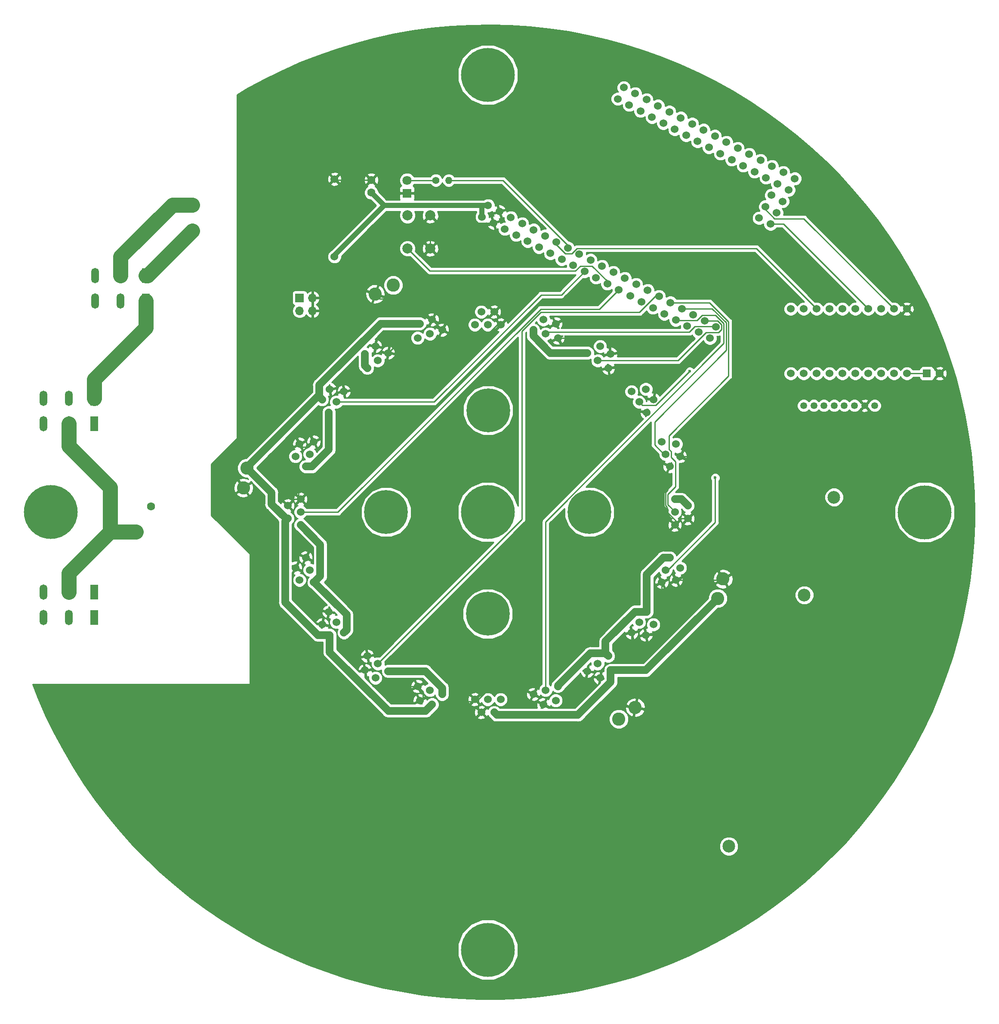
<source format=gbr>
G04 #@! TF.GenerationSoftware,KiCad,Pcbnew,(5.0.2)-1*
G04 #@! TF.CreationDate,2020-02-16T18:45:07+01:00*
G04 #@! TF.ProjectId,HB-OU-RGB-STACKFIRE,48422d4f-552d-4524-9742-2d535441434b,2.0.1*
G04 #@! TF.SameCoordinates,Original*
G04 #@! TF.FileFunction,Copper,L2,Bot*
G04 #@! TF.FilePolarity,Positive*
%FSLAX46Y46*%
G04 Gerber Fmt 4.6, Leading zero omitted, Abs format (unit mm)*
G04 Created by KiCad (PCBNEW (5.0.2)-1) date 16.02.2020 18:45:07*
%MOMM*%
%LPD*%
G01*
G04 APERTURE LIST*
G04 #@! TA.AperFunction,ComponentPad*
%ADD10C,2.500000*%
G04 #@! TD*
G04 #@! TA.AperFunction,ComponentPad*
%ADD11C,8.600000*%
G04 #@! TD*
G04 #@! TA.AperFunction,ComponentPad*
%ADD12C,0.900000*%
G04 #@! TD*
G04 #@! TA.AperFunction,ComponentPad*
%ADD13C,10.600000*%
G04 #@! TD*
G04 #@! TA.AperFunction,ComponentPad*
%ADD14C,1.800000*%
G04 #@! TD*
G04 #@! TA.AperFunction,ComponentPad*
%ADD15R,1.800000X1.800000*%
G04 #@! TD*
G04 #@! TA.AperFunction,ComponentPad*
%ADD16R,1.500000X3.000000*%
G04 #@! TD*
G04 #@! TA.AperFunction,ComponentPad*
%ADD17O,1.500000X3.000000*%
G04 #@! TD*
G04 #@! TA.AperFunction,ComponentPad*
%ADD18C,1.524000*%
G04 #@! TD*
G04 #@! TA.AperFunction,ComponentPad*
%ADD19C,1.400000*%
G04 #@! TD*
G04 #@! TA.AperFunction,ComponentPad*
%ADD20O,1.400000X1.400000*%
G04 #@! TD*
G04 #@! TA.AperFunction,ComponentPad*
%ADD21C,1.600000*%
G04 #@! TD*
G04 #@! TA.AperFunction,ComponentPad*
%ADD22C,2.000000*%
G04 #@! TD*
G04 #@! TA.AperFunction,ComponentPad*
%ADD23R,1.700000X1.700000*%
G04 #@! TD*
G04 #@! TA.AperFunction,ComponentPad*
%ADD24O,1.700000X1.700000*%
G04 #@! TD*
G04 #@! TA.AperFunction,ComponentPad*
%ADD25C,1.350000*%
G04 #@! TD*
G04 #@! TA.AperFunction,ComponentPad*
%ADD26C,2.600000*%
G04 #@! TD*
G04 #@! TA.AperFunction,ComponentPad*
%ADD27R,1.600000X1.600000*%
G04 #@! TD*
G04 #@! TA.AperFunction,ViaPad*
%ADD28C,0.600000*%
G04 #@! TD*
G04 #@! TA.AperFunction,Conductor*
%ADD29C,0.250000*%
G04 #@! TD*
G04 #@! TA.AperFunction,Conductor*
%ADD30C,1.000000*%
G04 #@! TD*
G04 #@! TA.AperFunction,Conductor*
%ADD31C,3.000000*%
G04 #@! TD*
G04 #@! TA.AperFunction,Conductor*
%ADD32C,1.500000*%
G04 #@! TD*
G04 #@! TA.AperFunction,Conductor*
%ADD33C,0.254000*%
G04 #@! TD*
G04 APERTURE END LIST*
D10*
G04 #@! TO.P,MH3,1*
G04 #@! TO.N,N/C*
X221361000Y-230124000D03*
G04 #@! TD*
G04 #@! TO.P,MH2,1*
G04 #@! TO.N,N/C*
X236220000Y-180721000D03*
G04 #@! TD*
D11*
G04 #@! TO.P,P12,1*
G04 #@! TO.N,N/C*
X173926000Y-184402000D03*
D12*
X177151000Y-184402000D03*
X176206419Y-186682419D03*
X173926000Y-187627000D03*
X171645581Y-186682419D03*
X170701000Y-184402000D03*
X171645581Y-182121581D03*
X173926000Y-181177000D03*
X176206419Y-182121581D03*
G04 #@! TD*
G04 #@! TO.P,P14,1*
G04 #@! TO.N,N/C*
X176290419Y-142121581D03*
X174010000Y-141177000D03*
X171729581Y-142121581D03*
X170785000Y-144402000D03*
X171729581Y-146682419D03*
X174010000Y-147627000D03*
X176290419Y-146682419D03*
X177235000Y-144402000D03*
D11*
X174010000Y-144402000D03*
G04 #@! TD*
G04 #@! TO.P,P13,1*
G04 #@! TO.N,N/C*
X193926000Y-164402000D03*
D12*
X197151000Y-164402000D03*
X196206419Y-166682419D03*
X193926000Y-167627000D03*
X191645581Y-166682419D03*
X190701000Y-164402000D03*
X191645581Y-162121581D03*
X193926000Y-161177000D03*
X196206419Y-162121581D03*
G04 #@! TD*
D13*
G04 #@! TO.P,P5,1*
G04 #@! TO.N,N/C*
X259920000Y-164436000D03*
D12*
X263895000Y-164436000D03*
X262730749Y-167246749D03*
X259920000Y-168411000D03*
X257109251Y-167246749D03*
X255945000Y-164436000D03*
X257109251Y-161625251D03*
X259920000Y-160461000D03*
X262730749Y-161625251D03*
G04 #@! TD*
G04 #@! TO.P,P2,1*
G04 #@! TO.N,N/C*
X176736749Y-161591251D03*
X173926000Y-160427000D03*
X171115251Y-161591251D03*
X169951000Y-164402000D03*
X171115251Y-167212749D03*
X173926000Y-168377000D03*
X176736749Y-167212749D03*
X177901000Y-164402000D03*
D13*
X173926000Y-164402000D03*
G04 #@! TD*
G04 #@! TO.P,P4,1*
G04 #@! TO.N,N/C*
X87920000Y-164389000D03*
D12*
X91895000Y-164389000D03*
X90730749Y-167199749D03*
X87920000Y-168364000D03*
X85109251Y-167199749D03*
X83945000Y-164389000D03*
X85109251Y-161578251D03*
X87920000Y-160414000D03*
X90730749Y-161578251D03*
G04 #@! TD*
D13*
G04 #@! TO.P,P1,1*
G04 #@! TO.N,N/C*
X173920000Y-78436000D03*
D12*
X177895000Y-78436000D03*
X176730749Y-81246749D03*
X173920000Y-82411000D03*
X171109251Y-81246749D03*
X169945000Y-78436000D03*
X171109251Y-75625251D03*
X173920000Y-74461000D03*
X176730749Y-75625251D03*
G04 #@! TD*
D13*
G04 #@! TO.P,P3,1*
G04 #@! TO.N,N/C*
X173920000Y-250461000D03*
D12*
X177895000Y-250461000D03*
X176730749Y-253271749D03*
X173920000Y-254436000D03*
X171109251Y-253271749D03*
X169945000Y-250461000D03*
X171109251Y-247650251D03*
X173920000Y-246486000D03*
X176730749Y-247650251D03*
G04 #@! TD*
D14*
G04 #@! TO.P,D1,2*
G04 #@! TO.N,Net-(D1-Pad2)*
X158052000Y-99187000D03*
D15*
G04 #@! TO.P,D1,1*
G04 #@! TO.N,GND*
X158052000Y-101727000D03*
G04 #@! TD*
D16*
G04 #@! TO.P,J1,1*
G04 #@! TO.N,Net-(F1-Pad2)*
X106680000Y-122936000D03*
X106680000Y-117936000D03*
D17*
G04 #@! TO.P,J1,2*
G04 #@! TO.N,Net-(J1-Pad2)*
X101680000Y-122936000D03*
X101680000Y-117936000D03*
G04 #@! TO.P,J1,3*
G04 #@! TO.N,Net-(J1-Pad3)*
X96680000Y-122936000D03*
X96680000Y-117936000D03*
G04 #@! TD*
G04 #@! TO.P,J2,3*
G04 #@! TO.N,Net-(J1-Pad3)*
X86520000Y-142066000D03*
X86520000Y-147066000D03*
G04 #@! TO.P,J2,2*
G04 #@! TO.N,Net-(J1-Pad2)*
X91520000Y-142066000D03*
X91520000Y-147066000D03*
D16*
G04 #@! TO.P,J2,1*
G04 #@! TO.N,Net-(F1-Pad2)*
X96520000Y-142066000D03*
X96520000Y-147066000D03*
G04 #@! TD*
D18*
G04 #@! TO.P,PS1,1*
G04 #@! TO.N,Net-(J1-Pad2)*
X115824000Y-104013000D03*
G04 #@! TO.P,PS1,2*
G04 #@! TO.N,Net-(F1-Pad2)*
X115824000Y-109093000D03*
G04 #@! TO.P,PS1,3*
G04 #@! TO.N,GND*
X143764000Y-98933000D03*
G04 #@! TO.P,PS1,4*
G04 #@! TO.N,+VDC*
X143764000Y-114173000D03*
G04 #@! TD*
D19*
G04 #@! TO.P,R1,1*
G04 #@! TO.N,Net-(D1-Pad2)*
X163703000Y-99187000D03*
D20*
G04 #@! TO.P,R1,2*
G04 #@! TO.N,Net-(B1-Pad4)*
X166243000Y-99187000D03*
G04 #@! TD*
D21*
G04 #@! TO.P,RV1,1*
G04 #@! TO.N,Net-(F1-Pad2)*
X107696000Y-163322000D03*
G04 #@! TO.P,RV1,2*
G04 #@! TO.N,Net-(J1-Pad2)*
X104696000Y-168322000D03*
G04 #@! TD*
D22*
G04 #@! TO.P,SW1,2*
G04 #@! TO.N,GND*
X162615000Y-112586000D03*
G04 #@! TO.P,SW1,1*
G04 #@! TO.N,Net-(B1-Pad13)*
X158115000Y-112586000D03*
G04 #@! TO.P,SW1,2*
G04 #@! TO.N,GND*
X162615000Y-106086000D03*
G04 #@! TO.P,SW1,1*
G04 #@! TO.N,Net-(B1-Pad13)*
X158115000Y-106086000D03*
G04 #@! TD*
D12*
G04 #@! TO.P,P11,1*
G04 #@! TO.N,N/C*
X156206419Y-162121581D03*
X153926000Y-161177000D03*
X151645581Y-162121581D03*
X150701000Y-164402000D03*
X151645581Y-166682419D03*
X153926000Y-167627000D03*
X156206419Y-166682419D03*
X157151000Y-164402000D03*
D11*
X153926000Y-164402000D03*
G04 #@! TD*
D10*
G04 #@! TO.P,MH1,1*
G04 #@! TO.N,N/C*
X242062000Y-161480000D03*
G04 #@! TD*
D18*
G04 #@! TO.P,B1,VIN*
G04 #@! TO.N,+VDC*
X172792385Y-106369544D03*
G04 #@! TO.P,B1,GND@*
G04 #@! TO.N,GND*
X175035071Y-107562001D03*
G04 #@! TO.P,B1,5V@0*
G04 #@! TO.N,+5V*
X177277758Y-108754459D03*
G04 #@! TO.P,B1,3.3V*
G04 #@! TO.N,+3V3*
X179520445Y-109946917D03*
G04 #@! TO.P,B1,RESE*
G04 #@! TO.N,Net-(B1-PadRESE)*
X181763132Y-111139375D03*
G04 #@! TO.P,B1,1*
G04 #@! TO.N,Net-(B1-Pad1)*
X184005819Y-112331832D03*
G04 #@! TO.P,B1,3*
G04 #@! TO.N,/WS28XX_1*
X186248506Y-113524290D03*
G04 #@! TO.P,B1,5*
G04 #@! TO.N,/WS28XX_2*
X188491193Y-114716748D03*
G04 #@! TO.P,B1,7*
G04 #@! TO.N,/WS28XX_3*
X190733880Y-115909206D03*
G04 #@! TO.P,B1,9*
G04 #@! TO.N,/WS28XX_4*
X192976566Y-117101664D03*
G04 #@! TO.P,B1,11*
G04 #@! TO.N,/WS28XX_5*
X195219253Y-118294121D03*
G04 #@! TO.P,B1,13*
G04 #@! TO.N,Net-(B1-Pad13)*
X197461940Y-119486579D03*
G04 #@! TO.P,B1,15*
G04 #@! TO.N,/WS28XX_6*
X199704627Y-120679037D03*
G04 #@! TO.P,B1,17*
G04 #@! TO.N,/WS28XX_7*
X201947314Y-121871495D03*
G04 #@! TO.P,B1,19*
G04 #@! TO.N,/WS28XX_8*
X204190001Y-123063952D03*
G04 #@! TO.P,B1,21*
G04 #@! TO.N,/WS28XX_10*
X206432688Y-124256410D03*
G04 #@! TO.P,B1,23*
G04 #@! TO.N,/WS28XX_11*
X208675375Y-125448868D03*
G04 #@! TO.P,B1,25*
G04 #@! TO.N,/WS28XX_12*
X210918062Y-126641326D03*
G04 #@! TO.P,B1,27*
G04 #@! TO.N,/WS28XX_13*
X213160748Y-127833783D03*
G04 #@! TO.P,B1,29*
G04 #@! TO.N,/WS28XX_14*
X215403435Y-129026241D03*
G04 #@! TO.P,B1,31*
G04 #@! TO.N,/WS28XX_15*
X217646122Y-130218699D03*
G04 #@! TO.P,B1,VIN*
G04 #@! TO.N,+VDC*
X173984842Y-104126857D03*
G04 #@! TO.P,B1,GND@*
G04 #@! TO.N,GND*
X176227529Y-105319315D03*
G04 #@! TO.P,B1,5V@1*
G04 #@! TO.N,+5V*
X178470216Y-106511772D03*
G04 #@! TO.P,B1,3.3V*
G04 #@! TO.N,+3V3*
X180712903Y-107704230D03*
G04 #@! TO.P,B1,AREF*
G04 #@! TO.N,Net-(B1-PadAREF)*
X182955590Y-108896688D03*
G04 #@! TO.P,B1,0*
G04 #@! TO.N,Net-(B1-Pad0)*
X185198277Y-110089146D03*
G04 #@! TO.P,B1,2*
G04 #@! TO.N,/HV5(D2)*
X187440964Y-111281603D03*
G04 #@! TO.P,B1,4*
G04 #@! TO.N,Net-(B1-Pad4)*
X189683650Y-112474061D03*
G04 #@! TO.P,B1,6*
G04 #@! TO.N,Net-(B1-Pad6)*
X191926337Y-113666519D03*
G04 #@! TO.P,B1,8*
G04 #@! TO.N,Net-(B1-Pad8)*
X194169024Y-114858977D03*
G04 #@! TO.P,B1,10*
G04 #@! TO.N,Net-(B1-Pad10)*
X196411711Y-116051434D03*
G04 #@! TO.P,B1,12*
G04 #@! TO.N,Net-(B1-Pad12)*
X198654398Y-117243892D03*
G04 #@! TO.P,B1,14*
G04 #@! TO.N,Net-(B1-Pad14)*
X200897085Y-118436350D03*
G04 #@! TO.P,B1,16*
G04 #@! TO.N,Net-(B1-Pad16)*
X203139772Y-119628808D03*
G04 #@! TO.P,B1,18*
G04 #@! TO.N,Net-(B1-Pad18)*
X205382459Y-120821266D03*
G04 #@! TO.P,B1,20*
G04 #@! TO.N,/WS28XX_9*
X207625146Y-122013723D03*
G04 #@! TO.P,B1,22*
G04 #@! TO.N,/WS28XX_16*
X209867832Y-123206181D03*
G04 #@! TO.P,B1,24*
G04 #@! TO.N,/WS28XX_17*
X212110519Y-124398639D03*
G04 #@! TO.P,B1,26*
G04 #@! TO.N,/WS28XX_18*
X214353206Y-125591097D03*
G04 #@! TO.P,B1,28*
G04 #@! TO.N,/WS28XX_19*
X216595893Y-126783554D03*
G04 #@! TO.P,B1,30*
G04 #@! TO.N,/WS28XX_20*
X218838580Y-127976012D03*
G04 #@! TO.P,B1,52*
G04 #@! TO.N,/HV3(SCK)*
X229570700Y-107791830D03*
G04 #@! TO.P,B1,50*
G04 #@! TO.N,/HV1(MISO)*
X230763158Y-105549143D03*
G04 #@! TO.P,B1,48*
G04 #@! TO.N,Net-(B1-Pad48)*
X231955615Y-103306456D03*
G04 #@! TO.P,B1,53*
G04 #@! TO.N,/HV4(SS)*
X227328013Y-106599372D03*
G04 #@! TO.P,B1,51*
G04 #@! TO.N,/HV2(MOSI)*
X228520471Y-104356685D03*
G04 #@! TO.P,B1,49*
G04 #@! TO.N,Net-(B1-Pad49)*
X229712929Y-102113999D03*
G04 #@! TO.P,B1,47*
G04 #@! TO.N,Net-(B1-Pad47)*
X233148073Y-101063769D03*
G04 #@! TO.P,B1,39*
G04 #@! TO.N,Net-(B1-Pad39)*
X224177326Y-96293938D03*
G04 #@! TO.P,B1,37*
G04 #@! TO.N,Net-(B1-Pad37)*
X221934639Y-95101481D03*
G04 #@! TO.P,B1,35*
G04 #@! TO.N,Net-(B1-Pad35)*
X219691952Y-93909023D03*
G04 #@! TO.P,B1,33*
G04 #@! TO.N,Net-(B1-Pad33)*
X217449265Y-92716565D03*
G04 #@! TO.P,B1,A15*
G04 #@! TO.N,Net-(B1-PadA15)*
X215206578Y-91524107D03*
G04 #@! TO.P,B1,A13*
G04 #@! TO.N,Net-(B1-PadA13)*
X212963891Y-90331650D03*
G04 #@! TO.P,B1,A11*
G04 #@! TO.N,Net-(B1-PadA11)*
X210721204Y-89139192D03*
G04 #@! TO.P,B1,A9*
G04 #@! TO.N,Net-(B1-PadA9)*
X208478518Y-87946734D03*
G04 #@! TO.P,B1,A7*
G04 #@! TO.N,Net-(B1-PadA7)*
X206235831Y-86754276D03*
G04 #@! TO.P,B1,A5*
G04 #@! TO.N,Net-(B1-PadA5)*
X203993144Y-85561818D03*
G04 #@! TO.P,B1,A3*
G04 #@! TO.N,Net-(B1-PadA3)*
X201750457Y-84369361D03*
G04 #@! TO.P,B1,A1*
G04 #@! TO.N,Net-(B1-PadA1)*
X199507770Y-83176903D03*
G04 #@! TO.P,B1,46*
G04 #@! TO.N,Net-(B1-Pad46)*
X234340531Y-98821083D03*
G04 #@! TO.P,B1,38*
G04 #@! TO.N,Net-(B1-Pad38)*
X225369783Y-94051252D03*
G04 #@! TO.P,B1,36*
G04 #@! TO.N,Net-(B1-Pad36)*
X223127097Y-92858794D03*
G04 #@! TO.P,B1,34*
G04 #@! TO.N,Net-(B1-Pad34)*
X220884410Y-91666336D03*
G04 #@! TO.P,B1,32*
G04 #@! TO.N,Net-(B1-Pad32)*
X218641723Y-90473878D03*
G04 #@! TO.P,B1,A14*
G04 #@! TO.N,Net-(B1-PadA14)*
X216399036Y-89281420D03*
G04 #@! TO.P,B1,A12*
G04 #@! TO.N,Net-(B1-PadA12)*
X214156349Y-88088963D03*
G04 #@! TO.P,B1,A10*
G04 #@! TO.N,Net-(B1-PadA10)*
X211913662Y-86896505D03*
G04 #@! TO.P,B1,A8*
G04 #@! TO.N,Net-(B1-PadA8)*
X209670975Y-85704047D03*
G04 #@! TO.P,B1,A6*
G04 #@! TO.N,Net-(B1-PadA6)*
X207428288Y-84511589D03*
G04 #@! TO.P,B1,A4*
G04 #@! TO.N,Net-(B1-PadA4)*
X205185601Y-83319132D03*
G04 #@! TO.P,B1,A2*
G04 #@! TO.N,Net-(B1-PadA2)*
X202942915Y-82126674D03*
G04 #@! TO.P,B1,A0*
G04 #@! TO.N,Net-(B1-PadA0)*
X200700228Y-80934216D03*
G04 #@! TO.P,B1,40*
G04 #@! TO.N,Net-(B1-Pad40)*
X227612470Y-95243709D03*
G04 #@! TO.P,B1,41*
G04 #@! TO.N,Net-(B1-Pad41)*
X226420013Y-97486396D03*
G04 #@! TO.P,B1,42*
G04 #@! TO.N,Net-(B1-Pad42)*
X229855157Y-96436167D03*
G04 #@! TO.P,B1,43*
G04 #@! TO.N,Net-(B1-Pad43)*
X228662699Y-98678854D03*
G04 #@! TO.P,B1,44*
G04 #@! TO.N,Net-(B1-Pad44)*
X232097844Y-97628625D03*
G04 #@! TO.P,B1,45*
G04 #@! TO.N,Net-(B1-Pad45)*
X230905386Y-99871312D03*
G04 #@! TD*
D16*
G04 #@! TO.P,J3,1*
G04 #@! TO.N,Net-(F1-Pad1)*
X96520000Y-185166000D03*
X96520000Y-180166000D03*
D17*
G04 #@! TO.P,J3,2*
G04 #@! TO.N,Net-(J1-Pad2)*
X91520000Y-185166000D03*
X91520000Y-180166000D03*
G04 #@! TO.P,J3,3*
G04 #@! TO.N,Net-(J1-Pad3)*
X86520000Y-185166000D03*
X86520000Y-180166000D03*
G04 #@! TD*
D23*
G04 #@! TO.P,J4,1*
G04 #@! TO.N,+VDC*
X136906000Y-122301000D03*
D24*
G04 #@! TO.P,J4,2*
G04 #@! TO.N,GND*
X139446000Y-122301000D03*
G04 #@! TO.P,J4,3*
G04 #@! TO.N,/VCC_WS28XX_1_1*
X136906000Y-124841000D03*
G04 #@! TO.P,J4,4*
G04 #@! TO.N,GND*
X139446000Y-124841000D03*
G04 #@! TD*
D25*
G04 #@! TO.P,U1,8*
G04 #@! TO.N,/LV4(SS)*
X236087000Y-143470000D03*
G04 #@! TO.P,U1,1*
G04 #@! TO.N,+3V3*
X250087000Y-143470000D03*
G04 #@! TO.P,U1,2*
G04 #@! TO.N,GND*
X248087000Y-143470000D03*
G04 #@! TO.P,U1,3*
G04 #@! TO.N,/LV2(MOSI)*
X246087000Y-143470000D03*
G04 #@! TO.P,U1,4*
G04 #@! TO.N,/LV3(SCK)*
X244087000Y-143470000D03*
G04 #@! TO.P,U1,5*
G04 #@! TO.N,/LV1(MISO)*
X242087000Y-143470000D03*
G04 #@! TO.P,U1,6*
G04 #@! TO.N,Net-(U1-Pad6)*
X240087000Y-143470000D03*
G04 #@! TO.P,U1,7*
G04 #@! TO.N,/LV5(D2)*
X238087000Y-143470000D03*
G04 #@! TD*
D26*
G04 #@! TO.P,J5,1*
G04 #@! TO.N,GND*
X151765000Y-121539000D03*
G04 #@! TO.P,J5,2*
G04 #@! TO.N,/VCC_WS28XX_1_1*
X155324224Y-119803050D03*
G04 #@! TD*
G04 #@! TO.P,J6,2*
G04 #@! TO.N,/VCC_WS28XX_1_2*
X219193077Y-181371066D03*
G04 #@! TO.P,J6,1*
G04 #@! TO.N,GND*
X220218000Y-177546000D03*
G04 #@! TD*
G04 #@! TO.P,J7,2*
G04 #@! TO.N,/VCC_WS28XX_2_1*
X126544647Y-155739161D03*
G04 #@! TO.P,J7,1*
G04 #@! TO.N,GND*
X125857000Y-159639000D03*
G04 #@! TD*
G04 #@! TO.P,J8,1*
G04 #@! TO.N,GND*
X202946000Y-202819000D03*
G04 #@! TO.P,J8,2*
G04 #@! TO.N,/VCC_WS28XX_2_2*
X199702158Y-205090363D03*
G04 #@! TD*
D18*
G04 #@! TO.P,J9,1*
G04 #@! TO.N,GND*
X176466000Y-127572000D03*
G04 #@! TO.P,J9,61*
X175196000Y-125032000D03*
G04 #@! TO.P,J9,2*
G04 #@! TO.N,/WS28XX_1*
X173926000Y-127572000D03*
G04 #@! TO.P,J9,3*
G04 #@! TO.N,/VCC_WS28XX_1_1*
X171386000Y-127572000D03*
G04 #@! TO.P,J9,62*
X172656000Y-125032000D03*
G04 #@! TO.P,J9,6*
X160129221Y-130159492D03*
G04 #@! TO.P,J9,9*
X150222966Y-136098879D03*
G04 #@! TO.P,J9,12*
X142636930Y-144808772D03*
G04 #@! TO.P,J9,15*
X138113685Y-155436588D03*
G04 #@! TO.P,J9,18*
G04 #@! TO.N,/VCC_WS28XX_1_2*
X137096000Y-166942000D03*
G04 #@! TO.P,J9,21*
X139683492Y-178198779D03*
G04 #@! TO.P,J9,24*
X145622879Y-188105034D03*
G04 #@! TO.P,J9,27*
X154332772Y-195691070D03*
G04 #@! TO.P,J9,30*
X164960588Y-200214315D03*
G04 #@! TO.P,J9,33*
G04 #@! TO.N,/VCC_WS28XX_2_1*
X176466000Y-201232000D03*
G04 #@! TO.P,J9,36*
X187722779Y-198644508D03*
G04 #@! TO.P,J9,39*
X197629034Y-192705121D03*
G04 #@! TO.P,J9,42*
X205215070Y-183995228D03*
G04 #@! TO.P,J9,45*
X209738315Y-173367412D03*
G04 #@! TO.P,J9,48*
G04 #@! TO.N,/VCC_WS28XX_2_2*
X210756000Y-161862000D03*
G04 #@! TO.P,J9,51*
X208168508Y-150605221D03*
G04 #@! TO.P,J9,54*
X202229121Y-140698966D03*
G04 #@! TO.P,J9,57*
X193519228Y-133112930D03*
G04 #@! TO.P,J9,60*
X182891412Y-128589685D03*
G04 #@! TO.P,J9,5*
G04 #@! TO.N,/WS28XX_2*
X162544904Y-129374589D03*
G04 #@! TO.P,J9,8*
G04 #@! TO.N,/WS28XX_3*
X152277869Y-134605904D03*
G04 #@! TO.P,J9,11*
G04 #@! TO.N,/WS28XX_4*
X144129904Y-142753869D03*
G04 #@! TO.P,J9,14*
G04 #@! TO.N,/WS28XX_5*
X138898589Y-153020904D03*
G04 #@! TO.P,J9,17*
G04 #@! TO.N,/WS28XX_6*
X137096000Y-164402000D03*
G04 #@! TO.P,J9,20*
G04 #@! TO.N,/WS28XX_7*
X138898589Y-175783096D03*
G04 #@! TO.P,J9,23*
G04 #@! TO.N,/WS28XX_8*
X144129904Y-186050131D03*
G04 #@! TO.P,J9,26*
G04 #@! TO.N,/WS28XX_9*
X152277869Y-194198096D03*
G04 #@! TO.P,J9,29*
G04 #@! TO.N,/WS28XX_10*
X162544904Y-199429411D03*
G04 #@! TO.P,J9,32*
G04 #@! TO.N,/WS28XX_11*
X173926000Y-201232000D03*
G04 #@! TO.P,J9,35*
G04 #@! TO.N,/WS28XX_12*
X185307096Y-199429411D03*
G04 #@! TO.P,J9,38*
G04 #@! TO.N,/WS28XX_13*
X195574131Y-194198096D03*
G04 #@! TO.P,J9,41*
G04 #@! TO.N,/WS28XX_14*
X203722096Y-186050131D03*
G04 #@! TO.P,J9,44*
G04 #@! TO.N,/WS28XX_15*
X208953411Y-175783096D03*
G04 #@! TO.P,J9,47*
G04 #@! TO.N,/WS28XX_16*
X210756000Y-164402000D03*
G04 #@! TO.P,J9,50*
G04 #@! TO.N,/WS28XX_17*
X208953411Y-153020904D03*
G04 #@! TO.P,J9,53*
G04 #@! TO.N,/WS28XX_18*
X203722096Y-142753869D03*
G04 #@! TO.P,J9,56*
G04 #@! TO.N,/WS28XX_19*
X195574131Y-134605904D03*
G04 #@! TO.P,J9,59*
G04 #@! TO.N,/WS28XX_20*
X185307096Y-129374589D03*
G04 #@! TO.P,J9,64*
G04 #@! TO.N,/VCC_WS28XX_2_1*
X160552159Y-127351357D03*
G04 #@! TO.P,J9,66*
G04 #@! TO.N,/VCC_WS28XX_1_1*
X149757443Y-133297488D03*
G04 #@! TO.P,J9,68*
G04 #@! TO.N,/VCC_WS28XX_2_1*
X141328514Y-142288346D03*
G04 #@! TO.P,J9,70*
G04 #@! TO.N,/VCC_WS28XX_1_1*
X136090453Y-153443843D03*
G04 #@! TO.P,J9,72*
G04 #@! TO.N,/VCC_WS28XX_2_1*
X134556000Y-165672000D03*
G04 #@! TO.P,J9,74*
G04 #@! TO.N,/VCC_WS28XX_1_1*
X136875357Y-177775841D03*
G04 #@! TO.P,J9,76*
G04 #@! TO.N,/VCC_WS28XX_2_1*
X142821488Y-188570557D03*
G04 #@! TO.P,J9,78*
G04 #@! TO.N,/VCC_WS28XX_1_1*
X151812346Y-196999486D03*
G04 #@! TO.P,J9,80*
G04 #@! TO.N,/VCC_WS28XX_2_1*
X162967843Y-202237547D03*
G04 #@! TO.P,J9,82*
G04 #@! TO.N,/VCC_WS28XX_1_2*
X175196000Y-203772000D03*
G04 #@! TO.P,J9,84*
G04 #@! TO.N,/VCC_WS28XX_2_2*
X187299841Y-201452643D03*
G04 #@! TO.P,J9,86*
G04 #@! TO.N,/VCC_WS28XX_1_2*
X198094557Y-195506512D03*
G04 #@! TO.P,J9,88*
G04 #@! TO.N,/VCC_WS28XX_2_2*
X206523486Y-186515654D03*
G04 #@! TO.P,J9,90*
G04 #@! TO.N,/VCC_WS28XX_1_2*
X211761547Y-175360157D03*
G04 #@! TO.P,J9,92*
G04 #@! TO.N,/VCC_WS28XX_2_2*
X213296000Y-163132000D03*
G04 #@! TO.P,J9,94*
G04 #@! TO.N,/VCC_WS28XX_1_2*
X210976643Y-151028159D03*
G04 #@! TO.P,J9,96*
G04 #@! TO.N,/VCC_WS28XX_2_2*
X205030512Y-140233443D03*
G04 #@! TO.P,J9,98*
G04 #@! TO.N,/VCC_WS28XX_1_2*
X196039654Y-131804514D03*
G04 #@! TO.P,J9,100*
G04 #@! TO.N,/VCC_WS28XX_2_2*
X184884157Y-126566453D03*
G04 #@! TO.P,J9,4*
G04 #@! TO.N,GND*
X164960588Y-128589685D03*
G04 #@! TO.P,J9,7*
X154332772Y-133112930D03*
G04 #@! TO.P,J9,10*
X145622879Y-140698966D03*
G04 #@! TO.P,J9,13*
X139683492Y-150605221D03*
G04 #@! TO.P,J9,16*
X137096000Y-161862000D03*
G04 #@! TO.P,J9,19*
X138113685Y-173367412D03*
G04 #@! TO.P,J9,22*
X142636930Y-183995228D03*
G04 #@! TO.P,J9,25*
X150222966Y-192705121D03*
G04 #@! TO.P,J9,28*
X160129221Y-198644508D03*
G04 #@! TO.P,J9,31*
X171386000Y-201232000D03*
G04 #@! TO.P,J9,34*
X182891412Y-200214315D03*
G04 #@! TO.P,J9,37*
X193519228Y-195691070D03*
G04 #@! TO.P,J9,40*
X202229121Y-188105034D03*
G04 #@! TO.P,J9,43*
X208168508Y-178198779D03*
G04 #@! TO.P,J9,46*
X210756000Y-166942000D03*
G04 #@! TO.P,J9,49*
X209738315Y-155436588D03*
G04 #@! TO.P,J9,52*
X205215070Y-144808772D03*
G04 #@! TO.P,J9,55*
X197629034Y-136098879D03*
G04 #@! TO.P,J9,58*
X187722779Y-130159492D03*
G04 #@! TO.P,J9,63*
X162967843Y-126566453D03*
G04 #@! TO.P,J9,65*
X151812346Y-131804514D03*
G04 #@! TO.P,J9,67*
X142821488Y-140233443D03*
G04 #@! TO.P,J9,69*
X136875357Y-151028159D03*
G04 #@! TO.P,J9,71*
X134556000Y-163132000D03*
G04 #@! TO.P,J9,73*
X136090453Y-175360157D03*
G04 #@! TO.P,J9,75*
X141328514Y-186515654D03*
G04 #@! TO.P,J9,77*
X149757443Y-195506512D03*
G04 #@! TO.P,J9,79*
X160552159Y-201452643D03*
G04 #@! TO.P,J9,81*
X172656000Y-203772000D03*
G04 #@! TO.P,J9,83*
X184884157Y-202237547D03*
G04 #@! TO.P,J9,85*
X196039654Y-196999486D03*
G04 #@! TO.P,J9,87*
X205030512Y-188570557D03*
G04 #@! TO.P,J9,89*
X210976643Y-177775841D03*
G04 #@! TO.P,J9,91*
X213296000Y-165672000D03*
G04 #@! TO.P,J9,93*
X211761547Y-153443843D03*
G04 #@! TO.P,J9,95*
X206523486Y-142288346D03*
G04 #@! TO.P,J9,97*
X198094557Y-133297488D03*
G04 #@! TO.P,J9,99*
X187299841Y-127351357D03*
G04 #@! TD*
G04 #@! TO.P,U2,1*
G04 #@! TO.N,+3V3*
X233553000Y-137160000D03*
G04 #@! TO.P,U2,2*
G04 #@! TO.N,/LV4(SS)*
X236093000Y-137160000D03*
G04 #@! TO.P,U2,3*
G04 #@! TO.N,/LV5(D2)*
X238633000Y-137160000D03*
G04 #@! TO.P,U2,4*
G04 #@! TO.N,Net-(U2-Pad4)*
X241173000Y-137160000D03*
G04 #@! TO.P,U2,5*
G04 #@! TO.N,/LV1(MISO)*
X243713000Y-137160000D03*
G04 #@! TO.P,U2,6*
G04 #@! TO.N,Net-(U2-Pad6)*
X246253000Y-137160000D03*
G04 #@! TO.P,U2,7*
G04 #@! TO.N,/LV3(SCK)*
X248793000Y-137160000D03*
G04 #@! TO.P,U2,8*
G04 #@! TO.N,Net-(U2-Pad8)*
X251333000Y-137160000D03*
G04 #@! TO.P,U2,9*
G04 #@! TO.N,/LV2(MOSI)*
X253873000Y-137160000D03*
G04 #@! TO.P,U2,10*
G04 #@! TO.N,+3V3*
X256413000Y-137160000D03*
G04 #@! TO.P,U2,11*
G04 #@! TO.N,+5V*
X233553000Y-124460000D03*
G04 #@! TO.P,U2,12*
G04 #@! TO.N,/HV4(SS)*
X236093000Y-124460000D03*
G04 #@! TO.P,U2,13*
G04 #@! TO.N,/HV5(D2)*
X238633000Y-124460000D03*
G04 #@! TO.P,U2,14*
G04 #@! TO.N,Net-(U2-Pad14)*
X241173000Y-124460000D03*
G04 #@! TO.P,U2,15*
G04 #@! TO.N,/HV1(MISO)*
X243713000Y-124460000D03*
G04 #@! TO.P,U2,16*
G04 #@! TO.N,Net-(U2-Pad16)*
X246253000Y-124460000D03*
G04 #@! TO.P,U2,17*
G04 #@! TO.N,/HV3(SCK)*
X248793000Y-124460000D03*
G04 #@! TO.P,U2,18*
G04 #@! TO.N,Net-(U2-Pad18)*
X251333000Y-124460000D03*
G04 #@! TO.P,U2,19*
G04 #@! TO.N,/HV2(MOSI)*
X253873000Y-124460000D03*
G04 #@! TO.P,U2,20*
G04 #@! TO.N,GND*
X256413000Y-124460000D03*
G04 #@! TD*
D21*
G04 #@! TO.P,C2,1*
G04 #@! TO.N,+VDC*
X151003000Y-101600000D03*
G04 #@! TO.P,C2,2*
G04 #@! TO.N,GND*
X151003000Y-99100000D03*
G04 #@! TD*
D27*
G04 #@! TO.P,C1,1*
G04 #@! TO.N,+3V3*
X260350000Y-137160000D03*
D21*
G04 #@! TO.P,C1,2*
G04 #@! TO.N,GND*
X262850000Y-137160000D03*
G04 #@! TD*
D28*
G04 #@! TO.N,/WS28XX_15*
X218694600Y-157653700D03*
G04 #@! TO.N,/WS28XX_18*
X213655100Y-136712400D03*
G04 #@! TD*
D29*
G04 #@! TO.N,+3V3*
X260350000Y-137160000D02*
X256413000Y-137160000D01*
G04 #@! TO.N,GND*
X209738300Y-155436600D02*
X209336000Y-155838900D01*
X209336000Y-155838900D02*
X209336000Y-160062800D01*
X209336000Y-160062800D02*
X208885700Y-160513100D01*
X208885700Y-160513100D02*
X208885700Y-163108700D01*
X208885700Y-163108700D02*
X209143600Y-163366600D01*
X209143600Y-163366600D02*
X209143600Y-163590000D01*
X209143600Y-163590000D02*
X209336000Y-163782400D01*
X209336000Y-163782400D02*
X209336000Y-164523900D01*
X209336000Y-164523900D02*
X211255100Y-166442900D01*
X211255100Y-166442900D02*
X210756000Y-166942000D01*
X213296000Y-165672000D02*
X212026000Y-165672000D01*
X212026000Y-165672000D02*
X211255100Y-166442900D01*
X248087000Y-143470000D02*
X238113200Y-153443800D01*
X238113200Y-153443800D02*
X211761500Y-153443800D01*
X262850000Y-137160000D02*
X258445000Y-141565000D01*
X258445000Y-141565000D02*
X249992000Y-141565000D01*
X249992000Y-141565000D02*
X248087000Y-143470000D01*
X198094600Y-133297500D02*
X198094600Y-131879200D01*
X198094600Y-131879200D02*
X196374900Y-130159500D01*
X196374900Y-130159500D02*
X187722800Y-130159500D01*
X196039700Y-195691100D02*
X196039700Y-196999500D01*
X202229100Y-188105000D02*
X202229100Y-190141400D01*
X202229100Y-190141400D02*
X198264700Y-194105800D01*
X198264700Y-194105800D02*
X197527300Y-194105800D01*
X197527300Y-194105800D02*
X196039700Y-195593400D01*
X196039700Y-195593400D02*
X196039700Y-195691100D01*
X196039700Y-195691100D02*
X193519200Y-195691100D01*
X208168500Y-178198800D02*
X208168500Y-186833700D01*
X208168500Y-186833700D02*
X206431600Y-188570600D01*
X206431600Y-188570600D02*
X205030500Y-188570600D01*
X172104500Y-201232000D02*
X172104500Y-203220500D01*
X172104500Y-203220500D02*
X172656000Y-203772000D01*
X182891400Y-200214300D02*
X182472200Y-199795100D01*
X182472200Y-199795100D02*
X173541400Y-199795100D01*
X173541400Y-199795100D02*
X172104500Y-201232000D01*
X172104500Y-201232000D02*
X171386000Y-201232000D01*
X162967800Y-126566500D02*
X158881600Y-122480300D01*
X158881600Y-122480300D02*
X152706300Y-122480300D01*
X152706300Y-122480300D02*
X151765000Y-121539000D01*
X162967800Y-126900300D02*
X162967800Y-126566500D01*
X175771500Y-127572000D02*
X176466000Y-127572000D01*
X137488600Y-151641400D02*
X136875400Y-151028200D01*
X136709200Y-161862000D02*
X136709200Y-154817900D01*
X136709200Y-154817900D02*
X137488600Y-154038500D01*
X137488600Y-154038500D02*
X137488600Y-151641400D01*
X137488600Y-151641400D02*
X138647300Y-151641400D01*
X138647300Y-151641400D02*
X139683500Y-150605200D01*
X136709200Y-161862000D02*
X135826000Y-161862000D01*
X135826000Y-161862000D02*
X134556000Y-163132000D01*
X137096000Y-161862000D02*
X136709200Y-161862000D01*
X175771500Y-127572000D02*
X175771500Y-125607500D01*
X175771500Y-125607500D02*
X175196000Y-125032000D01*
X164960600Y-128589700D02*
X165331900Y-128961000D01*
X165331900Y-128961000D02*
X174382500Y-128961000D01*
X174382500Y-128961000D02*
X175771500Y-127572000D01*
X154332800Y-133112900D02*
X158690200Y-128755500D01*
X158690200Y-128755500D02*
X161112600Y-128755500D01*
X161112600Y-128755500D02*
X162967800Y-126900300D01*
X162967800Y-126900300D02*
X163271200Y-126900300D01*
X163271200Y-126900300D02*
X164960600Y-128589700D01*
X164091000Y-107562000D02*
X162615000Y-106086000D01*
X175035100Y-107562000D02*
X164091000Y-107562000D01*
X162615000Y-112586000D02*
X162615000Y-109038000D01*
X162615000Y-109038000D02*
X164091000Y-107562000D01*
X161165400Y-200839400D02*
X160552200Y-201452600D01*
X171386000Y-201232000D02*
X171009200Y-201608800D01*
X171009200Y-201608800D02*
X164331900Y-201608800D01*
X164331900Y-201608800D02*
X163562500Y-200839400D01*
X163562500Y-200839400D02*
X161165400Y-200839400D01*
X161165400Y-200839400D02*
X161165400Y-199680700D01*
X161165400Y-199680700D02*
X160129200Y-198644500D01*
X220218000Y-177546000D02*
X219988200Y-177775800D01*
X219988200Y-177775800D02*
X210976600Y-177775800D01*
X206523500Y-142288300D02*
X205117300Y-142288300D01*
X205117300Y-142288300D02*
X203629800Y-140800800D01*
X203629800Y-140800800D02*
X203629800Y-140136300D01*
X203629800Y-140136300D02*
X199592400Y-136098900D01*
X199592400Y-136098900D02*
X197629000Y-136098900D01*
X149757400Y-195506500D02*
X149757400Y-196944700D01*
X149757400Y-196944700D02*
X151457200Y-198644500D01*
X151457200Y-198644500D02*
X160129200Y-198644500D01*
X151003000Y-99100000D02*
X143931000Y-99100000D01*
X143931000Y-99100000D02*
X143764000Y-98933000D01*
D30*
G04 #@! TO.N,+VDC*
X172792400Y-104126900D02*
X173984800Y-104126900D01*
X153529900Y-104126900D02*
X172792400Y-104126900D01*
X172792400Y-104126900D02*
X172792400Y-106369500D01*
X151003000Y-101600000D02*
X153529900Y-104126900D01*
X153529900Y-104126900D02*
X143764000Y-113892800D01*
X143764000Y-113892800D02*
X143764000Y-114173000D01*
D29*
G04 #@! TO.N,/HV3(SCK)*
X229570700Y-107791800D02*
X232124800Y-107791800D01*
X232124800Y-107791800D02*
X248793000Y-124460000D01*
G04 #@! TO.N,/HV2(MOSI)*
X253873000Y-124460000D02*
X236117400Y-106704400D01*
X236117400Y-106704400D02*
X230370800Y-106704400D01*
X230370800Y-106704400D02*
X228520500Y-104854100D01*
X228520500Y-104854100D02*
X228520500Y-104356700D01*
G04 #@! TO.N,Net-(B1-Pad4)*
X189683700Y-112474100D02*
X189683700Y-111959000D01*
X189683700Y-111959000D02*
X176911700Y-99187000D01*
X176911700Y-99187000D02*
X166243000Y-99187000D01*
G04 #@! TO.N,/WS28XX_4*
X144129900Y-142753900D02*
X163353700Y-142753900D01*
X163353700Y-142753900D02*
X184417500Y-121690100D01*
X184417500Y-121690100D02*
X188388200Y-121690100D01*
X188388200Y-121690100D02*
X192976600Y-117101700D01*
G04 #@! TO.N,/WS28XX_6*
X199704600Y-120679000D02*
X195893600Y-124490000D01*
X195893600Y-124490000D02*
X184326800Y-124490000D01*
X184326800Y-124490000D02*
X144414800Y-164402000D01*
X144414800Y-164402000D02*
X137096000Y-164402000D01*
G04 #@! TO.N,/WS28XX_9*
X152277900Y-194198100D02*
X180614700Y-165861300D01*
X180614700Y-165861300D02*
X180614700Y-128839100D01*
X180614700Y-128839100D02*
X184326800Y-125127000D01*
X184326800Y-125127000D02*
X203788400Y-125127000D01*
X203788400Y-125127000D02*
X206901700Y-122013700D01*
X206901700Y-122013700D02*
X207625100Y-122013700D01*
G04 #@! TO.N,/WS28XX_12*
X185307100Y-199429400D02*
X185307100Y-166307900D01*
X185307100Y-166307900D02*
X220377400Y-131237600D01*
X220377400Y-131237600D02*
X220377400Y-127339600D01*
X220377400Y-127339600D02*
X218733700Y-125695900D01*
X218733700Y-125695900D02*
X216089400Y-125695900D01*
X216089400Y-125695900D02*
X215091500Y-126693800D01*
X215091500Y-126693800D02*
X210970600Y-126693800D01*
X210970600Y-126693800D02*
X210918100Y-126641300D01*
G04 #@! TO.N,Net-(D1-Pad2)*
X163703000Y-99187000D02*
X158052000Y-99187000D01*
D31*
G04 #@! TO.N,Net-(F1-Pad2)*
X106680000Y-117936000D02*
X106981000Y-117936000D01*
X106981000Y-117936000D02*
X115824000Y-109093000D01*
X96520000Y-142066000D02*
X96520000Y-138315700D01*
X106680000Y-122936000D02*
X106680000Y-128155700D01*
X106680000Y-128155700D02*
X96520000Y-138315700D01*
G04 #@! TO.N,Net-(J1-Pad2)*
X99613700Y-168322000D02*
X91520000Y-176415700D01*
X104696000Y-168322000D02*
X99613700Y-168322000D01*
X91520000Y-147066000D02*
X91520000Y-151459900D01*
X91520000Y-151459900D02*
X99613700Y-159553600D01*
X99613700Y-159553600D02*
X99613700Y-168322000D01*
X91520000Y-180166000D02*
X91520000Y-176415700D01*
X115824000Y-104013000D02*
X111852700Y-104013000D01*
X111852700Y-104013000D02*
X101680000Y-114185700D01*
X101680000Y-117936000D02*
X101680000Y-114185700D01*
D29*
G04 #@! TO.N,/WS28XX_15*
X208953400Y-175783100D02*
X209315400Y-175783100D01*
X209315400Y-175783100D02*
X218694600Y-166403900D01*
X218694600Y-166403900D02*
X218694600Y-157653700D01*
G04 #@! TO.N,/WS28XX_16*
X210756000Y-164402000D02*
X210756000Y-164342100D01*
X210756000Y-164342100D02*
X209336000Y-162922100D01*
X209336000Y-162922100D02*
X209336000Y-160925000D01*
X209336000Y-160925000D02*
X210874300Y-159386700D01*
X210874300Y-159386700D02*
X210874300Y-154460200D01*
X210874300Y-154460200D02*
X210040700Y-153626600D01*
X210040700Y-153626600D02*
X210040700Y-152537600D01*
X210040700Y-152537600D02*
X209572600Y-152069500D01*
X209572600Y-152069500D02*
X209572600Y-149365700D01*
X209572600Y-149365700D02*
X221288400Y-137649900D01*
X221288400Y-137649900D02*
X221288400Y-126956700D01*
X221288400Y-126956700D02*
X217537900Y-123206200D01*
X217537900Y-123206200D02*
X209867800Y-123206200D01*
G04 #@! TO.N,/WS28XX_17*
X212110500Y-124398600D02*
X218076400Y-124398600D01*
X218076400Y-124398600D02*
X220827700Y-127149900D01*
X220827700Y-127149900D02*
X220827700Y-132596700D01*
X220827700Y-132596700D02*
X206766100Y-146658300D01*
X206766100Y-146658300D02*
X206766100Y-151175200D01*
X206766100Y-151175200D02*
X208611800Y-153020900D01*
X208611800Y-153020900D02*
X208953400Y-153020900D01*
G04 #@! TO.N,/WS28XX_18*
X203722100Y-142753900D02*
X204367600Y-143399400D01*
X204367600Y-143399400D02*
X206968100Y-143399400D01*
X206968100Y-143399400D02*
X213655100Y-136712400D01*
G04 #@! TO.N,/WS28XX_19*
X195574100Y-134605900D02*
X211364900Y-134605900D01*
X211364900Y-134605900D02*
X216907300Y-129063500D01*
X216907300Y-129063500D02*
X219374400Y-129063500D01*
X219374400Y-129063500D02*
X219927100Y-128510800D01*
X219927100Y-128510800D02*
X219927100Y-127526200D01*
X219927100Y-127526200D02*
X219184500Y-126783600D01*
X219184500Y-126783600D02*
X216595900Y-126783600D01*
D32*
G04 #@! TO.N,/VCC_WS28XX_1_1*
X138113700Y-155436600D02*
X139334800Y-155436600D01*
X139334800Y-155436600D02*
X142636900Y-152134500D01*
X142636900Y-152134500D02*
X142636900Y-144808800D01*
X149757400Y-133297500D02*
X149757400Y-135633300D01*
X149757400Y-135633300D02*
X150223000Y-136098900D01*
G04 #@! TO.N,/VCC_WS28XX_1_2*
X139779300Y-178198800D02*
X139683500Y-178198800D01*
X145622900Y-188105000D02*
X146149200Y-187578700D01*
X146149200Y-187578700D02*
X146149200Y-184568700D01*
X146149200Y-184568700D02*
X139779300Y-178198800D01*
X137096000Y-166942000D02*
X140947500Y-170793500D01*
X140947500Y-170793500D02*
X140947500Y-177030600D01*
X140947500Y-177030600D02*
X139779300Y-178198800D01*
X219193100Y-181371100D02*
X205057700Y-195506500D01*
X205057700Y-195506500D02*
X198094600Y-195506500D01*
X198094600Y-195506500D02*
X198094600Y-197825500D01*
X198094600Y-197825500D02*
X191640700Y-204279400D01*
X191640700Y-204279400D02*
X175703400Y-204279400D01*
X175703400Y-204279400D02*
X175196000Y-203772000D01*
X164960600Y-200214300D02*
X164960600Y-198997300D01*
X164960600Y-198997300D02*
X161654400Y-195691100D01*
X161654400Y-195691100D02*
X154332800Y-195691100D01*
G04 #@! TO.N,/VCC_WS28XX_2_1*
X205215100Y-183995200D02*
X202924100Y-183995200D01*
X202924100Y-183995200D02*
X197097100Y-189822200D01*
X197097100Y-189822200D02*
X197097100Y-192173200D01*
X205215100Y-183995200D02*
X205215100Y-176652100D01*
X205215100Y-176652100D02*
X208499800Y-173367400D01*
X208499800Y-173367400D02*
X209738300Y-173367400D01*
X197097100Y-192173200D02*
X197629000Y-192705100D01*
X187722800Y-198644500D02*
X187722800Y-198554500D01*
X187722800Y-198554500D02*
X194104100Y-192173200D01*
X194104100Y-192173200D02*
X197097100Y-192173200D01*
X134376100Y-165851900D02*
X134556000Y-165672000D01*
X142821500Y-188570600D02*
X140487400Y-188570600D01*
X140487400Y-188570600D02*
X134076300Y-182159500D01*
X134076300Y-182159500D02*
X134076300Y-166151700D01*
X134076300Y-166151700D02*
X134376100Y-165851900D01*
X134376100Y-165851900D02*
X131369300Y-162845100D01*
X131369300Y-162845100D02*
X131369300Y-160563900D01*
X131369300Y-160563900D02*
X126544600Y-155739200D01*
X162967800Y-202237500D02*
X161712700Y-203492600D01*
X161712700Y-203492600D02*
X154358000Y-203492600D01*
X154358000Y-203492600D02*
X142821500Y-191956100D01*
X142821500Y-191956100D02*
X142821500Y-188570600D01*
X126544600Y-155739200D02*
X126544600Y-155615100D01*
X126544600Y-155615100D02*
X140439800Y-141719900D01*
X140439800Y-141719900D02*
X140760100Y-141719900D01*
X140760100Y-141719900D02*
X141328500Y-142288300D01*
X160552200Y-127351400D02*
X152836000Y-127351400D01*
X152836000Y-127351400D02*
X140760100Y-139427300D01*
X140760100Y-139427300D02*
X140760100Y-141719900D01*
G04 #@! TO.N,/VCC_WS28XX_2_2*
X182891400Y-128589700D02*
X182891400Y-129804700D01*
X182891400Y-129804700D02*
X186199600Y-133112900D01*
X186199600Y-133112900D02*
X193519200Y-133112900D01*
X213296000Y-163132000D02*
X212026000Y-161862000D01*
X212026000Y-161862000D02*
X210756000Y-161862000D01*
D29*
G04 #@! TO.N,/WS28XX_20*
X185307100Y-129374600D02*
X185647100Y-129034600D01*
X185647100Y-129034600D02*
X213594000Y-129034600D01*
X213594000Y-129034600D02*
X214705100Y-127923500D01*
X214705100Y-127923500D02*
X218786100Y-127923500D01*
X218786100Y-127923500D02*
X218838600Y-127976000D01*
G04 #@! TO.N,/HV5(D2)*
X238633000Y-124460000D02*
X226744400Y-112571400D01*
X226744400Y-112571400D02*
X191480300Y-112571400D01*
X191480300Y-112571400D02*
X190488500Y-113563200D01*
X190488500Y-113563200D02*
X189225200Y-113563200D01*
X189225200Y-113563200D02*
X187441000Y-111779000D01*
X187441000Y-111779000D02*
X187441000Y-111281600D01*
G04 #@! TO.N,Net-(B1-Pad13)*
X197461900Y-119486600D02*
X197461900Y-118995500D01*
X197461900Y-118995500D02*
X194480700Y-116014300D01*
X194480700Y-116014300D02*
X192166900Y-116014300D01*
X192166900Y-116014300D02*
X191177000Y-117004200D01*
X191177000Y-117004200D02*
X162533200Y-117004200D01*
X162533200Y-117004200D02*
X158115000Y-112586000D01*
G04 #@! TD*
D33*
G04 #@! TO.N,GND*
G36*
X178289187Y-68719583D02*
X182124952Y-68970993D01*
X185947537Y-69376136D01*
X189750784Y-69934359D01*
X193528564Y-70644765D01*
X197274792Y-71506206D01*
X200983430Y-72517297D01*
X204648503Y-73676408D01*
X208264107Y-74981670D01*
X211824415Y-76430982D01*
X215323692Y-78022008D01*
X218756299Y-79752184D01*
X222116705Y-81618724D01*
X225399497Y-83618618D01*
X228599385Y-85748646D01*
X231711213Y-88005375D01*
X234729968Y-90385169D01*
X237650785Y-92884194D01*
X240468959Y-95498424D01*
X243179949Y-98223646D01*
X245779387Y-101055469D01*
X248263084Y-103989331D01*
X250627040Y-107020505D01*
X252867444Y-110144107D01*
X254980689Y-113355103D01*
X256963367Y-116648322D01*
X258812286Y-120018455D01*
X260524465Y-123460074D01*
X262097147Y-126967633D01*
X263527798Y-130535482D01*
X264814111Y-134157870D01*
X265954016Y-137828962D01*
X266945674Y-141542843D01*
X267787489Y-145293530D01*
X268478104Y-149074978D01*
X269016407Y-152881096D01*
X269401529Y-156705750D01*
X269632851Y-160542779D01*
X269710000Y-164386000D01*
X269688997Y-166391551D01*
X269531379Y-170232313D01*
X269219751Y-174063656D01*
X268754616Y-177879406D01*
X268136722Y-181673416D01*
X267367066Y-185439572D01*
X266446887Y-189171806D01*
X265377668Y-192864105D01*
X264161132Y-196510520D01*
X262799239Y-200105175D01*
X261294183Y-203642279D01*
X259648389Y-207116134D01*
X257864509Y-210521141D01*
X255945417Y-213851814D01*
X253894206Y-217102788D01*
X251714179Y-220268824D01*
X249408850Y-223344821D01*
X246981933Y-226325823D01*
X244437338Y-229207027D01*
X241779165Y-231983791D01*
X239011697Y-234651640D01*
X236139392Y-237206277D01*
X233166880Y-239643585D01*
X230098949Y-241959638D01*
X226940542Y-244150703D01*
X223696748Y-246213250D01*
X220372793Y-248143956D01*
X216974034Y-249939711D01*
X213505946Y-251597621D01*
X209974117Y-253115014D01*
X206384237Y-254489447D01*
X202742091Y-255718704D01*
X199053547Y-256800805D01*
X195324547Y-257734006D01*
X191561101Y-258516804D01*
X187769272Y-259147937D01*
X183955168Y-259626389D01*
X180124936Y-259951389D01*
X176284748Y-260122413D01*
X172440789Y-260139186D01*
X168599254Y-260001680D01*
X164766332Y-259710117D01*
X160948198Y-259264967D01*
X157151005Y-258666947D01*
X153380871Y-257917021D01*
X149643870Y-257016396D01*
X145946024Y-255966525D01*
X142293289Y-254769098D01*
X138691552Y-253426045D01*
X135146616Y-251939530D01*
X131664192Y-250311948D01*
X129669983Y-249280455D01*
X167985000Y-249280455D01*
X167985000Y-251641545D01*
X168888550Y-253822908D01*
X170558092Y-255492450D01*
X172739455Y-256396000D01*
X175100545Y-256396000D01*
X177281908Y-255492450D01*
X178951450Y-253822908D01*
X179855000Y-251641545D01*
X179855000Y-249280455D01*
X178951450Y-247099092D01*
X177281908Y-245429550D01*
X175100545Y-244526000D01*
X172739455Y-244526000D01*
X170558092Y-245429550D01*
X168888550Y-247099092D01*
X167985000Y-249280455D01*
X129669983Y-249280455D01*
X128249891Y-248545921D01*
X124909215Y-246644295D01*
X121647546Y-244610133D01*
X118470139Y-242446713D01*
X115382113Y-240157522D01*
X112388445Y-237746246D01*
X109493957Y-235216772D01*
X106703313Y-232573174D01*
X104021010Y-229819713D01*
X103957497Y-229749050D01*
X219476000Y-229749050D01*
X219476000Y-230498950D01*
X219762974Y-231191767D01*
X220293233Y-231722026D01*
X220986050Y-232009000D01*
X221735950Y-232009000D01*
X222428767Y-231722026D01*
X222959026Y-231191767D01*
X223246000Y-230498950D01*
X223246000Y-229749050D01*
X222959026Y-229056233D01*
X222428767Y-228525974D01*
X221735950Y-228239000D01*
X220986050Y-228239000D01*
X220293233Y-228525974D01*
X219762974Y-229056233D01*
X219476000Y-229749050D01*
X103957497Y-229749050D01*
X101451368Y-226960824D01*
X98998530Y-224001114D01*
X96666446Y-220945352D01*
X94458874Y-217798460D01*
X92379370Y-214565510D01*
X90431286Y-211251710D01*
X88617760Y-207862400D01*
X86941714Y-204403040D01*
X85405849Y-200879205D01*
X84382241Y-198247000D01*
X127000000Y-198247000D01*
X127048601Y-198237333D01*
X127089803Y-198209803D01*
X127117333Y-198168601D01*
X127127000Y-198120000D01*
X127127000Y-172720000D01*
X127117333Y-172671399D01*
X127089803Y-172630197D01*
X119507000Y-165047394D01*
X119507000Y-160781038D01*
X124447418Y-160781038D01*
X124528973Y-161098011D01*
X125188403Y-161495164D01*
X125949620Y-161609733D01*
X126605926Y-161464234D01*
X126790974Y-161194270D01*
X125825812Y-159815877D01*
X124447418Y-160781038D01*
X119507000Y-160781038D01*
X119507000Y-159731620D01*
X123886267Y-159731620D01*
X124031766Y-160387926D01*
X124301730Y-160572974D01*
X125591040Y-159670188D01*
X126033877Y-159670188D01*
X126999038Y-161048582D01*
X127316011Y-160967027D01*
X127713164Y-160307597D01*
X127827733Y-159546380D01*
X127682234Y-158890074D01*
X127412270Y-158705026D01*
X126033877Y-159670188D01*
X125591040Y-159670188D01*
X125680123Y-159607812D01*
X124714962Y-158229418D01*
X124397989Y-158310973D01*
X124000836Y-158970403D01*
X123886267Y-159731620D01*
X119507000Y-159731620D01*
X119507000Y-155354266D01*
X124609647Y-155354266D01*
X124609647Y-156124056D01*
X124904233Y-156835251D01*
X125448557Y-157379575D01*
X126159752Y-157674161D01*
X126520876Y-157674161D01*
X126786963Y-157940248D01*
X126525597Y-157782836D01*
X125764380Y-157668267D01*
X125108074Y-157813766D01*
X124923026Y-158083730D01*
X125874219Y-159442173D01*
X125871141Y-159445251D01*
X126050749Y-159624859D01*
X126973260Y-158702348D01*
X127266582Y-158496962D01*
X127248586Y-158427022D01*
X127261161Y-158414447D01*
X129984301Y-161137587D01*
X129984300Y-162708693D01*
X129957167Y-162845100D01*
X130064196Y-163383170D01*
X130064659Y-163385499D01*
X130370771Y-163843628D01*
X130486412Y-163920897D01*
X132672968Y-166107453D01*
X132664167Y-166151700D01*
X132691301Y-166288112D01*
X132691300Y-182023093D01*
X132664167Y-182159500D01*
X132691300Y-182295906D01*
X132771659Y-182699899D01*
X133077771Y-183158028D01*
X133193412Y-183235297D01*
X139411602Y-189453488D01*
X139488871Y-189569129D01*
X139604511Y-189646397D01*
X139947000Y-189875241D01*
X140487400Y-189982733D01*
X140623807Y-189955600D01*
X141436501Y-189955600D01*
X141436500Y-191819693D01*
X141409367Y-191956100D01*
X141436500Y-192092506D01*
X141516859Y-192496499D01*
X141822971Y-192954628D01*
X141938612Y-193031897D01*
X153282202Y-204375488D01*
X153359471Y-204491129D01*
X153557231Y-204623268D01*
X153817600Y-204797241D01*
X154358000Y-204904733D01*
X154494407Y-204877600D01*
X161576293Y-204877600D01*
X161712700Y-204904733D01*
X161849107Y-204877600D01*
X162253100Y-204797241D01*
X162320489Y-204752213D01*
X171855392Y-204752213D01*
X171924857Y-204994397D01*
X172448302Y-205181144D01*
X173003368Y-205153362D01*
X173387143Y-204994397D01*
X173456608Y-204752213D01*
X172656000Y-203951605D01*
X171855392Y-204752213D01*
X162320489Y-204752213D01*
X162711229Y-204491129D01*
X162788500Y-204375485D01*
X163599683Y-203564302D01*
X171246856Y-203564302D01*
X171274638Y-204119368D01*
X171433603Y-204503143D01*
X171675787Y-204572608D01*
X172476395Y-203772000D01*
X172835605Y-203772000D01*
X173636213Y-204572608D01*
X173878397Y-204503143D01*
X173927272Y-204366147D01*
X173934452Y-204376893D01*
X174011680Y-204563337D01*
X174404663Y-204956320D01*
X174433636Y-204968321D01*
X174627600Y-205162285D01*
X174704871Y-205277929D01*
X175163000Y-205584041D01*
X175566993Y-205664400D01*
X175703400Y-205691533D01*
X175839807Y-205664400D01*
X191504293Y-205664400D01*
X191640700Y-205691533D01*
X191777107Y-205664400D01*
X192181100Y-205584041D01*
X192639229Y-205277929D01*
X192716499Y-205162286D01*
X193173317Y-204705468D01*
X197767158Y-204705468D01*
X197767158Y-205475258D01*
X198061744Y-206186453D01*
X198606068Y-206730777D01*
X199317263Y-207025363D01*
X200087053Y-207025363D01*
X200798248Y-206730777D01*
X201342572Y-206186453D01*
X201637158Y-205475258D01*
X201637158Y-204705468D01*
X201342572Y-203994273D01*
X200798248Y-203449949D01*
X200087053Y-203155363D01*
X199317263Y-203155363D01*
X198606068Y-203449949D01*
X198061744Y-203994273D01*
X197767158Y-204705468D01*
X193173317Y-204705468D01*
X194967165Y-202911620D01*
X200975267Y-202911620D01*
X201160724Y-203658737D01*
X201617974Y-204278011D01*
X202184935Y-204639206D01*
X202270336Y-204623268D01*
X202756818Y-204623268D01*
X203038620Y-204789733D01*
X203785737Y-204604276D01*
X204405011Y-204147026D01*
X204766206Y-203580065D01*
X204706161Y-203258323D01*
X203049017Y-202966124D01*
X202756818Y-204623268D01*
X202270336Y-204623268D01*
X202506677Y-204579161D01*
X202798876Y-202922017D01*
X201630399Y-202715983D01*
X203093124Y-202715983D01*
X204750268Y-203008182D01*
X204916733Y-202726380D01*
X204731276Y-201979263D01*
X204274026Y-201359989D01*
X203707065Y-200998794D01*
X203385323Y-201058839D01*
X203093124Y-202715983D01*
X201630399Y-202715983D01*
X201141732Y-202629818D01*
X200975267Y-202911620D01*
X194967165Y-202911620D01*
X195820850Y-202057935D01*
X201125794Y-202057935D01*
X201185839Y-202379677D01*
X202842983Y-202671876D01*
X203135182Y-201014732D01*
X202853380Y-200848267D01*
X202106263Y-201033724D01*
X201486989Y-201490974D01*
X201125794Y-202057935D01*
X195820850Y-202057935D01*
X198977488Y-198901298D01*
X199093129Y-198824029D01*
X199399241Y-198365900D01*
X199479600Y-197961907D01*
X199506733Y-197825500D01*
X199479600Y-197689093D01*
X199479600Y-196891500D01*
X204921293Y-196891500D01*
X205057700Y-196918633D01*
X205194107Y-196891500D01*
X205598100Y-196811141D01*
X206056229Y-196505029D01*
X206133500Y-196389385D01*
X219216819Y-183306066D01*
X219577972Y-183306066D01*
X220289167Y-183011480D01*
X220833491Y-182467156D01*
X221128077Y-181755961D01*
X221128077Y-180986171D01*
X220862931Y-180346050D01*
X234335000Y-180346050D01*
X234335000Y-181095950D01*
X234621974Y-181788767D01*
X235152233Y-182319026D01*
X235845050Y-182606000D01*
X236594950Y-182606000D01*
X237287767Y-182319026D01*
X237818026Y-181788767D01*
X238105000Y-181095950D01*
X238105000Y-180346050D01*
X237818026Y-179653233D01*
X237287767Y-179122974D01*
X236594950Y-178836000D01*
X235845050Y-178836000D01*
X235152233Y-179122974D01*
X234621974Y-179653233D01*
X234335000Y-180346050D01*
X220862931Y-180346050D01*
X220833491Y-180274976D01*
X220289167Y-179730652D01*
X219577972Y-179436066D01*
X218808182Y-179436066D01*
X218096987Y-179730652D01*
X217552663Y-180274976D01*
X217258077Y-180986171D01*
X217258077Y-181347438D01*
X204484015Y-194121500D01*
X198401380Y-194121500D01*
X198372438Y-194109512D01*
X198170739Y-194109512D01*
X198094600Y-194094367D01*
X198018461Y-194109512D01*
X197816676Y-194109512D01*
X197630251Y-194186732D01*
X197554200Y-194201859D01*
X197489727Y-194244938D01*
X197303220Y-194322192D01*
X197160473Y-194464939D01*
X197096071Y-194507971D01*
X197053039Y-194572373D01*
X196910237Y-194715175D01*
X196832954Y-194901754D01*
X196789959Y-194966100D01*
X196774861Y-195042002D01*
X196697557Y-195228631D01*
X196697557Y-195430637D01*
X196682467Y-195506500D01*
X196697557Y-195582363D01*
X196697557Y-195749966D01*
X196598839Y-195689471D01*
X196362078Y-195775625D01*
X196226236Y-196633296D01*
X196053795Y-196805737D01*
X196233403Y-196985345D01*
X196305706Y-196913042D01*
X196709601Y-196977012D01*
X196709601Y-197234179D01*
X196405845Y-197186069D01*
X196233403Y-197013627D01*
X196053795Y-197193235D01*
X196126098Y-197265538D01*
X196018871Y-197942543D01*
X191067015Y-202894400D01*
X185893561Y-202894400D01*
X185540957Y-202714739D01*
X185077906Y-202251688D01*
X184898298Y-202431296D01*
X184917956Y-202450954D01*
X184692009Y-202894400D01*
X184406938Y-202894400D01*
X184406965Y-202894347D01*
X184870016Y-202431296D01*
X184690408Y-202251688D01*
X184670750Y-202271346D01*
X184495489Y-202182046D01*
X185054972Y-202182046D01*
X186063797Y-202696068D01*
X186272662Y-202555164D01*
X186276936Y-202405395D01*
X186508504Y-202636963D01*
X187021960Y-202849643D01*
X187577722Y-202849643D01*
X188091178Y-202636963D01*
X188484161Y-202243980D01*
X188696841Y-201730524D01*
X188696841Y-201174762D01*
X188484161Y-200661306D01*
X188091178Y-200268323D01*
X187577722Y-200055643D01*
X187021960Y-200055643D01*
X186508504Y-200268323D01*
X186115521Y-200661306D01*
X185902841Y-201174762D01*
X185902841Y-201260516D01*
X185820790Y-201164447D01*
X185568994Y-201173221D01*
X185054972Y-202182046D01*
X184495489Y-202182046D01*
X183704517Y-201779026D01*
X183495652Y-201919930D01*
X183479799Y-202475464D01*
X183639485Y-202894400D01*
X176294057Y-202894400D01*
X175987337Y-202587680D01*
X175800893Y-202510452D01*
X175736399Y-202467359D01*
X175660323Y-202452226D01*
X175473881Y-202375000D01*
X175272079Y-202375000D01*
X175196000Y-202359867D01*
X175119921Y-202375000D01*
X174918119Y-202375000D01*
X174731677Y-202452226D01*
X174655601Y-202467359D01*
X174591107Y-202510452D01*
X174404663Y-202587680D01*
X174261962Y-202730381D01*
X174197472Y-202773472D01*
X174154381Y-202837962D01*
X174011680Y-202980663D01*
X173934452Y-203167107D01*
X173932131Y-203170582D01*
X173878397Y-203040857D01*
X173636213Y-202971392D01*
X172835605Y-203772000D01*
X172476395Y-203772000D01*
X171675787Y-202971392D01*
X171433603Y-203040857D01*
X171246856Y-203564302D01*
X163599683Y-203564302D01*
X163730053Y-203433932D01*
X163759180Y-203421867D01*
X164152163Y-203028884D01*
X164229512Y-202842148D01*
X164263161Y-202791787D01*
X171855392Y-202791787D01*
X172656000Y-203592395D01*
X173456608Y-202791787D01*
X173387143Y-202549603D01*
X172863698Y-202362856D01*
X172308632Y-202390638D01*
X171924857Y-202549603D01*
X171855392Y-202791787D01*
X164263161Y-202791787D01*
X164272440Y-202777901D01*
X164287515Y-202702116D01*
X164364843Y-202515428D01*
X164364843Y-202313359D01*
X164379932Y-202237501D01*
X164374902Y-202212213D01*
X170585392Y-202212213D01*
X170654857Y-202454397D01*
X171178302Y-202641144D01*
X171733368Y-202613362D01*
X172117143Y-202454397D01*
X172186608Y-202212213D01*
X171386000Y-201411605D01*
X170585392Y-202212213D01*
X164374902Y-202212213D01*
X164364843Y-202161643D01*
X164364843Y-201959666D01*
X164287550Y-201773063D01*
X164272440Y-201697101D01*
X164229411Y-201632704D01*
X164152163Y-201446210D01*
X164009427Y-201303474D01*
X163966328Y-201238972D01*
X163901826Y-201195873D01*
X163759180Y-201053227D01*
X163572804Y-200976028D01*
X163508199Y-200932860D01*
X163431992Y-200917701D01*
X163245724Y-200840547D01*
X163044109Y-200840547D01*
X162967799Y-200825368D01*
X162891489Y-200840547D01*
X162689962Y-200840547D01*
X162503776Y-200917668D01*
X162427399Y-200932860D01*
X162362651Y-200976123D01*
X162176506Y-201053227D01*
X161951903Y-201277830D01*
X161940664Y-201135026D01*
X161731799Y-200994122D01*
X160765566Y-201486442D01*
X160745908Y-201466784D01*
X160566300Y-201646392D01*
X161027508Y-202107600D01*
X160743341Y-202107600D01*
X160518360Y-201666050D01*
X160538018Y-201646392D01*
X160358410Y-201466784D01*
X159895359Y-201929835D01*
X159546476Y-202107600D01*
X154931686Y-202107600D01*
X154180232Y-201356146D01*
X159131063Y-201356146D01*
X159163654Y-201770260D01*
X159372519Y-201911164D01*
X160381344Y-201397142D01*
X159867322Y-200388317D01*
X159615526Y-200379543D01*
X159276165Y-200819661D01*
X159131063Y-201356146D01*
X154180232Y-201356146D01*
X153097089Y-200273003D01*
X160093638Y-200273003D01*
X160607660Y-201281828D01*
X161616485Y-200767806D01*
X161625259Y-200516010D01*
X161185141Y-200176649D01*
X160648656Y-200031547D01*
X160234542Y-200064138D01*
X160093638Y-200273003D01*
X153097089Y-200273003D01*
X152405227Y-199581141D01*
X159056121Y-199581141D01*
X159496239Y-199920502D01*
X160032724Y-200065604D01*
X160446838Y-200033013D01*
X160587742Y-199824148D01*
X160073720Y-198815323D01*
X159064895Y-199329345D01*
X159056121Y-199581141D01*
X152405227Y-199581141D01*
X151372097Y-198548011D01*
X158708125Y-198548011D01*
X158740716Y-198962125D01*
X158949581Y-199103029D01*
X159958406Y-198589007D01*
X159444384Y-197580182D01*
X159192588Y-197571408D01*
X158853227Y-198011526D01*
X158708125Y-198548011D01*
X151372097Y-198548011D01*
X149697169Y-196873084D01*
X149828994Y-196770107D01*
X149670999Y-195772564D01*
X149743302Y-195700261D01*
X149771584Y-195700261D01*
X149944025Y-195872702D01*
X150079867Y-196730373D01*
X150316628Y-196816527D01*
X150415346Y-196749021D01*
X150415346Y-197277367D01*
X150628026Y-197790823D01*
X151021009Y-198183806D01*
X151534465Y-198396486D01*
X152090227Y-198396486D01*
X152603683Y-198183806D01*
X152996666Y-197790823D01*
X153131680Y-197464868D01*
X159670700Y-197464868D01*
X160184722Y-198473693D01*
X161193547Y-197959671D01*
X161202321Y-197707875D01*
X160762203Y-197368514D01*
X160225718Y-197223412D01*
X159811604Y-197256003D01*
X159670700Y-197464868D01*
X153131680Y-197464868D01*
X153209346Y-197277367D01*
X153209346Y-196721605D01*
X152996666Y-196208149D01*
X152603683Y-195815166D01*
X152090227Y-195602486D01*
X151534465Y-195602486D01*
X151144842Y-195763873D01*
X151176139Y-195633512D01*
X151021038Y-195434961D01*
X150023495Y-195592956D01*
X149951192Y-195520653D01*
X149771584Y-195700261D01*
X149743302Y-195700261D01*
X149563694Y-195520653D01*
X149391253Y-195693094D01*
X148636691Y-195812605D01*
X148203598Y-195379512D01*
X148338747Y-195379512D01*
X148493848Y-195578063D01*
X149612139Y-195400943D01*
X149435019Y-194282651D01*
X149325826Y-194242917D01*
X149685892Y-194242917D01*
X149863012Y-195361208D01*
X150981304Y-195184088D01*
X151067458Y-194947327D01*
X150753748Y-194488572D01*
X150288360Y-194184789D01*
X149884443Y-194087816D01*
X149685892Y-194242917D01*
X149325826Y-194242917D01*
X149198258Y-194196497D01*
X148739503Y-194510207D01*
X148435720Y-194975595D01*
X148338747Y-195379512D01*
X148203598Y-195379512D01*
X146088392Y-193264306D01*
X148912951Y-193264306D01*
X149226661Y-193723061D01*
X149692049Y-194026844D01*
X150095966Y-194123817D01*
X150294517Y-193968716D01*
X150117397Y-192850425D01*
X148999105Y-193027545D01*
X148912951Y-193264306D01*
X146088392Y-193264306D01*
X145402207Y-192578121D01*
X148804270Y-192578121D01*
X148959371Y-192776672D01*
X150077662Y-192599552D01*
X149900542Y-191481260D01*
X149791349Y-191441526D01*
X150151415Y-191441526D01*
X150328535Y-192559817D01*
X151446827Y-192382697D01*
X151532981Y-192145936D01*
X151219271Y-191687181D01*
X150753883Y-191383398D01*
X150349966Y-191286425D01*
X150151415Y-191441526D01*
X149791349Y-191441526D01*
X149663781Y-191395106D01*
X149205026Y-191708816D01*
X148901243Y-192174204D01*
X148804270Y-192578121D01*
X145402207Y-192578121D01*
X144206500Y-191382415D01*
X144206500Y-188877380D01*
X144218488Y-188848438D01*
X144218488Y-188646739D01*
X144233633Y-188570600D01*
X144218488Y-188494461D01*
X144218488Y-188292676D01*
X144141269Y-188106251D01*
X144126141Y-188030200D01*
X144083062Y-187965727D01*
X144005808Y-187779220D01*
X143863061Y-187636473D01*
X143820029Y-187572071D01*
X143755627Y-187529039D01*
X143612825Y-187386237D01*
X143426246Y-187308954D01*
X143361900Y-187265959D01*
X143285998Y-187250861D01*
X143099369Y-187173557D01*
X142897363Y-187173557D01*
X142821500Y-187158467D01*
X142745637Y-187173557D01*
X142578034Y-187173557D01*
X142638529Y-187074839D01*
X142552375Y-186838078D01*
X141694704Y-186702236D01*
X141522263Y-186529795D01*
X141342655Y-186709403D01*
X141414958Y-186781706D01*
X141350988Y-187185600D01*
X141093821Y-187185600D01*
X141141931Y-186881845D01*
X141314373Y-186709403D01*
X141134765Y-186529795D01*
X141062462Y-186602098D01*
X140367515Y-186492030D01*
X140285570Y-186410085D01*
X141473818Y-186410085D01*
X142592109Y-186587205D01*
X142747210Y-186388654D01*
X142590617Y-185855411D01*
X142241881Y-185422683D01*
X141887699Y-185205639D01*
X141650938Y-185291793D01*
X141473818Y-186410085D01*
X140285570Y-186410085D01*
X139831954Y-185956469D01*
X140018499Y-185956469D01*
X140104653Y-186193230D01*
X141222945Y-186370350D01*
X141400065Y-185252059D01*
X141201514Y-185096958D01*
X140668271Y-185253551D01*
X140235543Y-185602287D01*
X140018499Y-185956469D01*
X139831954Y-185956469D01*
X137997713Y-184122228D01*
X141218234Y-184122228D01*
X141374827Y-184655471D01*
X141723563Y-185088199D01*
X142077745Y-185305243D01*
X142314506Y-185219089D01*
X142491626Y-184100797D01*
X141373335Y-183923677D01*
X141218234Y-184122228D01*
X137997713Y-184122228D01*
X135461300Y-181585815D01*
X135461300Y-177497960D01*
X135478357Y-177497960D01*
X135478357Y-178053722D01*
X135691037Y-178567178D01*
X136084020Y-178960161D01*
X136597476Y-179172841D01*
X137153238Y-179172841D01*
X137666694Y-178960161D01*
X138059677Y-178567178D01*
X138272357Y-178053722D01*
X138272357Y-177497960D01*
X138059677Y-176984504D01*
X137666694Y-176591521D01*
X137153238Y-176378841D01*
X137067484Y-176378841D01*
X137163553Y-176296790D01*
X137154779Y-176044994D01*
X136145954Y-175530972D01*
X135631932Y-176539797D01*
X135772836Y-176748662D01*
X135922605Y-176752936D01*
X135691037Y-176984504D01*
X135478357Y-177497960D01*
X135461300Y-177497960D01*
X135461300Y-176315197D01*
X135613261Y-176016957D01*
X136076312Y-175553906D01*
X135896704Y-175374298D01*
X135877046Y-175393956D01*
X135461300Y-175182123D01*
X135461300Y-174910612D01*
X135896704Y-175346016D01*
X135938064Y-175304656D01*
X136261268Y-175304656D01*
X137270093Y-175818678D01*
X137478958Y-175677774D01*
X137494811Y-175122240D01*
X137296864Y-174602926D01*
X137027086Y-174287057D01*
X136775290Y-174295831D01*
X136261268Y-175304656D01*
X135938064Y-175304656D01*
X136076312Y-175166408D01*
X136056654Y-175146750D01*
X136548974Y-174180517D01*
X136408070Y-173971652D01*
X135852536Y-173955799D01*
X135461300Y-174104926D01*
X135461300Y-173605329D01*
X136709327Y-173605329D01*
X136907274Y-174124643D01*
X137177052Y-174440512D01*
X137428848Y-174431738D01*
X137942870Y-173422913D01*
X137725017Y-173311911D01*
X138284500Y-173311911D01*
X139293325Y-173825933D01*
X139502190Y-173685029D01*
X139518043Y-173129495D01*
X139320096Y-172610181D01*
X139050318Y-172294312D01*
X138798522Y-172303086D01*
X138284500Y-173311911D01*
X137725017Y-173311911D01*
X136934045Y-172908891D01*
X136725180Y-173049795D01*
X136709327Y-173605329D01*
X135461300Y-173605329D01*
X135461300Y-172430779D01*
X137040585Y-172430779D01*
X137049359Y-172682575D01*
X138058184Y-173196597D01*
X138572206Y-172187772D01*
X138431302Y-171978907D01*
X137875768Y-171963054D01*
X137356454Y-172161001D01*
X137040585Y-172430779D01*
X135461300Y-172430779D01*
X135461300Y-166942000D01*
X135683867Y-166942000D01*
X135699000Y-167018079D01*
X135699000Y-167219881D01*
X135776226Y-167406323D01*
X135791359Y-167482399D01*
X135834452Y-167546893D01*
X135911680Y-167733337D01*
X136304663Y-168126320D01*
X136333636Y-168138321D01*
X139562500Y-171367186D01*
X139562501Y-174545995D01*
X139176470Y-174386096D01*
X139090716Y-174386096D01*
X139186785Y-174304045D01*
X139178011Y-174052249D01*
X138169186Y-173538227D01*
X137655164Y-174547052D01*
X137796068Y-174755917D01*
X137945837Y-174760191D01*
X137714269Y-174991759D01*
X137501589Y-175505215D01*
X137501589Y-176060977D01*
X137714269Y-176574433D01*
X138107252Y-176967416D01*
X138620708Y-177180096D01*
X138715165Y-177180096D01*
X138684971Y-177200271D01*
X138641935Y-177264679D01*
X138499172Y-177407442D01*
X138421910Y-177593970D01*
X138378859Y-177658400D01*
X138363742Y-177734401D01*
X138286492Y-177920898D01*
X138286492Y-178122761D01*
X138271367Y-178198800D01*
X138286492Y-178274839D01*
X138286492Y-178476660D01*
X138363725Y-178663119D01*
X138378859Y-178739200D01*
X138421955Y-178803698D01*
X138499172Y-178990116D01*
X138641850Y-179132794D01*
X138684971Y-179197329D01*
X138749506Y-179240450D01*
X138892155Y-179383099D01*
X139078535Y-179460300D01*
X139089324Y-179467509D01*
X142269076Y-182647262D01*
X141976687Y-182733125D01*
X141543959Y-183081861D01*
X141326915Y-183436043D01*
X141413069Y-183672804D01*
X142531361Y-183849924D01*
X142659938Y-183038123D01*
X142881942Y-183260128D01*
X142823512Y-183629038D01*
X142651071Y-183801479D01*
X142830679Y-183981087D01*
X142902982Y-183908784D01*
X143648710Y-184026895D01*
X144274945Y-184653131D01*
X143886450Y-184653131D01*
X143946945Y-184554413D01*
X143860791Y-184317652D01*
X143003120Y-184181810D01*
X142830679Y-184009369D01*
X142651071Y-184188977D01*
X142723374Y-184261280D01*
X142565379Y-185258823D01*
X142763930Y-185413924D01*
X142897585Y-185374675D01*
X142732904Y-185772250D01*
X142732904Y-186328012D01*
X142945584Y-186841468D01*
X143338567Y-187234451D01*
X143852023Y-187447131D01*
X144383289Y-187447131D01*
X144361334Y-187500134D01*
X144318259Y-187564601D01*
X144303133Y-187640645D01*
X144225879Y-187827153D01*
X144225879Y-188029027D01*
X144210767Y-188105000D01*
X144225879Y-188180973D01*
X144225879Y-188382915D01*
X144303159Y-188569486D01*
X144318259Y-188645399D01*
X144361260Y-188709754D01*
X144438559Y-188896371D01*
X144581392Y-189039204D01*
X144624372Y-189103528D01*
X144688696Y-189146508D01*
X144831542Y-189289354D01*
X145018176Y-189366660D01*
X145082501Y-189409641D01*
X145158379Y-189424734D01*
X145344998Y-189502034D01*
X145546992Y-189502034D01*
X145622900Y-189517133D01*
X145698808Y-189502034D01*
X145900760Y-189502034D01*
X146087340Y-189424750D01*
X146163299Y-189409641D01*
X146227693Y-189366614D01*
X146414216Y-189289354D01*
X146807199Y-188896371D01*
X146819209Y-188867376D01*
X147032087Y-188654498D01*
X147147728Y-188577229D01*
X147453841Y-188119100D01*
X147534200Y-187715107D01*
X147534200Y-187715106D01*
X147561333Y-187578700D01*
X147534200Y-187442293D01*
X147534200Y-184705107D01*
X147561333Y-184568700D01*
X147453841Y-184028300D01*
X147224997Y-183685811D01*
X147147729Y-183570171D01*
X147032088Y-183492902D01*
X141737985Y-178198800D01*
X141830388Y-178106398D01*
X141946029Y-178029129D01*
X142252141Y-177571000D01*
X142332500Y-177167007D01*
X142359633Y-177030601D01*
X142332500Y-176894195D01*
X142332500Y-170929907D01*
X142359633Y-170793500D01*
X142252141Y-170253100D01*
X142023297Y-169910611D01*
X142023295Y-169910609D01*
X141946028Y-169794971D01*
X141830390Y-169717704D01*
X138292321Y-166179636D01*
X138280320Y-166150663D01*
X137887337Y-165757680D01*
X137700893Y-165680452D01*
X137685275Y-165670017D01*
X137887337Y-165586320D01*
X138280320Y-165193337D01*
X138293300Y-165162000D01*
X144339953Y-165162000D01*
X144414800Y-165176888D01*
X144489647Y-165162000D01*
X144489652Y-165162000D01*
X144711337Y-165117904D01*
X144962729Y-164949929D01*
X145005131Y-164886470D01*
X146471233Y-163420368D01*
X148991000Y-163420368D01*
X148991000Y-165383632D01*
X149742309Y-167197453D01*
X151130547Y-168585691D01*
X152944368Y-169337000D01*
X154907632Y-169337000D01*
X156721453Y-168585691D01*
X158109691Y-167197453D01*
X158861000Y-165383632D01*
X158861000Y-163420368D01*
X158109691Y-161606547D01*
X156721453Y-160218309D01*
X154907632Y-159467000D01*
X152944368Y-159467000D01*
X151130547Y-160218309D01*
X149742309Y-161606547D01*
X148991000Y-163420368D01*
X146471233Y-163420368D01*
X166471233Y-143420368D01*
X169075000Y-143420368D01*
X169075000Y-145383632D01*
X169826309Y-147197453D01*
X171214547Y-148585691D01*
X173028368Y-149337000D01*
X174991632Y-149337000D01*
X176805453Y-148585691D01*
X178193691Y-147197453D01*
X178945000Y-145383632D01*
X178945000Y-143420368D01*
X178193691Y-141606547D01*
X176805453Y-140218309D01*
X174991632Y-139467000D01*
X173028368Y-139467000D01*
X171214547Y-140218309D01*
X169826309Y-141606547D01*
X169075000Y-143420368D01*
X166471233Y-143420368D01*
X179854701Y-130036901D01*
X179854700Y-163206246D01*
X178957450Y-161040092D01*
X177287908Y-159370550D01*
X175106545Y-158467000D01*
X172745455Y-158467000D01*
X170564092Y-159370550D01*
X168894550Y-161040092D01*
X167991000Y-163221455D01*
X167991000Y-165582545D01*
X168894550Y-167763908D01*
X170564092Y-169433450D01*
X172745455Y-170337000D01*
X175064198Y-170337000D01*
X152587112Y-192814087D01*
X152555750Y-192801096D01*
X151999988Y-192801096D01*
X151610364Y-192962483D01*
X151641662Y-192832121D01*
X151486561Y-192633570D01*
X150489018Y-192791565D01*
X150416715Y-192719262D01*
X150237107Y-192898870D01*
X150409548Y-193071311D01*
X150545390Y-193928982D01*
X150782151Y-194015136D01*
X150880869Y-193947630D01*
X150880869Y-194475977D01*
X151093549Y-194989433D01*
X151486532Y-195382416D01*
X151999988Y-195595096D01*
X152555750Y-195595096D01*
X152935772Y-195437686D01*
X152935772Y-195615162D01*
X152920667Y-195691100D01*
X152935772Y-195767038D01*
X152935772Y-195968951D01*
X153013041Y-196155494D01*
X153028159Y-196231500D01*
X153071213Y-196295934D01*
X153148452Y-196482407D01*
X153291172Y-196625127D01*
X153334271Y-196689629D01*
X153398773Y-196732728D01*
X153541435Y-196875390D01*
X153727832Y-196952598D01*
X153792400Y-196995741D01*
X153868564Y-197010891D01*
X154054891Y-197088070D01*
X154610653Y-197088070D01*
X154639551Y-197076100D01*
X161080715Y-197076100D01*
X162104390Y-198099776D01*
X161753567Y-198245091D01*
X161528965Y-198469693D01*
X161517726Y-198326891D01*
X161308861Y-198185987D01*
X160300036Y-198700009D01*
X160814058Y-199708834D01*
X161065854Y-199717608D01*
X161147904Y-199611197D01*
X161147904Y-199707292D01*
X161360584Y-200220748D01*
X161753567Y-200613731D01*
X162267023Y-200826411D01*
X162822785Y-200826411D01*
X163336241Y-200613731D01*
X163563588Y-200386384D01*
X163563588Y-200492196D01*
X163640843Y-200678707D01*
X163655959Y-200754699D01*
X163699005Y-200819121D01*
X163776268Y-201005652D01*
X163919033Y-201148417D01*
X163962071Y-201212828D01*
X164026483Y-201255867D01*
X164169251Y-201398635D01*
X164355784Y-201475899D01*
X164420200Y-201518941D01*
X164496185Y-201534055D01*
X164682707Y-201611315D01*
X164884597Y-201611315D01*
X164960600Y-201626433D01*
X165036603Y-201611315D01*
X165238469Y-201611315D01*
X165424969Y-201534064D01*
X165500999Y-201518941D01*
X165565454Y-201475874D01*
X165751925Y-201398635D01*
X165894645Y-201255915D01*
X165959128Y-201212829D01*
X166002215Y-201148345D01*
X166126258Y-201024302D01*
X169976856Y-201024302D01*
X170004638Y-201579368D01*
X170163603Y-201963143D01*
X170405787Y-202032608D01*
X171206395Y-201232000D01*
X171565605Y-201232000D01*
X172366213Y-202032608D01*
X172608397Y-201963143D01*
X172658535Y-201822607D01*
X172741680Y-202023337D01*
X173134663Y-202416320D01*
X173648119Y-202629000D01*
X174203881Y-202629000D01*
X174717337Y-202416320D01*
X175110320Y-202023337D01*
X175196000Y-201816487D01*
X175281680Y-202023337D01*
X175674663Y-202416320D01*
X176188119Y-202629000D01*
X176743881Y-202629000D01*
X177257337Y-202416320D01*
X177650320Y-202023337D01*
X177863000Y-201509881D01*
X177863000Y-201393955D01*
X182432891Y-201393955D01*
X182573795Y-201602820D01*
X183129329Y-201618673D01*
X183648643Y-201420726D01*
X183788924Y-201300914D01*
X183811057Y-201300914D01*
X183819831Y-201552710D01*
X184828656Y-202066732D01*
X185342678Y-201057907D01*
X185201774Y-200849042D01*
X184646240Y-200833189D01*
X184126926Y-201031136D01*
X183811057Y-201300914D01*
X183788924Y-201300914D01*
X183964512Y-201150948D01*
X183955738Y-200899152D01*
X182946913Y-200385130D01*
X182432891Y-201393955D01*
X177863000Y-201393955D01*
X177863000Y-200954119D01*
X177655113Y-200452232D01*
X181487054Y-200452232D01*
X181685001Y-200971546D01*
X181954779Y-201287415D01*
X182206575Y-201278641D01*
X182720597Y-200269816D01*
X181711772Y-199755794D01*
X181502907Y-199896698D01*
X181487054Y-200452232D01*
X177655113Y-200452232D01*
X177650320Y-200440663D01*
X177257337Y-200047680D01*
X176743881Y-199835000D01*
X176188119Y-199835000D01*
X175674663Y-200047680D01*
X175281680Y-200440663D01*
X175196000Y-200647513D01*
X175110320Y-200440663D01*
X174717337Y-200047680D01*
X174203881Y-199835000D01*
X173648119Y-199835000D01*
X173134663Y-200047680D01*
X172741680Y-200440663D01*
X172662572Y-200631647D01*
X172608397Y-200500857D01*
X172366213Y-200431392D01*
X171565605Y-201232000D01*
X171206395Y-201232000D01*
X170405787Y-200431392D01*
X170163603Y-200500857D01*
X169976856Y-201024302D01*
X166126258Y-201024302D01*
X166144908Y-201005652D01*
X166222131Y-200819218D01*
X166265241Y-200754700D01*
X166280379Y-200678595D01*
X166357588Y-200492196D01*
X166357588Y-200251787D01*
X170585392Y-200251787D01*
X171386000Y-201052395D01*
X172186608Y-200251787D01*
X172117143Y-200009603D01*
X171593698Y-199822856D01*
X171038632Y-199850638D01*
X170654857Y-200009603D01*
X170585392Y-200251787D01*
X166357588Y-200251787D01*
X166357588Y-199936434D01*
X166345600Y-199907492D01*
X166345600Y-199277682D01*
X181818312Y-199277682D01*
X181827086Y-199529478D01*
X182835911Y-200043500D01*
X183349933Y-199034675D01*
X183209029Y-198825810D01*
X182653495Y-198809957D01*
X182134181Y-199007904D01*
X181818312Y-199277682D01*
X166345600Y-199277682D01*
X166345600Y-199133707D01*
X166372733Y-198997300D01*
X166265241Y-198456900D01*
X166224874Y-198396486D01*
X165959129Y-197998771D01*
X165843488Y-197921502D01*
X162730199Y-194808214D01*
X162652929Y-194692571D01*
X162194800Y-194386459D01*
X161790807Y-194306100D01*
X161654400Y-194278967D01*
X161517993Y-194306100D01*
X154639696Y-194306100D01*
X154610653Y-194294070D01*
X154054891Y-194294070D01*
X153868285Y-194371365D01*
X153792400Y-194386459D01*
X153728068Y-194429444D01*
X153674869Y-194451480D01*
X153674869Y-193920215D01*
X153661899Y-193888902D01*
X164130433Y-183420368D01*
X168991000Y-183420368D01*
X168991000Y-185383632D01*
X169742309Y-187197453D01*
X171130547Y-188585691D01*
X172944368Y-189337000D01*
X174907632Y-189337000D01*
X176721453Y-188585691D01*
X178109691Y-187197453D01*
X178861000Y-185383632D01*
X178861000Y-183420368D01*
X178109691Y-181606547D01*
X176721453Y-180218309D01*
X174907632Y-179467000D01*
X172944368Y-179467000D01*
X171130547Y-180218309D01*
X169742309Y-181606547D01*
X168991000Y-183420368D01*
X164130433Y-183420368D01*
X181099173Y-166451629D01*
X181162629Y-166409229D01*
X181330604Y-166157837D01*
X181374700Y-165936152D01*
X181374700Y-165936147D01*
X181389588Y-165861300D01*
X181374700Y-165786453D01*
X181374700Y-136658064D01*
X196319019Y-136658064D01*
X196632729Y-137116819D01*
X197098117Y-137420602D01*
X197502034Y-137517575D01*
X197700585Y-137362474D01*
X197523465Y-136244183D01*
X196405173Y-136421303D01*
X196319019Y-136658064D01*
X181374700Y-136658064D01*
X181374700Y-136204448D01*
X197774338Y-136204448D01*
X197951458Y-137322740D01*
X198188219Y-137408894D01*
X198646974Y-137095184D01*
X198950757Y-136629796D01*
X199047730Y-136225879D01*
X198892629Y-136027328D01*
X197774338Y-136204448D01*
X181374700Y-136204448D01*
X181374700Y-129153901D01*
X181506400Y-129022201D01*
X181506400Y-129668293D01*
X181479267Y-129804700D01*
X181506400Y-129941107D01*
X181586759Y-130345100D01*
X181892872Y-130803229D01*
X182008513Y-130880498D01*
X185123800Y-133995785D01*
X185201071Y-134111429D01*
X185659200Y-134417541D01*
X186063193Y-134497900D01*
X186199599Y-134525033D01*
X186336005Y-134497900D01*
X193212304Y-134497900D01*
X193241347Y-134509930D01*
X193797109Y-134509930D01*
X193983715Y-134432635D01*
X194059600Y-134417541D01*
X194123932Y-134374556D01*
X194177131Y-134352520D01*
X194177131Y-134883785D01*
X194389811Y-135397241D01*
X194782794Y-135790224D01*
X195296250Y-136002904D01*
X195852012Y-136002904D01*
X196241636Y-135841517D01*
X196210338Y-135971879D01*
X196365439Y-136170430D01*
X197362982Y-136012435D01*
X197435285Y-136084738D01*
X197614893Y-135905130D01*
X197442452Y-135732689D01*
X197384358Y-135365900D01*
X197641524Y-135365900D01*
X197715478Y-135832827D01*
X197643175Y-135905130D01*
X197822783Y-136084738D01*
X197995224Y-135912297D01*
X198852895Y-135776455D01*
X198939049Y-135539694D01*
X198820204Y-135365900D01*
X211290053Y-135365900D01*
X211364900Y-135380788D01*
X211439747Y-135365900D01*
X211439752Y-135365900D01*
X211661437Y-135321804D01*
X211912829Y-135153829D01*
X211955231Y-135090370D01*
X216336960Y-130708641D01*
X216461802Y-131010036D01*
X216854785Y-131403019D01*
X217368241Y-131615699D01*
X217924003Y-131615699D01*
X218437459Y-131403019D01*
X218830442Y-131010036D01*
X219043122Y-130496580D01*
X219043122Y-129940818D01*
X218994527Y-129823500D01*
X219299553Y-129823500D01*
X219374400Y-129838388D01*
X219449247Y-129823500D01*
X219449252Y-129823500D01*
X219617400Y-129790053D01*
X219617400Y-130922798D01*
X214402594Y-136137604D01*
X214184735Y-135919745D01*
X213841083Y-135777400D01*
X213469117Y-135777400D01*
X213125465Y-135919745D01*
X212862445Y-136182765D01*
X212720100Y-136526417D01*
X212720100Y-136572598D01*
X207731595Y-141561104D01*
X207436853Y-141195375D01*
X207082671Y-140978331D01*
X206845910Y-141064485D01*
X206668790Y-142182777D01*
X207049606Y-142243092D01*
X206853723Y-142438975D01*
X206717235Y-142302487D01*
X206537627Y-142482095D01*
X206609930Y-142554398D01*
X206596467Y-142639400D01*
X206352040Y-142639400D01*
X206509345Y-142482095D01*
X206329737Y-142302487D01*
X206257434Y-142374790D01*
X205259891Y-142216795D01*
X205104790Y-142415346D01*
X205170586Y-142639400D01*
X205119096Y-142639400D01*
X205119096Y-142475988D01*
X204906416Y-141962532D01*
X204513433Y-141569549D01*
X203999977Y-141356869D01*
X203468711Y-141356869D01*
X203626121Y-140976847D01*
X203626121Y-140421085D01*
X203433296Y-139955562D01*
X203633512Y-139955562D01*
X203633512Y-140511324D01*
X203846192Y-141024780D01*
X204239175Y-141417763D01*
X204752631Y-141630443D01*
X205273966Y-141630443D01*
X205213471Y-141729161D01*
X205299625Y-141965922D01*
X206157296Y-142101764D01*
X206329737Y-142274205D01*
X206509345Y-142094597D01*
X206437042Y-142022294D01*
X206595037Y-141024751D01*
X206396486Y-140869650D01*
X206262831Y-140908899D01*
X206427512Y-140511324D01*
X206427512Y-139955562D01*
X206214832Y-139442106D01*
X205821849Y-139049123D01*
X205308393Y-138836443D01*
X204752631Y-138836443D01*
X204239175Y-139049123D01*
X203846192Y-139442106D01*
X203633512Y-139955562D01*
X203433296Y-139955562D01*
X203413441Y-139907629D01*
X203020458Y-139514646D01*
X202507002Y-139301966D01*
X201951240Y-139301966D01*
X201437784Y-139514646D01*
X201044801Y-139907629D01*
X200832121Y-140421085D01*
X200832121Y-140976847D01*
X201044801Y-141490303D01*
X201437784Y-141883286D01*
X201951240Y-142095966D01*
X202482506Y-142095966D01*
X202325096Y-142475988D01*
X202325096Y-143031750D01*
X202537776Y-143545206D01*
X202930759Y-143938189D01*
X203444215Y-144150869D01*
X203965550Y-144150869D01*
X203905055Y-144249587D01*
X203991209Y-144486348D01*
X204848880Y-144622190D01*
X205021321Y-144794631D01*
X205200929Y-144615023D01*
X205128626Y-144542720D01*
X205189338Y-144159400D01*
X205446504Y-144159400D01*
X205401652Y-144442582D01*
X205229211Y-144615023D01*
X205408819Y-144794631D01*
X205481122Y-144722328D01*
X205771828Y-144768371D01*
X205563052Y-144977146D01*
X205408819Y-144822913D01*
X205229211Y-145002521D01*
X205301514Y-145074824D01*
X205270677Y-145269521D01*
X204965115Y-145575084D01*
X205069766Y-144914341D01*
X203951475Y-144737221D01*
X203796374Y-144935772D01*
X203952967Y-145469015D01*
X204301703Y-145901743D01*
X204510502Y-146029696D01*
X184822628Y-165717571D01*
X184759172Y-165759971D01*
X184716772Y-165823427D01*
X184716771Y-165823428D01*
X184591197Y-166011363D01*
X184532212Y-166307900D01*
X184547101Y-166382752D01*
X184547100Y-198232109D01*
X184515759Y-198245091D01*
X184122776Y-198638074D01*
X183910096Y-199151530D01*
X183910096Y-199237284D01*
X183828045Y-199141215D01*
X183576249Y-199149989D01*
X183062227Y-200158814D01*
X184071052Y-200672836D01*
X184279917Y-200531932D01*
X184284191Y-200382163D01*
X184515759Y-200613731D01*
X185029215Y-200826411D01*
X185584977Y-200826411D01*
X186098433Y-200613731D01*
X186491416Y-200220748D01*
X186704096Y-199707292D01*
X186704096Y-199612834D01*
X186724271Y-199643028D01*
X186788677Y-199686063D01*
X186931442Y-199828828D01*
X187117971Y-199906091D01*
X187182400Y-199949141D01*
X187258401Y-199964258D01*
X187444898Y-200041508D01*
X187646761Y-200041508D01*
X187722800Y-200056633D01*
X187798839Y-200041508D01*
X188000660Y-200041508D01*
X188187119Y-199964274D01*
X188263199Y-199949141D01*
X188327696Y-199906046D01*
X188514116Y-199828828D01*
X188656796Y-199686148D01*
X188721328Y-199643029D01*
X188764447Y-199578497D01*
X188907099Y-199435845D01*
X188982730Y-199253255D01*
X191109499Y-197126486D01*
X194620958Y-197126486D01*
X194777551Y-197659729D01*
X195126287Y-198092457D01*
X195480469Y-198309501D01*
X195717230Y-198223347D01*
X195894350Y-197105055D01*
X194776059Y-196927935D01*
X194620958Y-197126486D01*
X191109499Y-197126486D01*
X192172578Y-196063407D01*
X192257125Y-196351313D01*
X192605861Y-196784041D01*
X192960043Y-197001085D01*
X193087610Y-196954665D01*
X193447677Y-196954665D01*
X193646228Y-197109766D01*
X194179471Y-196953173D01*
X194612199Y-196604437D01*
X194712782Y-196440301D01*
X194729639Y-196440301D01*
X194815793Y-196677062D01*
X195934085Y-196854182D01*
X196111205Y-195735891D01*
X195912654Y-195580790D01*
X195379411Y-195737383D01*
X194946683Y-196086119D01*
X194729639Y-196440301D01*
X194712782Y-196440301D01*
X194829243Y-196250255D01*
X194743089Y-196013494D01*
X193624797Y-195836374D01*
X193447677Y-196954665D01*
X193087610Y-196954665D01*
X193196804Y-196914931D01*
X193373924Y-195796639D01*
X192567130Y-195668855D01*
X192789135Y-195446851D01*
X193153038Y-195504488D01*
X193325479Y-195676929D01*
X193505087Y-195497321D01*
X193432784Y-195425018D01*
X193549804Y-194686182D01*
X194177131Y-194058855D01*
X194177131Y-194441550D01*
X194078413Y-194381055D01*
X193841652Y-194467209D01*
X193705810Y-195324880D01*
X193533369Y-195497321D01*
X193712977Y-195676929D01*
X193785280Y-195604626D01*
X194782823Y-195762621D01*
X194937924Y-195564070D01*
X194898675Y-195430415D01*
X195296250Y-195595096D01*
X195852012Y-195595096D01*
X196365468Y-195382416D01*
X196758451Y-194989433D01*
X196971131Y-194475977D01*
X196971131Y-193944711D01*
X197024135Y-193966666D01*
X197088600Y-194009740D01*
X197164642Y-194024866D01*
X197351153Y-194102121D01*
X197553027Y-194102121D01*
X197628999Y-194117233D01*
X197704972Y-194102121D01*
X197906915Y-194102121D01*
X198093490Y-194024839D01*
X198169399Y-194009740D01*
X198233751Y-193966741D01*
X198420371Y-193889441D01*
X198563204Y-193746608D01*
X198627528Y-193703628D01*
X198670508Y-193639304D01*
X198813354Y-193496458D01*
X198890661Y-193309821D01*
X198933640Y-193245499D01*
X198948732Y-193169625D01*
X199026034Y-192983002D01*
X199026034Y-192781006D01*
X199041133Y-192705099D01*
X199026034Y-192629192D01*
X199026034Y-192427240D01*
X198948749Y-192240657D01*
X198933640Y-192164700D01*
X198890615Y-192100308D01*
X198813354Y-191913784D01*
X198482100Y-191582530D01*
X198482100Y-190395885D01*
X200213766Y-188664219D01*
X200919106Y-188664219D01*
X201232816Y-189122974D01*
X201698204Y-189426757D01*
X202102121Y-189523730D01*
X202300672Y-189368629D01*
X202123552Y-188250338D01*
X201005260Y-188427458D01*
X200919106Y-188664219D01*
X200213766Y-188664219D01*
X200667382Y-188210603D01*
X202374425Y-188210603D01*
X202551545Y-189328895D01*
X202788306Y-189415049D01*
X203205525Y-189129742D01*
X203720497Y-189129742D01*
X204034207Y-189588497D01*
X204499595Y-189892280D01*
X204903512Y-189989253D01*
X205102063Y-189834152D01*
X204924943Y-188715861D01*
X203806651Y-188892981D01*
X203720497Y-189129742D01*
X203205525Y-189129742D01*
X203247061Y-189101339D01*
X203524619Y-188676126D01*
X205175816Y-188676126D01*
X205352936Y-189794418D01*
X205589697Y-189880572D01*
X206048452Y-189566862D01*
X206352235Y-189101474D01*
X206449208Y-188697557D01*
X206294107Y-188499006D01*
X205175816Y-188676126D01*
X203524619Y-188676126D01*
X203550844Y-188635951D01*
X203597034Y-188443557D01*
X203611816Y-188443557D01*
X203766917Y-188642108D01*
X204885208Y-188464988D01*
X204708088Y-187346696D01*
X204598895Y-187306962D01*
X204958961Y-187306962D01*
X205116956Y-188304505D01*
X205044653Y-188376808D01*
X205224261Y-188556416D01*
X205396702Y-188383975D01*
X206254373Y-188248133D01*
X206340527Y-188011372D01*
X206273021Y-187912654D01*
X206801367Y-187912654D01*
X207314823Y-187699974D01*
X207707806Y-187306991D01*
X207920486Y-186793535D01*
X207920486Y-186237773D01*
X207707806Y-185724317D01*
X207314823Y-185331334D01*
X206801367Y-185118654D01*
X206245605Y-185118654D01*
X205732149Y-185331334D01*
X205339166Y-185724317D01*
X205126486Y-186237773D01*
X205126486Y-186793535D01*
X205287873Y-187183158D01*
X205157512Y-187151861D01*
X204958961Y-187306962D01*
X204598895Y-187306962D01*
X204471327Y-187260542D01*
X204012572Y-187574252D01*
X203708789Y-188039640D01*
X203611816Y-188443557D01*
X203597034Y-188443557D01*
X203647817Y-188232034D01*
X203492716Y-188033483D01*
X202374425Y-188210603D01*
X200667382Y-188210603D01*
X200849688Y-188028297D01*
X200965526Y-188176585D01*
X201963069Y-188018590D01*
X202035372Y-188090893D01*
X202214980Y-187911285D01*
X202042539Y-187738844D01*
X201919018Y-186958967D01*
X202390961Y-186487024D01*
X202486483Y-186717636D01*
X202356121Y-186686338D01*
X202157570Y-186841439D01*
X202315565Y-187838982D01*
X202243262Y-187911285D01*
X202422870Y-188090893D01*
X202595311Y-187918452D01*
X203452982Y-187782610D01*
X203539136Y-187545849D01*
X203471630Y-187447131D01*
X203999977Y-187447131D01*
X204513433Y-187234451D01*
X204906416Y-186841468D01*
X205119096Y-186328012D01*
X205119096Y-185772250D01*
X204961686Y-185392228D01*
X205139162Y-185392228D01*
X205215100Y-185407333D01*
X205291038Y-185392228D01*
X205492951Y-185392228D01*
X205679494Y-185314959D01*
X205755500Y-185299841D01*
X205819934Y-185256787D01*
X206006407Y-185179548D01*
X206149127Y-185036828D01*
X206213629Y-184993729D01*
X206256728Y-184929227D01*
X206399390Y-184786565D01*
X206476598Y-184600168D01*
X206519741Y-184535600D01*
X206534891Y-184459436D01*
X206612070Y-184273109D01*
X206612070Y-184071430D01*
X206627233Y-183995200D01*
X206612070Y-183918970D01*
X206612070Y-183717347D01*
X206600100Y-183688449D01*
X206600100Y-179135412D01*
X207095408Y-179135412D01*
X207535526Y-179474773D01*
X208072011Y-179619875D01*
X208486125Y-179587284D01*
X208627029Y-179378419D01*
X208113007Y-178369594D01*
X207104182Y-178883616D01*
X207095408Y-179135412D01*
X206600100Y-179135412D01*
X206600100Y-178102282D01*
X206747412Y-178102282D01*
X206780003Y-178516396D01*
X206988868Y-178657300D01*
X207779839Y-178254280D01*
X208339323Y-178254280D01*
X208853345Y-179263105D01*
X209105141Y-179271879D01*
X209444502Y-178831761D01*
X209476765Y-178712474D01*
X209903543Y-178712474D01*
X210343661Y-179051835D01*
X210880146Y-179196937D01*
X211294260Y-179164346D01*
X211435164Y-178955481D01*
X210921142Y-177946656D01*
X209912317Y-178460678D01*
X209903543Y-178712474D01*
X209476765Y-178712474D01*
X209589604Y-178295276D01*
X209557013Y-177881162D01*
X209348148Y-177740258D01*
X208339323Y-178254280D01*
X207779839Y-178254280D01*
X207997693Y-178143278D01*
X207483671Y-177134453D01*
X207231875Y-177125679D01*
X206892514Y-177565797D01*
X206747412Y-178102282D01*
X206600100Y-178102282D01*
X206600100Y-177225785D01*
X207617478Y-176208407D01*
X207769091Y-176574433D01*
X207993693Y-176799035D01*
X207850891Y-176810274D01*
X207709987Y-177019139D01*
X208224009Y-178027964D01*
X208908214Y-177679344D01*
X209555547Y-177679344D01*
X209588138Y-178093458D01*
X209797003Y-178234362D01*
X210587974Y-177831342D01*
X211147458Y-177831342D01*
X211661480Y-178840167D01*
X211913276Y-178848941D01*
X212135422Y-178560839D01*
X218714247Y-178560839D01*
X218767866Y-178883714D01*
X219390171Y-179336829D01*
X220138507Y-179517306D01*
X220804996Y-179429561D01*
X221012869Y-179176753D01*
X220171515Y-177719485D01*
X218714247Y-178560839D01*
X212135422Y-178560839D01*
X212252637Y-178408823D01*
X212397739Y-177872338D01*
X212365800Y-177466507D01*
X218246694Y-177466507D01*
X218334439Y-178132996D01*
X218587247Y-178340869D01*
X219883486Y-177592485D01*
X220391485Y-177592485D01*
X221232839Y-179049753D01*
X221555714Y-178996134D01*
X222008829Y-178373829D01*
X222189306Y-177625493D01*
X222101561Y-176959004D01*
X221848753Y-176751131D01*
X220391485Y-177592485D01*
X219883486Y-177592485D01*
X220044515Y-177499515D01*
X219203161Y-176042247D01*
X218880286Y-176095866D01*
X218427171Y-176718171D01*
X218246694Y-177466507D01*
X212365800Y-177466507D01*
X212365148Y-177458224D01*
X212156283Y-177317320D01*
X211147458Y-177831342D01*
X210587974Y-177831342D01*
X210805828Y-177720340D01*
X210291806Y-176711515D01*
X210040010Y-176702741D01*
X209700649Y-177142859D01*
X209555547Y-177679344D01*
X208908214Y-177679344D01*
X209232834Y-177513942D01*
X209241608Y-177262146D01*
X209135197Y-177180096D01*
X209231292Y-177180096D01*
X209744748Y-176967416D01*
X210137731Y-176574433D01*
X210350411Y-176060977D01*
X210350411Y-175822890D01*
X210414549Y-175758753D01*
X210577227Y-176151494D01*
X210801830Y-176376097D01*
X210659026Y-176387336D01*
X210518122Y-176596201D01*
X211032144Y-177605026D01*
X212040969Y-177091004D01*
X212049743Y-176839208D01*
X211943331Y-176757157D01*
X212039428Y-176757157D01*
X212552884Y-176544477D01*
X212945867Y-176151494D01*
X213043723Y-175915247D01*
X219423131Y-175915247D01*
X220264485Y-177372515D01*
X221721753Y-176531161D01*
X221668134Y-176208286D01*
X221045829Y-175755171D01*
X220297493Y-175574694D01*
X219631004Y-175662439D01*
X219423131Y-175915247D01*
X213043723Y-175915247D01*
X213158547Y-175638038D01*
X213158547Y-175082276D01*
X212945867Y-174568820D01*
X212552884Y-174175837D01*
X212160143Y-174013159D01*
X219179073Y-166994229D01*
X219242529Y-166951829D01*
X219369105Y-166762395D01*
X219410504Y-166700438D01*
X219428835Y-166608279D01*
X219454600Y-166478752D01*
X219454600Y-166478748D01*
X219469488Y-166403900D01*
X219454600Y-166329052D01*
X219454600Y-161105050D01*
X240177000Y-161105050D01*
X240177000Y-161854950D01*
X240463974Y-162547767D01*
X240994233Y-163078026D01*
X241687050Y-163365000D01*
X242436950Y-163365000D01*
X242701415Y-163255455D01*
X253985000Y-163255455D01*
X253985000Y-165616545D01*
X254888550Y-167797908D01*
X256558092Y-169467450D01*
X258739455Y-170371000D01*
X261100545Y-170371000D01*
X263281908Y-169467450D01*
X264951450Y-167797908D01*
X265855000Y-165616545D01*
X265855000Y-163255455D01*
X264951450Y-161074092D01*
X263281908Y-159404550D01*
X261100545Y-158501000D01*
X258739455Y-158501000D01*
X256558092Y-159404550D01*
X254888550Y-161074092D01*
X253985000Y-163255455D01*
X242701415Y-163255455D01*
X243129767Y-163078026D01*
X243660026Y-162547767D01*
X243947000Y-161854950D01*
X243947000Y-161105050D01*
X243660026Y-160412233D01*
X243129767Y-159881974D01*
X242436950Y-159595000D01*
X241687050Y-159595000D01*
X240994233Y-159881974D01*
X240463974Y-160412233D01*
X240177000Y-161105050D01*
X219454600Y-161105050D01*
X219454600Y-158215990D01*
X219487255Y-158183335D01*
X219629600Y-157839683D01*
X219629600Y-157467717D01*
X219487255Y-157124065D01*
X219224235Y-156861045D01*
X218880583Y-156718700D01*
X218508617Y-156718700D01*
X218164965Y-156861045D01*
X217901945Y-157124065D01*
X217759600Y-157467717D01*
X217759600Y-157839683D01*
X217901945Y-158183335D01*
X217934601Y-158215991D01*
X217934600Y-166089098D01*
X211076400Y-172947298D01*
X211058065Y-172903032D01*
X211042941Y-172827000D01*
X210999873Y-172762544D01*
X210922635Y-172576075D01*
X210779918Y-172433358D01*
X210736829Y-172368871D01*
X210672342Y-172325782D01*
X210529652Y-172183092D01*
X210343218Y-172105869D01*
X210278700Y-172062759D01*
X210202595Y-172047621D01*
X210016196Y-171970412D01*
X209460434Y-171970412D01*
X209431492Y-171982400D01*
X208636205Y-171982400D01*
X208499799Y-171955267D01*
X208363393Y-171982400D01*
X207959400Y-172062759D01*
X207501271Y-172368871D01*
X207424002Y-172484512D01*
X204332212Y-175576303D01*
X204216572Y-175653571D01*
X204139303Y-175769212D01*
X203910459Y-176111701D01*
X203802967Y-176652100D01*
X203830101Y-176788512D01*
X203830100Y-182610200D01*
X203060501Y-182610200D01*
X202924099Y-182583068D01*
X202787697Y-182610200D01*
X202787693Y-182610200D01*
X202383700Y-182690559D01*
X201925571Y-182996671D01*
X201848300Y-183112315D01*
X196214212Y-188746403D01*
X196098571Y-188823672D01*
X196021303Y-188939312D01*
X195792459Y-189281801D01*
X195684967Y-189822200D01*
X195712100Y-189958607D01*
X195712100Y-190788200D01*
X194240505Y-190788200D01*
X194104099Y-190761067D01*
X193967693Y-190788200D01*
X193563700Y-190868559D01*
X193105571Y-191174671D01*
X193028302Y-191290312D01*
X186839912Y-197478703D01*
X186724272Y-197555971D01*
X186418159Y-198014100D01*
X186383969Y-198185987D01*
X186368601Y-198263245D01*
X186325779Y-198366627D01*
X186325779Y-198472437D01*
X186098433Y-198245091D01*
X186067100Y-198232112D01*
X186067100Y-166622701D01*
X188991000Y-163698801D01*
X188991000Y-165383632D01*
X189742309Y-167197453D01*
X191130547Y-168585691D01*
X192944368Y-169337000D01*
X194907632Y-169337000D01*
X196721453Y-168585691D01*
X197384931Y-167922213D01*
X209955392Y-167922213D01*
X210024857Y-168164397D01*
X210548302Y-168351144D01*
X211103368Y-168323362D01*
X211487143Y-168164397D01*
X211556608Y-167922213D01*
X210756000Y-167121605D01*
X209955392Y-167922213D01*
X197384931Y-167922213D01*
X198109691Y-167197453D01*
X198301534Y-166734302D01*
X209346856Y-166734302D01*
X209374638Y-167289368D01*
X209533603Y-167673143D01*
X209775787Y-167742608D01*
X210576395Y-166942000D01*
X210935605Y-166942000D01*
X211736213Y-167742608D01*
X211978397Y-167673143D01*
X212165144Y-167149698D01*
X212140245Y-166652213D01*
X212495392Y-166652213D01*
X212564857Y-166894397D01*
X213088302Y-167081144D01*
X213643368Y-167053362D01*
X214027143Y-166894397D01*
X214096608Y-166652213D01*
X213296000Y-165851605D01*
X212495392Y-166652213D01*
X212140245Y-166652213D01*
X212137362Y-166594632D01*
X211978397Y-166210857D01*
X211736213Y-166141392D01*
X210935605Y-166942000D01*
X210576395Y-166942000D01*
X209775787Y-166141392D01*
X209533603Y-166210857D01*
X209346856Y-166734302D01*
X198301534Y-166734302D01*
X198861000Y-165383632D01*
X198861000Y-163420368D01*
X198109691Y-161606547D01*
X196721453Y-160218309D01*
X194907632Y-159467000D01*
X193222801Y-159467000D01*
X197015296Y-155674505D01*
X208333957Y-155674505D01*
X208531904Y-156193819D01*
X208801682Y-156509688D01*
X209053478Y-156500914D01*
X209567500Y-155492089D01*
X208558675Y-154978067D01*
X208349810Y-155118971D01*
X208333957Y-155674505D01*
X197015296Y-155674505D01*
X205997896Y-146691905D01*
X206006100Y-146733147D01*
X206006101Y-151100348D01*
X205991212Y-151175200D01*
X206006101Y-151250052D01*
X206050197Y-151471737D01*
X206218172Y-151723129D01*
X206281628Y-151765529D01*
X207556411Y-153040313D01*
X207556411Y-153298785D01*
X207769091Y-153812241D01*
X208162074Y-154205224D01*
X208675530Y-154417904D01*
X208761284Y-154417904D01*
X208665215Y-154499955D01*
X208673989Y-154751751D01*
X209682814Y-155265773D01*
X209994113Y-154654815D01*
X210114301Y-154775003D01*
X210114301Y-154880994D01*
X209752456Y-155242839D01*
X209932064Y-155422447D01*
X209951722Y-155402789D01*
X210114301Y-155485627D01*
X210114301Y-155632966D01*
X209932064Y-155450729D01*
X209752456Y-155630337D01*
X209772114Y-155649995D01*
X209279794Y-156616228D01*
X209420698Y-156825093D01*
X209976232Y-156840946D01*
X210114301Y-156788318D01*
X210114300Y-159071898D01*
X208851528Y-160334671D01*
X208788072Y-160377071D01*
X208745672Y-160440527D01*
X208745671Y-160440528D01*
X208620097Y-160628463D01*
X208561112Y-160925000D01*
X208576001Y-160999852D01*
X208576000Y-162847253D01*
X208561112Y-162922100D01*
X208576000Y-162996947D01*
X208576000Y-162996951D01*
X208620096Y-163218636D01*
X208788071Y-163470029D01*
X208851530Y-163512431D01*
X209389525Y-164050426D01*
X209359000Y-164124119D01*
X209359000Y-164679881D01*
X209571680Y-165193337D01*
X209964663Y-165586320D01*
X210155647Y-165665428D01*
X210024857Y-165719603D01*
X209955392Y-165961787D01*
X210756000Y-166762395D01*
X211556608Y-165961787D01*
X211487143Y-165719603D01*
X211346607Y-165669465D01*
X211547337Y-165586320D01*
X211669355Y-165464302D01*
X211886856Y-165464302D01*
X211914638Y-166019368D01*
X212073603Y-166403143D01*
X212315787Y-166472608D01*
X213116395Y-165672000D01*
X213475605Y-165672000D01*
X214276213Y-166472608D01*
X214518397Y-166403143D01*
X214705144Y-165879698D01*
X214677362Y-165324632D01*
X214518397Y-164940857D01*
X214276213Y-164871392D01*
X213475605Y-165672000D01*
X213116395Y-165672000D01*
X212315787Y-164871392D01*
X212073603Y-164940857D01*
X211886856Y-165464302D01*
X211669355Y-165464302D01*
X211940320Y-165193337D01*
X212153000Y-164679881D01*
X212153000Y-164124119D01*
X212028243Y-163822929D01*
X212099680Y-163894365D01*
X212111680Y-163923337D01*
X212504663Y-164316320D01*
X212691106Y-164393547D01*
X212694581Y-164395869D01*
X212564857Y-164449603D01*
X212495392Y-164691787D01*
X213296000Y-165492395D01*
X214096608Y-164691787D01*
X214027143Y-164449603D01*
X213890146Y-164400727D01*
X213900889Y-164393549D01*
X214087337Y-164316320D01*
X214230038Y-164173619D01*
X214294528Y-164130528D01*
X214337619Y-164066038D01*
X214480320Y-163923337D01*
X214557549Y-163736889D01*
X214600640Y-163672399D01*
X214615772Y-163596327D01*
X214693000Y-163409881D01*
X214693000Y-163208077D01*
X214708133Y-163131999D01*
X214693000Y-163055921D01*
X214693000Y-162854119D01*
X214615773Y-162667675D01*
X214600640Y-162591599D01*
X214557547Y-162527106D01*
X214480320Y-162340663D01*
X214087337Y-161947680D01*
X214058365Y-161935680D01*
X213101799Y-160979114D01*
X213024529Y-160863471D01*
X212566400Y-160557359D01*
X212162407Y-160477000D01*
X212026000Y-160449867D01*
X211889593Y-160477000D01*
X211062852Y-160477000D01*
X211033881Y-160465000D01*
X210870802Y-160465000D01*
X211358773Y-159977029D01*
X211422229Y-159934629D01*
X211503902Y-159812397D01*
X211590204Y-159683238D01*
X211613649Y-159565371D01*
X211634300Y-159461552D01*
X211634300Y-159461548D01*
X211649188Y-159386700D01*
X211634300Y-159311852D01*
X211634300Y-154837780D01*
X211999464Y-154848201D01*
X212518778Y-154650254D01*
X212834647Y-154380476D01*
X212825873Y-154128680D01*
X211817048Y-153614658D01*
X211560198Y-154118755D01*
X211507300Y-154039588D01*
X211464629Y-153975726D01*
X211464627Y-153975724D01*
X211442456Y-153942542D01*
X211747406Y-153637592D01*
X211567798Y-153457984D01*
X211548140Y-153477642D01*
X210800700Y-153096803D01*
X210800700Y-152811731D01*
X211104746Y-152966650D01*
X211567798Y-153429702D01*
X211609158Y-153388342D01*
X211932362Y-153388342D01*
X212941187Y-153902364D01*
X213150052Y-153761460D01*
X213165905Y-153205926D01*
X212967958Y-152686612D01*
X212698180Y-152370743D01*
X212446384Y-152379517D01*
X211932362Y-153388342D01*
X211609158Y-153388342D01*
X211747406Y-153250094D01*
X211727748Y-153230436D01*
X212220068Y-152264203D01*
X212079164Y-152055338D01*
X211929395Y-152051064D01*
X212160963Y-151819496D01*
X212373643Y-151306040D01*
X212373643Y-150750278D01*
X212160963Y-150236822D01*
X211767980Y-149843839D01*
X211254524Y-149631159D01*
X210698762Y-149631159D01*
X210332600Y-149782828D01*
X210332600Y-149680501D01*
X216803676Y-143209425D01*
X234777000Y-143209425D01*
X234777000Y-143730575D01*
X234976436Y-144212055D01*
X235344945Y-144580564D01*
X235826425Y-144780000D01*
X236347575Y-144780000D01*
X236829055Y-144580564D01*
X237087000Y-144322619D01*
X237344945Y-144580564D01*
X237826425Y-144780000D01*
X238347575Y-144780000D01*
X238829055Y-144580564D01*
X239087000Y-144322619D01*
X239344945Y-144580564D01*
X239826425Y-144780000D01*
X240347575Y-144780000D01*
X240829055Y-144580564D01*
X241087000Y-144322619D01*
X241344945Y-144580564D01*
X241826425Y-144780000D01*
X242347575Y-144780000D01*
X242829055Y-144580564D01*
X243087000Y-144322619D01*
X243344945Y-144580564D01*
X243826425Y-144780000D01*
X244347575Y-144780000D01*
X244829055Y-144580564D01*
X245087000Y-144322619D01*
X245344945Y-144580564D01*
X245826425Y-144780000D01*
X246347575Y-144780000D01*
X246829055Y-144580564D01*
X247022472Y-144387147D01*
X247349458Y-144387147D01*
X247408219Y-144620328D01*
X247900100Y-144792522D01*
X248420434Y-144763375D01*
X248765781Y-144620328D01*
X248824542Y-144387147D01*
X248087000Y-143649605D01*
X247349458Y-144387147D01*
X247022472Y-144387147D01*
X247197564Y-144212055D01*
X247220350Y-144157045D01*
X247907395Y-143470000D01*
X248266605Y-143470000D01*
X248953650Y-144157045D01*
X248976436Y-144212055D01*
X249344945Y-144580564D01*
X249826425Y-144780000D01*
X250347575Y-144780000D01*
X250829055Y-144580564D01*
X251197564Y-144212055D01*
X251397000Y-143730575D01*
X251397000Y-143209425D01*
X251197564Y-142727945D01*
X250829055Y-142359436D01*
X250347575Y-142160000D01*
X249826425Y-142160000D01*
X249344945Y-142359436D01*
X248976436Y-142727945D01*
X248953650Y-142782955D01*
X248266605Y-143470000D01*
X247907395Y-143470000D01*
X247220350Y-142782955D01*
X247197564Y-142727945D01*
X247022472Y-142552853D01*
X247349458Y-142552853D01*
X248087000Y-143290395D01*
X248824542Y-142552853D01*
X248765781Y-142319672D01*
X248273900Y-142147478D01*
X247753566Y-142176625D01*
X247408219Y-142319672D01*
X247349458Y-142552853D01*
X247022472Y-142552853D01*
X246829055Y-142359436D01*
X246347575Y-142160000D01*
X245826425Y-142160000D01*
X245344945Y-142359436D01*
X245087000Y-142617381D01*
X244829055Y-142359436D01*
X244347575Y-142160000D01*
X243826425Y-142160000D01*
X243344945Y-142359436D01*
X243087000Y-142617381D01*
X242829055Y-142359436D01*
X242347575Y-142160000D01*
X241826425Y-142160000D01*
X241344945Y-142359436D01*
X241087000Y-142617381D01*
X240829055Y-142359436D01*
X240347575Y-142160000D01*
X239826425Y-142160000D01*
X239344945Y-142359436D01*
X239087000Y-142617381D01*
X238829055Y-142359436D01*
X238347575Y-142160000D01*
X237826425Y-142160000D01*
X237344945Y-142359436D01*
X237087000Y-142617381D01*
X236829055Y-142359436D01*
X236347575Y-142160000D01*
X235826425Y-142160000D01*
X235344945Y-142359436D01*
X234976436Y-142727945D01*
X234777000Y-143209425D01*
X216803676Y-143209425D01*
X221772873Y-138240229D01*
X221836329Y-138197829D01*
X222004304Y-137946437D01*
X222048400Y-137724752D01*
X222048400Y-137724748D01*
X222063288Y-137649901D01*
X222048400Y-137575054D01*
X222048400Y-136882119D01*
X232156000Y-136882119D01*
X232156000Y-137437881D01*
X232368680Y-137951337D01*
X232761663Y-138344320D01*
X233275119Y-138557000D01*
X233830881Y-138557000D01*
X234344337Y-138344320D01*
X234737320Y-137951337D01*
X234823000Y-137744487D01*
X234908680Y-137951337D01*
X235301663Y-138344320D01*
X235815119Y-138557000D01*
X236370881Y-138557000D01*
X236884337Y-138344320D01*
X237277320Y-137951337D01*
X237363000Y-137744487D01*
X237448680Y-137951337D01*
X237841663Y-138344320D01*
X238355119Y-138557000D01*
X238910881Y-138557000D01*
X239424337Y-138344320D01*
X239817320Y-137951337D01*
X239903000Y-137744487D01*
X239988680Y-137951337D01*
X240381663Y-138344320D01*
X240895119Y-138557000D01*
X241450881Y-138557000D01*
X241964337Y-138344320D01*
X242357320Y-137951337D01*
X242443000Y-137744487D01*
X242528680Y-137951337D01*
X242921663Y-138344320D01*
X243435119Y-138557000D01*
X243990881Y-138557000D01*
X244504337Y-138344320D01*
X244897320Y-137951337D01*
X244983000Y-137744487D01*
X245068680Y-137951337D01*
X245461663Y-138344320D01*
X245975119Y-138557000D01*
X246530881Y-138557000D01*
X247044337Y-138344320D01*
X247437320Y-137951337D01*
X247523000Y-137744487D01*
X247608680Y-137951337D01*
X248001663Y-138344320D01*
X248515119Y-138557000D01*
X249070881Y-138557000D01*
X249584337Y-138344320D01*
X249977320Y-137951337D01*
X250063000Y-137744487D01*
X250148680Y-137951337D01*
X250541663Y-138344320D01*
X251055119Y-138557000D01*
X251610881Y-138557000D01*
X252124337Y-138344320D01*
X252517320Y-137951337D01*
X252603000Y-137744487D01*
X252688680Y-137951337D01*
X253081663Y-138344320D01*
X253595119Y-138557000D01*
X254150881Y-138557000D01*
X254664337Y-138344320D01*
X255057320Y-137951337D01*
X255143000Y-137744487D01*
X255228680Y-137951337D01*
X255621663Y-138344320D01*
X256135119Y-138557000D01*
X256690881Y-138557000D01*
X257204337Y-138344320D01*
X257597320Y-137951337D01*
X257610300Y-137920000D01*
X258902560Y-137920000D01*
X258902560Y-137960000D01*
X258951843Y-138207765D01*
X259092191Y-138417809D01*
X259302235Y-138558157D01*
X259550000Y-138607440D01*
X261150000Y-138607440D01*
X261397765Y-138558157D01*
X261607809Y-138417809D01*
X261748157Y-138207765D01*
X261756117Y-138167745D01*
X262021861Y-138167745D01*
X262095995Y-138413864D01*
X262633223Y-138606965D01*
X263203454Y-138579778D01*
X263604005Y-138413864D01*
X263678139Y-138167745D01*
X262850000Y-137339605D01*
X262021861Y-138167745D01*
X261756117Y-138167745D01*
X261794693Y-137973813D01*
X261842255Y-137988139D01*
X262670395Y-137160000D01*
X263029605Y-137160000D01*
X263857745Y-137988139D01*
X264103864Y-137914005D01*
X264296965Y-137376777D01*
X264269778Y-136806546D01*
X264103864Y-136405995D01*
X263857745Y-136331861D01*
X263029605Y-137160000D01*
X262670395Y-137160000D01*
X261842255Y-136331861D01*
X261794693Y-136346187D01*
X261756118Y-136152255D01*
X262021861Y-136152255D01*
X262850000Y-136980395D01*
X263678139Y-136152255D01*
X263604005Y-135906136D01*
X263066777Y-135713035D01*
X262496546Y-135740222D01*
X262095995Y-135906136D01*
X262021861Y-136152255D01*
X261756118Y-136152255D01*
X261748157Y-136112235D01*
X261607809Y-135902191D01*
X261397765Y-135761843D01*
X261150000Y-135712560D01*
X259550000Y-135712560D01*
X259302235Y-135761843D01*
X259092191Y-135902191D01*
X258951843Y-136112235D01*
X258902560Y-136360000D01*
X258902560Y-136400000D01*
X257610300Y-136400000D01*
X257597320Y-136368663D01*
X257204337Y-135975680D01*
X256690881Y-135763000D01*
X256135119Y-135763000D01*
X255621663Y-135975680D01*
X255228680Y-136368663D01*
X255143000Y-136575513D01*
X255057320Y-136368663D01*
X254664337Y-135975680D01*
X254150881Y-135763000D01*
X253595119Y-135763000D01*
X253081663Y-135975680D01*
X252688680Y-136368663D01*
X252603000Y-136575513D01*
X252517320Y-136368663D01*
X252124337Y-135975680D01*
X251610881Y-135763000D01*
X251055119Y-135763000D01*
X250541663Y-135975680D01*
X250148680Y-136368663D01*
X250063000Y-136575513D01*
X249977320Y-136368663D01*
X249584337Y-135975680D01*
X249070881Y-135763000D01*
X248515119Y-135763000D01*
X248001663Y-135975680D01*
X247608680Y-136368663D01*
X247523000Y-136575513D01*
X247437320Y-136368663D01*
X247044337Y-135975680D01*
X246530881Y-135763000D01*
X245975119Y-135763000D01*
X245461663Y-135975680D01*
X245068680Y-136368663D01*
X244983000Y-136575513D01*
X244897320Y-136368663D01*
X244504337Y-135975680D01*
X243990881Y-135763000D01*
X243435119Y-135763000D01*
X242921663Y-135975680D01*
X242528680Y-136368663D01*
X242443000Y-136575513D01*
X242357320Y-136368663D01*
X241964337Y-135975680D01*
X241450881Y-135763000D01*
X240895119Y-135763000D01*
X240381663Y-135975680D01*
X239988680Y-136368663D01*
X239903000Y-136575513D01*
X239817320Y-136368663D01*
X239424337Y-135975680D01*
X238910881Y-135763000D01*
X238355119Y-135763000D01*
X237841663Y-135975680D01*
X237448680Y-136368663D01*
X237363000Y-136575513D01*
X237277320Y-136368663D01*
X236884337Y-135975680D01*
X236370881Y-135763000D01*
X235815119Y-135763000D01*
X235301663Y-135975680D01*
X234908680Y-136368663D01*
X234823000Y-136575513D01*
X234737320Y-136368663D01*
X234344337Y-135975680D01*
X233830881Y-135763000D01*
X233275119Y-135763000D01*
X232761663Y-135975680D01*
X232368680Y-136368663D01*
X232156000Y-136882119D01*
X222048400Y-136882119D01*
X222048400Y-127031547D01*
X222063288Y-126956700D01*
X222048400Y-126881853D01*
X222048400Y-126881848D01*
X222004304Y-126660163D01*
X221836329Y-126408771D01*
X221772873Y-126366371D01*
X218128231Y-122721730D01*
X218085829Y-122658271D01*
X217834437Y-122490296D01*
X217612752Y-122446200D01*
X217612747Y-122446200D01*
X217537900Y-122431312D01*
X217463053Y-122446200D01*
X211065140Y-122446200D01*
X211052152Y-122414844D01*
X210659169Y-122021861D01*
X210145713Y-121809181D01*
X209589951Y-121809181D01*
X209076495Y-122021861D01*
X209022146Y-122076210D01*
X209022146Y-121735842D01*
X208809466Y-121222386D01*
X208416483Y-120829403D01*
X207903027Y-120616723D01*
X207347265Y-120616723D01*
X206833809Y-120829403D01*
X206779459Y-120883753D01*
X206779459Y-120543385D01*
X206566779Y-120029929D01*
X206173796Y-119636946D01*
X205660340Y-119424266D01*
X205104578Y-119424266D01*
X204591122Y-119636946D01*
X204536772Y-119691296D01*
X204536772Y-119350927D01*
X204324092Y-118837471D01*
X203931109Y-118444488D01*
X203417653Y-118231808D01*
X202861891Y-118231808D01*
X202348435Y-118444488D01*
X202294085Y-118498838D01*
X202294085Y-118158469D01*
X202081405Y-117645013D01*
X201688422Y-117252030D01*
X201174966Y-117039350D01*
X200619204Y-117039350D01*
X200105748Y-117252030D01*
X200051398Y-117306380D01*
X200051398Y-116966011D01*
X199838718Y-116452555D01*
X199445735Y-116059572D01*
X198932279Y-115846892D01*
X198376517Y-115846892D01*
X197863061Y-116059572D01*
X197808711Y-116113922D01*
X197808711Y-115773553D01*
X197596031Y-115260097D01*
X197203048Y-114867114D01*
X196689592Y-114654434D01*
X196133830Y-114654434D01*
X195620374Y-114867114D01*
X195566024Y-114921464D01*
X195566024Y-114581096D01*
X195353344Y-114067640D01*
X194960361Y-113674657D01*
X194446905Y-113461977D01*
X193891143Y-113461977D01*
X193377687Y-113674657D01*
X193323337Y-113729007D01*
X193323337Y-113388638D01*
X193299628Y-113331400D01*
X226429599Y-113331400D01*
X236161197Y-123063000D01*
X235815119Y-123063000D01*
X235301663Y-123275680D01*
X234908680Y-123668663D01*
X234823000Y-123875513D01*
X234737320Y-123668663D01*
X234344337Y-123275680D01*
X233830881Y-123063000D01*
X233275119Y-123063000D01*
X232761663Y-123275680D01*
X232368680Y-123668663D01*
X232156000Y-124182119D01*
X232156000Y-124737881D01*
X232368680Y-125251337D01*
X232761663Y-125644320D01*
X233275119Y-125857000D01*
X233830881Y-125857000D01*
X234344337Y-125644320D01*
X234737320Y-125251337D01*
X234823000Y-125044487D01*
X234908680Y-125251337D01*
X235301663Y-125644320D01*
X235815119Y-125857000D01*
X236370881Y-125857000D01*
X236884337Y-125644320D01*
X237277320Y-125251337D01*
X237363000Y-125044487D01*
X237448680Y-125251337D01*
X237841663Y-125644320D01*
X238355119Y-125857000D01*
X238910881Y-125857000D01*
X239424337Y-125644320D01*
X239817320Y-125251337D01*
X239903000Y-125044487D01*
X239988680Y-125251337D01*
X240381663Y-125644320D01*
X240895119Y-125857000D01*
X241450881Y-125857000D01*
X241964337Y-125644320D01*
X242357320Y-125251337D01*
X242443000Y-125044487D01*
X242528680Y-125251337D01*
X242921663Y-125644320D01*
X243435119Y-125857000D01*
X243990881Y-125857000D01*
X244504337Y-125644320D01*
X244897320Y-125251337D01*
X244983000Y-125044487D01*
X245068680Y-125251337D01*
X245461663Y-125644320D01*
X245975119Y-125857000D01*
X246530881Y-125857000D01*
X247044337Y-125644320D01*
X247437320Y-125251337D01*
X247523000Y-125044487D01*
X247608680Y-125251337D01*
X248001663Y-125644320D01*
X248515119Y-125857000D01*
X249070881Y-125857000D01*
X249584337Y-125644320D01*
X249977320Y-125251337D01*
X250063000Y-125044487D01*
X250148680Y-125251337D01*
X250541663Y-125644320D01*
X251055119Y-125857000D01*
X251610881Y-125857000D01*
X252124337Y-125644320D01*
X252517320Y-125251337D01*
X252603000Y-125044487D01*
X252688680Y-125251337D01*
X253081663Y-125644320D01*
X253595119Y-125857000D01*
X254150881Y-125857000D01*
X254664337Y-125644320D01*
X254868444Y-125440213D01*
X255612392Y-125440213D01*
X255681857Y-125682397D01*
X256205302Y-125869144D01*
X256760368Y-125841362D01*
X257144143Y-125682397D01*
X257213608Y-125440213D01*
X256413000Y-124639605D01*
X255612392Y-125440213D01*
X254868444Y-125440213D01*
X255057320Y-125251337D01*
X255136428Y-125060353D01*
X255190603Y-125191143D01*
X255432787Y-125260608D01*
X256233395Y-124460000D01*
X256592605Y-124460000D01*
X257393213Y-125260608D01*
X257635397Y-125191143D01*
X257822144Y-124667698D01*
X257794362Y-124112632D01*
X257635397Y-123728857D01*
X257393213Y-123659392D01*
X256592605Y-124460000D01*
X256233395Y-124460000D01*
X255432787Y-123659392D01*
X255190603Y-123728857D01*
X255140465Y-123869393D01*
X255057320Y-123668663D01*
X254868444Y-123479787D01*
X255612392Y-123479787D01*
X256413000Y-124280395D01*
X257213608Y-123479787D01*
X257144143Y-123237603D01*
X256620698Y-123050856D01*
X256065632Y-123078638D01*
X255681857Y-123237603D01*
X255612392Y-123479787D01*
X254868444Y-123479787D01*
X254664337Y-123275680D01*
X254150881Y-123063000D01*
X253595119Y-123063000D01*
X253563783Y-123075980D01*
X236707731Y-106219930D01*
X236665329Y-106156471D01*
X236413937Y-105988496D01*
X236192252Y-105944400D01*
X236192247Y-105944400D01*
X236117400Y-105929512D01*
X236042553Y-105944400D01*
X232111539Y-105944400D01*
X232160158Y-105827024D01*
X232160158Y-105271262D01*
X231947478Y-104757806D01*
X231893128Y-104703456D01*
X232233496Y-104703456D01*
X232746952Y-104490776D01*
X233139935Y-104097793D01*
X233352615Y-103584337D01*
X233352615Y-103028575D01*
X233139935Y-102515119D01*
X233085585Y-102460769D01*
X233425954Y-102460769D01*
X233939410Y-102248089D01*
X234332393Y-101855106D01*
X234545073Y-101341650D01*
X234545073Y-100785888D01*
X234332393Y-100272432D01*
X234278044Y-100218083D01*
X234618412Y-100218083D01*
X235131868Y-100005403D01*
X235524851Y-99612420D01*
X235737531Y-99098964D01*
X235737531Y-98543202D01*
X235524851Y-98029746D01*
X235131868Y-97636763D01*
X234618412Y-97424083D01*
X234062650Y-97424083D01*
X233549194Y-97636763D01*
X233494844Y-97691113D01*
X233494844Y-97350744D01*
X233282164Y-96837288D01*
X232889181Y-96444305D01*
X232375725Y-96231625D01*
X231819963Y-96231625D01*
X231306507Y-96444305D01*
X231252157Y-96498655D01*
X231252157Y-96158286D01*
X231039477Y-95644830D01*
X230646494Y-95251847D01*
X230133038Y-95039167D01*
X229577276Y-95039167D01*
X229063820Y-95251847D01*
X229009470Y-95306197D01*
X229009470Y-94965828D01*
X228796790Y-94452372D01*
X228403807Y-94059389D01*
X227890351Y-93846709D01*
X227334589Y-93846709D01*
X226821133Y-94059389D01*
X226766783Y-94113739D01*
X226766783Y-93773371D01*
X226554103Y-93259915D01*
X226161120Y-92866932D01*
X225647664Y-92654252D01*
X225091902Y-92654252D01*
X224578446Y-92866932D01*
X224524097Y-92921281D01*
X224524097Y-92580913D01*
X224311417Y-92067457D01*
X223918434Y-91674474D01*
X223404978Y-91461794D01*
X222849216Y-91461794D01*
X222335760Y-91674474D01*
X222281410Y-91728824D01*
X222281410Y-91388455D01*
X222068730Y-90874999D01*
X221675747Y-90482016D01*
X221162291Y-90269336D01*
X220606529Y-90269336D01*
X220093073Y-90482016D01*
X220038723Y-90536366D01*
X220038723Y-90195997D01*
X219826043Y-89682541D01*
X219433060Y-89289558D01*
X218919604Y-89076878D01*
X218363842Y-89076878D01*
X217850386Y-89289558D01*
X217796036Y-89343908D01*
X217796036Y-89003539D01*
X217583356Y-88490083D01*
X217190373Y-88097100D01*
X216676917Y-87884420D01*
X216121155Y-87884420D01*
X215607699Y-88097100D01*
X215553349Y-88151450D01*
X215553349Y-87811082D01*
X215340669Y-87297626D01*
X214947686Y-86904643D01*
X214434230Y-86691963D01*
X213878468Y-86691963D01*
X213365012Y-86904643D01*
X213310662Y-86958993D01*
X213310662Y-86618624D01*
X213097982Y-86105168D01*
X212704999Y-85712185D01*
X212191543Y-85499505D01*
X211635781Y-85499505D01*
X211122325Y-85712185D01*
X211067975Y-85766535D01*
X211067975Y-85426166D01*
X210855295Y-84912710D01*
X210462312Y-84519727D01*
X209948856Y-84307047D01*
X209393094Y-84307047D01*
X208879638Y-84519727D01*
X208825288Y-84574077D01*
X208825288Y-84233708D01*
X208612608Y-83720252D01*
X208219625Y-83327269D01*
X207706169Y-83114589D01*
X207150407Y-83114589D01*
X206636951Y-83327269D01*
X206582601Y-83381619D01*
X206582601Y-83041251D01*
X206369921Y-82527795D01*
X205976938Y-82134812D01*
X205463482Y-81922132D01*
X204907720Y-81922132D01*
X204394264Y-82134812D01*
X204339915Y-82189161D01*
X204339915Y-81848793D01*
X204127235Y-81335337D01*
X203734252Y-80942354D01*
X203220796Y-80729674D01*
X202665034Y-80729674D01*
X202151578Y-80942354D01*
X202097228Y-80996704D01*
X202097228Y-80656335D01*
X201884548Y-80142879D01*
X201491565Y-79749896D01*
X200978109Y-79537216D01*
X200422347Y-79537216D01*
X199908891Y-79749896D01*
X199515908Y-80142879D01*
X199303228Y-80656335D01*
X199303228Y-81212097D01*
X199515908Y-81725553D01*
X199570258Y-81779903D01*
X199229889Y-81779903D01*
X198716433Y-81992583D01*
X198323450Y-82385566D01*
X198110770Y-82899022D01*
X198110770Y-83454784D01*
X198323450Y-83968240D01*
X198716433Y-84361223D01*
X199229889Y-84573903D01*
X199785651Y-84573903D01*
X200299107Y-84361223D01*
X200353457Y-84306873D01*
X200353457Y-84647242D01*
X200566137Y-85160698D01*
X200959120Y-85553681D01*
X201472576Y-85766361D01*
X202028338Y-85766361D01*
X202541794Y-85553681D01*
X202596144Y-85499331D01*
X202596144Y-85839699D01*
X202808824Y-86353155D01*
X203201807Y-86746138D01*
X203715263Y-86958818D01*
X204271025Y-86958818D01*
X204784481Y-86746138D01*
X204838831Y-86691788D01*
X204838831Y-87032157D01*
X205051511Y-87545613D01*
X205444494Y-87938596D01*
X205957950Y-88151276D01*
X206513712Y-88151276D01*
X207027168Y-87938596D01*
X207081518Y-87884246D01*
X207081518Y-88224615D01*
X207294198Y-88738071D01*
X207687181Y-89131054D01*
X208200637Y-89343734D01*
X208756399Y-89343734D01*
X209269855Y-89131054D01*
X209324204Y-89076705D01*
X209324204Y-89417073D01*
X209536884Y-89930529D01*
X209929867Y-90323512D01*
X210443323Y-90536192D01*
X210999085Y-90536192D01*
X211512541Y-90323512D01*
X211566891Y-90269162D01*
X211566891Y-90609531D01*
X211779571Y-91122987D01*
X212172554Y-91515970D01*
X212686010Y-91728650D01*
X213241772Y-91728650D01*
X213755228Y-91515970D01*
X213809578Y-91461620D01*
X213809578Y-91801988D01*
X214022258Y-92315444D01*
X214415241Y-92708427D01*
X214928697Y-92921107D01*
X215484459Y-92921107D01*
X215997915Y-92708427D01*
X216052265Y-92654077D01*
X216052265Y-92994446D01*
X216264945Y-93507902D01*
X216657928Y-93900885D01*
X217171384Y-94113565D01*
X217727146Y-94113565D01*
X218240602Y-93900885D01*
X218294952Y-93846535D01*
X218294952Y-94186904D01*
X218507632Y-94700360D01*
X218900615Y-95093343D01*
X219414071Y-95306023D01*
X219969833Y-95306023D01*
X220483289Y-95093343D01*
X220537639Y-95038993D01*
X220537639Y-95379362D01*
X220750319Y-95892818D01*
X221143302Y-96285801D01*
X221656758Y-96498481D01*
X222212520Y-96498481D01*
X222725976Y-96285801D01*
X222780326Y-96231451D01*
X222780326Y-96571819D01*
X222993006Y-97085275D01*
X223385989Y-97478258D01*
X223899445Y-97690938D01*
X224455207Y-97690938D01*
X224968663Y-97478258D01*
X225023013Y-97423908D01*
X225023013Y-97764277D01*
X225235693Y-98277733D01*
X225628676Y-98670716D01*
X226142132Y-98883396D01*
X226697894Y-98883396D01*
X227211350Y-98670716D01*
X227265699Y-98616367D01*
X227265699Y-98956735D01*
X227478379Y-99470191D01*
X227871362Y-99863174D01*
X228384818Y-100075854D01*
X228940580Y-100075854D01*
X229454036Y-99863174D01*
X229508386Y-99808824D01*
X229508386Y-100149193D01*
X229721066Y-100662649D01*
X229775416Y-100716999D01*
X229435048Y-100716999D01*
X228921592Y-100929679D01*
X228528609Y-101322662D01*
X228315929Y-101836118D01*
X228315929Y-102391880D01*
X228528609Y-102905336D01*
X228582958Y-102959685D01*
X228242590Y-102959685D01*
X227729134Y-103172365D01*
X227336151Y-103565348D01*
X227123471Y-104078804D01*
X227123471Y-104634566D01*
X227336151Y-105148022D01*
X227390501Y-105202372D01*
X227050132Y-105202372D01*
X226536676Y-105415052D01*
X226143693Y-105808035D01*
X225931013Y-106321491D01*
X225931013Y-106877253D01*
X226143693Y-107390709D01*
X226536676Y-107783692D01*
X227050132Y-107996372D01*
X227605894Y-107996372D01*
X228119350Y-107783692D01*
X228173700Y-107729342D01*
X228173700Y-108069711D01*
X228386380Y-108583167D01*
X228779363Y-108976150D01*
X229292819Y-109188830D01*
X229848581Y-109188830D01*
X230362037Y-108976150D01*
X230755020Y-108583167D01*
X230768013Y-108551800D01*
X231809999Y-108551800D01*
X246321198Y-123063000D01*
X245975119Y-123063000D01*
X245461663Y-123275680D01*
X245068680Y-123668663D01*
X244983000Y-123875513D01*
X244897320Y-123668663D01*
X244504337Y-123275680D01*
X243990881Y-123063000D01*
X243435119Y-123063000D01*
X242921663Y-123275680D01*
X242528680Y-123668663D01*
X242443000Y-123875513D01*
X242357320Y-123668663D01*
X241964337Y-123275680D01*
X241450881Y-123063000D01*
X240895119Y-123063000D01*
X240381663Y-123275680D01*
X239988680Y-123668663D01*
X239903000Y-123875513D01*
X239817320Y-123668663D01*
X239424337Y-123275680D01*
X238910881Y-123063000D01*
X238355119Y-123063000D01*
X238323783Y-123075980D01*
X227334731Y-112086930D01*
X227292329Y-112023471D01*
X227040937Y-111855496D01*
X226819252Y-111811400D01*
X226819247Y-111811400D01*
X226744400Y-111796512D01*
X226669553Y-111811400D01*
X191555146Y-111811400D01*
X191480299Y-111796512D01*
X191405452Y-111811400D01*
X191405448Y-111811400D01*
X191183763Y-111855496D01*
X190992476Y-111983310D01*
X190867970Y-111682724D01*
X190474987Y-111289741D01*
X189961531Y-111077061D01*
X189876563Y-111077061D01*
X177502031Y-98702530D01*
X177459629Y-98639071D01*
X177208237Y-98471096D01*
X176986552Y-98427000D01*
X176986547Y-98427000D01*
X176911700Y-98412112D01*
X176836853Y-98427000D01*
X167340774Y-98427000D01*
X167205481Y-98224519D01*
X166763891Y-97929458D01*
X166374485Y-97852000D01*
X166111515Y-97852000D01*
X165722109Y-97929458D01*
X165280519Y-98224519D01*
X164985458Y-98666109D01*
X164968191Y-98752918D01*
X164834758Y-98430783D01*
X164459217Y-98055242D01*
X163968548Y-97852000D01*
X163437452Y-97852000D01*
X162946783Y-98055242D01*
X162575025Y-98427000D01*
X159398669Y-98427000D01*
X159353310Y-98317493D01*
X158921507Y-97885690D01*
X158357330Y-97652000D01*
X157746670Y-97652000D01*
X157182493Y-97885690D01*
X156750690Y-98317493D01*
X156517000Y-98881670D01*
X156517000Y-99492330D01*
X156750690Y-100056507D01*
X156927044Y-100232861D01*
X156792301Y-100288673D01*
X156613673Y-100467302D01*
X156517000Y-100700691D01*
X156517000Y-101441250D01*
X156675750Y-101600000D01*
X157925000Y-101600000D01*
X157925000Y-101580000D01*
X158179000Y-101580000D01*
X158179000Y-101600000D01*
X159428250Y-101600000D01*
X159587000Y-101441250D01*
X159587000Y-100700691D01*
X159490327Y-100467302D01*
X159311699Y-100288673D01*
X159176956Y-100232861D01*
X159353310Y-100056507D01*
X159398669Y-99947000D01*
X162575025Y-99947000D01*
X162946783Y-100318758D01*
X163437452Y-100522000D01*
X163968548Y-100522000D01*
X164459217Y-100318758D01*
X164834758Y-99943217D01*
X164968191Y-99621082D01*
X164985458Y-99707891D01*
X165280519Y-100149481D01*
X165722109Y-100444542D01*
X166111515Y-100522000D01*
X166374485Y-100522000D01*
X166763891Y-100444542D01*
X167205481Y-100149481D01*
X167340774Y-99947000D01*
X176596899Y-99947000D01*
X185342044Y-108692146D01*
X184920396Y-108692146D01*
X184406940Y-108904826D01*
X184352590Y-108959176D01*
X184352590Y-108618807D01*
X184139910Y-108105351D01*
X183746927Y-107712368D01*
X183233471Y-107499688D01*
X182677709Y-107499688D01*
X182164253Y-107712368D01*
X182109903Y-107766718D01*
X182109903Y-107426349D01*
X181897223Y-106912893D01*
X181504240Y-106519910D01*
X180990784Y-106307230D01*
X180435022Y-106307230D01*
X179921566Y-106519910D01*
X179867216Y-106574260D01*
X179867216Y-106233891D01*
X179654536Y-105720435D01*
X179261553Y-105327452D01*
X178748097Y-105114772D01*
X178192335Y-105114772D01*
X177678879Y-105327452D01*
X177638521Y-105367810D01*
X177650093Y-105247634D01*
X177468869Y-105072602D01*
X176466790Y-105378968D01*
X176421278Y-105333456D01*
X176241670Y-105513064D01*
X176497906Y-105769300D01*
X176717143Y-106486392D01*
X176963591Y-106538757D01*
X177073216Y-106438777D01*
X177073216Y-106789653D01*
X177285896Y-107303109D01*
X177340246Y-107357459D01*
X176999877Y-107357459D01*
X176486421Y-107570139D01*
X176446063Y-107610497D01*
X176457635Y-107490320D01*
X176276411Y-107315288D01*
X175274332Y-107621654D01*
X175228820Y-107576142D01*
X175049212Y-107755750D01*
X175305448Y-108011986D01*
X175524685Y-108729078D01*
X175771133Y-108781443D01*
X175880758Y-108681463D01*
X175880758Y-109032340D01*
X176093438Y-109545796D01*
X176486421Y-109938779D01*
X176999877Y-110151459D01*
X177555639Y-110151459D01*
X178069095Y-109938779D01*
X178123445Y-109884429D01*
X178123445Y-110224798D01*
X178336125Y-110738254D01*
X178729108Y-111131237D01*
X179242564Y-111343917D01*
X179798326Y-111343917D01*
X180311782Y-111131237D01*
X180366132Y-111076887D01*
X180366132Y-111417256D01*
X180578812Y-111930712D01*
X180971795Y-112323695D01*
X181485251Y-112536375D01*
X182041013Y-112536375D01*
X182554469Y-112323695D01*
X182608819Y-112269345D01*
X182608819Y-112609713D01*
X182821499Y-113123169D01*
X183214482Y-113516152D01*
X183727938Y-113728832D01*
X184283700Y-113728832D01*
X184797156Y-113516152D01*
X184851506Y-113461802D01*
X184851506Y-113802171D01*
X185064186Y-114315627D01*
X185457169Y-114708610D01*
X185970625Y-114921290D01*
X186526387Y-114921290D01*
X187039843Y-114708610D01*
X187094193Y-114654260D01*
X187094193Y-114994629D01*
X187306873Y-115508085D01*
X187699856Y-115901068D01*
X188213312Y-116113748D01*
X188769074Y-116113748D01*
X189282530Y-115901068D01*
X189336880Y-115846718D01*
X189336880Y-116187087D01*
X189360537Y-116244200D01*
X162848003Y-116244200D01*
X160342335Y-113738532D01*
X161642073Y-113738532D01*
X161740736Y-114005387D01*
X162350461Y-114231908D01*
X163000460Y-114207856D01*
X163489264Y-114005387D01*
X163587927Y-113738532D01*
X162615000Y-112765605D01*
X161642073Y-113738532D01*
X160342335Y-113738532D01*
X159681177Y-113077375D01*
X159750000Y-112911222D01*
X159750000Y-112321461D01*
X160969092Y-112321461D01*
X160993144Y-112971460D01*
X161195613Y-113460264D01*
X161462468Y-113558927D01*
X162435395Y-112586000D01*
X162794605Y-112586000D01*
X163767532Y-113558927D01*
X164034387Y-113460264D01*
X164260908Y-112850539D01*
X164236856Y-112200540D01*
X164034387Y-111711736D01*
X163767532Y-111613073D01*
X162794605Y-112586000D01*
X162435395Y-112586000D01*
X161462468Y-111613073D01*
X161195613Y-111711736D01*
X160969092Y-112321461D01*
X159750000Y-112321461D01*
X159750000Y-112260778D01*
X159501086Y-111659847D01*
X159274707Y-111433468D01*
X161642073Y-111433468D01*
X162615000Y-112406395D01*
X163587927Y-111433468D01*
X163489264Y-111166613D01*
X162879539Y-110940092D01*
X162229540Y-110964144D01*
X161740736Y-111166613D01*
X161642073Y-111433468D01*
X159274707Y-111433468D01*
X159041153Y-111199914D01*
X158440222Y-110951000D01*
X157789778Y-110951000D01*
X157188847Y-111199914D01*
X156728914Y-111659847D01*
X156480000Y-112260778D01*
X156480000Y-112911222D01*
X156728914Y-113512153D01*
X157188847Y-113972086D01*
X157789778Y-114221000D01*
X158440222Y-114221000D01*
X158606375Y-114152177D01*
X161942873Y-117488676D01*
X161985271Y-117552129D01*
X162048724Y-117594527D01*
X162048726Y-117594529D01*
X162174102Y-117678302D01*
X162236663Y-117720104D01*
X162458348Y-117764200D01*
X162458352Y-117764200D01*
X162533199Y-117779088D01*
X162608046Y-117764200D01*
X191102153Y-117764200D01*
X191177000Y-117779088D01*
X191236182Y-117767316D01*
X188073399Y-120930100D01*
X184492348Y-120930100D01*
X184417500Y-120915212D01*
X184342652Y-120930100D01*
X184342648Y-120930100D01*
X184120963Y-120974196D01*
X183869571Y-121142171D01*
X183827171Y-121205627D01*
X177835882Y-127196916D01*
X177688397Y-126840857D01*
X177446213Y-126771392D01*
X176645605Y-127572000D01*
X176659748Y-127586143D01*
X176480143Y-127765748D01*
X176466000Y-127751605D01*
X175665392Y-128552213D01*
X175734857Y-128794397D01*
X176105993Y-128926805D01*
X163038899Y-141993900D01*
X146204118Y-141993900D01*
X146640819Y-141695271D01*
X146944602Y-141229883D01*
X147041575Y-140825966D01*
X146886474Y-140627415D01*
X145768183Y-140804535D01*
X145945303Y-141922827D01*
X146140620Y-141993900D01*
X145654312Y-141993900D01*
X145694430Y-141962561D01*
X145536435Y-140965018D01*
X145608738Y-140892715D01*
X145429130Y-140713107D01*
X145256689Y-140885548D01*
X144399018Y-141021390D01*
X144312864Y-141258151D01*
X144380370Y-141356869D01*
X143852023Y-141356869D01*
X143338567Y-141569549D01*
X142945584Y-141962532D01*
X142732904Y-142475988D01*
X142732904Y-143031750D01*
X142890314Y-143411772D01*
X142712838Y-143411772D01*
X142636900Y-143396667D01*
X142560962Y-143411772D01*
X142359049Y-143411772D01*
X142172505Y-143489041D01*
X142096501Y-143504159D01*
X142032068Y-143547212D01*
X141845593Y-143624452D01*
X141702871Y-143767174D01*
X141638372Y-143810271D01*
X141595275Y-143874770D01*
X141452610Y-144017435D01*
X141375400Y-144203836D01*
X141332260Y-144268400D01*
X141317111Y-144344559D01*
X141239930Y-144530891D01*
X141239930Y-145086653D01*
X141251901Y-145115553D01*
X141251900Y-151560814D01*
X140229425Y-152583289D01*
X140082909Y-152229567D01*
X139858307Y-152004965D01*
X140001109Y-151993726D01*
X140142013Y-151784861D01*
X139627991Y-150776036D01*
X138619166Y-151290058D01*
X138610392Y-151541854D01*
X138716803Y-151623904D01*
X138620708Y-151623904D01*
X138107252Y-151836584D01*
X137714269Y-152229567D01*
X137501589Y-152743023D01*
X137501589Y-153298785D01*
X137714269Y-153812241D01*
X137941616Y-154039588D01*
X137835804Y-154039588D01*
X137649294Y-154116843D01*
X137573300Y-154131959D01*
X137508876Y-154175006D01*
X137322348Y-154252268D01*
X137179585Y-154395031D01*
X137115171Y-154438071D01*
X137072131Y-154502485D01*
X136929365Y-154645251D01*
X136852101Y-154831783D01*
X136809059Y-154896200D01*
X136793945Y-154972185D01*
X136716685Y-155158707D01*
X136716685Y-155360597D01*
X136701567Y-155436600D01*
X136716685Y-155512603D01*
X136716685Y-155714469D01*
X136793935Y-155900968D01*
X136809059Y-155977000D01*
X136852127Y-156041456D01*
X136929365Y-156227925D01*
X137072082Y-156370642D01*
X137115171Y-156435129D01*
X137179658Y-156478218D01*
X137322348Y-156620908D01*
X137508782Y-156698131D01*
X137573300Y-156741241D01*
X137649405Y-156756379D01*
X137835804Y-156833588D01*
X138391566Y-156833588D01*
X138420508Y-156821600D01*
X139198393Y-156821600D01*
X139334800Y-156848733D01*
X139471207Y-156821600D01*
X139875200Y-156741241D01*
X140333329Y-156435129D01*
X140410599Y-156319486D01*
X143519790Y-153210296D01*
X143635428Y-153133029D01*
X143712695Y-153017391D01*
X143712697Y-153017389D01*
X143941541Y-152674900D01*
X144049033Y-152134500D01*
X144021900Y-151998093D01*
X144021900Y-145115696D01*
X144033930Y-145086653D01*
X144033930Y-144530891D01*
X143956635Y-144344285D01*
X143941541Y-144268400D01*
X143898556Y-144204068D01*
X143876520Y-144150869D01*
X144407785Y-144150869D01*
X144921241Y-143938189D01*
X145314224Y-143545206D01*
X145327191Y-143513900D01*
X163278853Y-143513900D01*
X163353700Y-143528788D01*
X163428547Y-143513900D01*
X163428552Y-143513900D01*
X163650237Y-143469804D01*
X163901629Y-143301829D01*
X163944031Y-143238370D01*
X184732302Y-122450100D01*
X188313353Y-122450100D01*
X188388200Y-122464988D01*
X188463047Y-122450100D01*
X188463052Y-122450100D01*
X188684737Y-122406004D01*
X188936129Y-122238029D01*
X188978531Y-122174570D01*
X192667397Y-118485704D01*
X192698685Y-118498664D01*
X193254447Y-118498664D01*
X193767903Y-118285984D01*
X193822253Y-118231634D01*
X193822253Y-118572002D01*
X194034933Y-119085458D01*
X194427916Y-119478441D01*
X194941372Y-119691121D01*
X195497134Y-119691121D01*
X196010590Y-119478441D01*
X196064940Y-119424091D01*
X196064940Y-119764460D01*
X196277620Y-120277916D01*
X196670603Y-120670899D01*
X197184059Y-120883579D01*
X197739821Y-120883579D01*
X198253277Y-120670899D01*
X198307627Y-120616549D01*
X198307627Y-120956918D01*
X198320588Y-120988210D01*
X195578799Y-123730000D01*
X184401648Y-123730000D01*
X184326800Y-123715112D01*
X184251952Y-123730000D01*
X184251948Y-123730000D01*
X184078405Y-123764520D01*
X184030262Y-123774096D01*
X183908749Y-123855289D01*
X183778871Y-123942071D01*
X183736471Y-124005527D01*
X144099999Y-163642000D01*
X138293300Y-163642000D01*
X138280320Y-163610663D01*
X137887337Y-163217680D01*
X137696353Y-163138572D01*
X137827143Y-163084397D01*
X137896608Y-162842213D01*
X137096000Y-162041605D01*
X136295392Y-162842213D01*
X136364857Y-163084397D01*
X136505393Y-163134535D01*
X136304663Y-163217680D01*
X135911680Y-163610663D01*
X135699000Y-164124119D01*
X135699000Y-164679881D01*
X135911680Y-165193337D01*
X136304663Y-165586320D01*
X136506725Y-165670017D01*
X136491107Y-165680452D01*
X136304663Y-165757680D01*
X136161962Y-165900381D01*
X136097472Y-165943472D01*
X136054381Y-166007962D01*
X135911680Y-166150663D01*
X135834452Y-166337107D01*
X135791359Y-166401601D01*
X135776226Y-166477677D01*
X135699000Y-166664119D01*
X135699000Y-166865921D01*
X135683867Y-166942000D01*
X135461300Y-166942000D01*
X135461300Y-166742357D01*
X135740320Y-166463337D01*
X135817548Y-166276892D01*
X135860640Y-166212400D01*
X135875772Y-166136326D01*
X135953000Y-165949881D01*
X135953000Y-165748079D01*
X135968133Y-165672001D01*
X135953000Y-165595923D01*
X135953000Y-165394119D01*
X135875772Y-165207673D01*
X135860640Y-165131601D01*
X135817549Y-165067111D01*
X135740320Y-164880663D01*
X135597619Y-164737962D01*
X135554528Y-164673472D01*
X135490038Y-164630381D01*
X135347337Y-164487680D01*
X135160889Y-164410451D01*
X135157417Y-164408131D01*
X135287143Y-164354397D01*
X135356608Y-164112213D01*
X134556000Y-163311605D01*
X134541858Y-163325748D01*
X134362253Y-163146143D01*
X134376395Y-163132000D01*
X134735605Y-163132000D01*
X135536213Y-163932608D01*
X135778397Y-163863143D01*
X135965144Y-163339698D01*
X135937362Y-162784632D01*
X135778397Y-162400857D01*
X135536213Y-162331392D01*
X134735605Y-163132000D01*
X134376395Y-163132000D01*
X133575787Y-162331392D01*
X133333603Y-162400857D01*
X133215311Y-162732426D01*
X132754300Y-162271415D01*
X132754300Y-162151787D01*
X133755392Y-162151787D01*
X134556000Y-162952395D01*
X135356608Y-162151787D01*
X135287143Y-161909603D01*
X134763698Y-161722856D01*
X134208632Y-161750638D01*
X133824857Y-161909603D01*
X133755392Y-162151787D01*
X132754300Y-162151787D01*
X132754300Y-161654302D01*
X135686856Y-161654302D01*
X135714638Y-162209368D01*
X135873603Y-162593143D01*
X136115787Y-162662608D01*
X136916395Y-161862000D01*
X137275605Y-161862000D01*
X138076213Y-162662608D01*
X138318397Y-162593143D01*
X138505144Y-162069698D01*
X138477362Y-161514632D01*
X138318397Y-161130857D01*
X138076213Y-161061392D01*
X137275605Y-161862000D01*
X136916395Y-161862000D01*
X136115787Y-161061392D01*
X135873603Y-161130857D01*
X135686856Y-161654302D01*
X132754300Y-161654302D01*
X132754300Y-160881787D01*
X136295392Y-160881787D01*
X137096000Y-161682395D01*
X137896608Y-160881787D01*
X137827143Y-160639603D01*
X137303698Y-160452856D01*
X136748632Y-160480638D01*
X136364857Y-160639603D01*
X136295392Y-160881787D01*
X132754300Y-160881787D01*
X132754300Y-160700305D01*
X132781433Y-160563899D01*
X132720423Y-160257182D01*
X132673941Y-160023500D01*
X132367829Y-159565371D01*
X132252188Y-159488102D01*
X128479647Y-155715562D01*
X128479647Y-155638738D01*
X130952423Y-153165962D01*
X134693453Y-153165962D01*
X134693453Y-153721724D01*
X134906133Y-154235180D01*
X135299116Y-154628163D01*
X135812572Y-154840843D01*
X136368334Y-154840843D01*
X136881790Y-154628163D01*
X137274773Y-154235180D01*
X137487453Y-153721724D01*
X137487453Y-153165962D01*
X137274773Y-152652506D01*
X137050170Y-152427903D01*
X137192974Y-152416664D01*
X137333878Y-152207799D01*
X136819856Y-151198974D01*
X135811031Y-151712996D01*
X135802257Y-151964792D01*
X135908669Y-152046843D01*
X135812572Y-152046843D01*
X135299116Y-152259523D01*
X134906133Y-152652506D01*
X134693453Y-153165962D01*
X130952423Y-153165962D01*
X133186723Y-150931662D01*
X135454261Y-150931662D01*
X135486852Y-151345776D01*
X135695717Y-151486680D01*
X136486688Y-151083660D01*
X137046172Y-151083660D01*
X137560194Y-152092485D01*
X137811990Y-152101259D01*
X138151351Y-151661141D01*
X138296453Y-151124656D01*
X138263862Y-150710542D01*
X138054997Y-150569638D01*
X137046172Y-151083660D01*
X136486688Y-151083660D01*
X136704542Y-150972658D01*
X136190520Y-149963833D01*
X135938724Y-149955059D01*
X135599363Y-150395177D01*
X135454261Y-150931662D01*
X133186723Y-150931662D01*
X134269866Y-149848519D01*
X136416836Y-149848519D01*
X136930858Y-150857344D01*
X137615063Y-150508724D01*
X138262396Y-150508724D01*
X138294987Y-150922838D01*
X138503852Y-151063742D01*
X139294823Y-150660722D01*
X139854307Y-150660722D01*
X140368329Y-151669547D01*
X140620125Y-151678321D01*
X140959486Y-151238203D01*
X141104588Y-150701718D01*
X141071997Y-150287604D01*
X140863132Y-150146700D01*
X139854307Y-150660722D01*
X139294823Y-150660722D01*
X139512677Y-150549720D01*
X138998655Y-149540895D01*
X138746859Y-149532121D01*
X138407498Y-149972239D01*
X138262396Y-150508724D01*
X137615063Y-150508724D01*
X137939683Y-150343322D01*
X137948457Y-150091526D01*
X137508339Y-149752165D01*
X136971854Y-149607063D01*
X136557740Y-149639654D01*
X136416836Y-149848519D01*
X134269866Y-149848519D01*
X134692804Y-149425581D01*
X139224971Y-149425581D01*
X139738993Y-150434406D01*
X140747818Y-149920384D01*
X140756592Y-149668588D01*
X140316474Y-149329227D01*
X139779989Y-149184125D01*
X139365875Y-149216716D01*
X139224971Y-149425581D01*
X134692804Y-149425581D01*
X140613928Y-143504457D01*
X140723763Y-143549952D01*
X140788100Y-143592941D01*
X140863992Y-143608037D01*
X141050633Y-143685346D01*
X141252652Y-143685346D01*
X141328500Y-143700433D01*
X141404348Y-143685346D01*
X141606395Y-143685346D01*
X141793062Y-143608026D01*
X141868900Y-143592941D01*
X141933191Y-143549983D01*
X142119851Y-143472666D01*
X142262719Y-143329798D01*
X142327028Y-143286828D01*
X142369998Y-143222519D01*
X142512834Y-143079683D01*
X142590134Y-142893065D01*
X142633141Y-142828700D01*
X142648243Y-142752775D01*
X142725514Y-142566227D01*
X142725514Y-142364309D01*
X142740633Y-142288300D01*
X142725514Y-142212291D01*
X142725514Y-142010465D01*
X142648279Y-141824002D01*
X142633141Y-141747900D01*
X142590033Y-141683385D01*
X142564127Y-141620842D01*
X142694488Y-141652139D01*
X142893039Y-141497038D01*
X142735044Y-140499495D01*
X142807347Y-140427192D01*
X142719167Y-140339012D01*
X142966792Y-140339012D01*
X143143912Y-141457304D01*
X143380673Y-141543458D01*
X143839428Y-141229748D01*
X144143211Y-140764360D01*
X144189401Y-140571966D01*
X144204183Y-140571966D01*
X144359284Y-140770517D01*
X145477575Y-140593397D01*
X145300455Y-139475105D01*
X145191262Y-139435371D01*
X145551328Y-139435371D01*
X145728448Y-140553662D01*
X146846740Y-140376542D01*
X146932894Y-140139781D01*
X146619184Y-139681026D01*
X146153796Y-139377243D01*
X145749879Y-139280270D01*
X145551328Y-139435371D01*
X145191262Y-139435371D01*
X145063694Y-139388951D01*
X144604939Y-139702661D01*
X144301156Y-140168049D01*
X144204183Y-140571966D01*
X144189401Y-140571966D01*
X144240184Y-140360443D01*
X144085083Y-140161892D01*
X142966792Y-140339012D01*
X142719167Y-140339012D01*
X142627739Y-140247584D01*
X142455298Y-140420025D01*
X142145100Y-140469156D01*
X142145100Y-140211989D01*
X142555436Y-140146999D01*
X142627739Y-140219302D01*
X142807347Y-140039694D01*
X142634906Y-139867253D01*
X142586220Y-139559865D01*
X142808225Y-139337861D01*
X142927057Y-140088139D01*
X144045349Y-139911019D01*
X144131503Y-139674258D01*
X143817793Y-139215503D01*
X143352405Y-138911720D01*
X143257218Y-138888867D01*
X148372400Y-133773685D01*
X148372401Y-135496889D01*
X148345267Y-135633300D01*
X148452759Y-136173699D01*
X148614568Y-136415863D01*
X148758872Y-136631829D01*
X148874513Y-136709098D01*
X149026636Y-136861221D01*
X149038646Y-136890216D01*
X149431629Y-137283199D01*
X149618080Y-137360429D01*
X149682601Y-137403541D01*
X149758710Y-137418680D01*
X149945085Y-137495879D01*
X150146816Y-137495879D01*
X150223000Y-137511033D01*
X150299184Y-137495879D01*
X150500847Y-137495879D01*
X150687159Y-137418706D01*
X150763400Y-137403541D01*
X150828033Y-137360354D01*
X151014303Y-137283199D01*
X151156872Y-137140630D01*
X151221528Y-137097428D01*
X151264730Y-137032772D01*
X151407286Y-136890216D01*
X151484434Y-136703963D01*
X151527641Y-136639300D01*
X151542813Y-136563023D01*
X151619966Y-136376760D01*
X151619966Y-136175150D01*
X151635133Y-136098900D01*
X151619966Y-136022650D01*
X151619966Y-135845494D01*
X151999988Y-136002904D01*
X152555750Y-136002904D01*
X153069206Y-135790224D01*
X153462189Y-135397241D01*
X153674869Y-134883785D01*
X153674869Y-134362450D01*
X153773587Y-134422945D01*
X153901154Y-134376525D01*
X154261221Y-134376525D01*
X154459772Y-134531626D01*
X154993015Y-134375033D01*
X155425743Y-134026297D01*
X155642787Y-133672115D01*
X155556633Y-133435354D01*
X154438341Y-133258234D01*
X154261221Y-134376525D01*
X153901154Y-134376525D01*
X154010348Y-134336791D01*
X154146190Y-133479120D01*
X154318631Y-133306679D01*
X154139023Y-133127071D01*
X154066720Y-133199374D01*
X153069177Y-133041379D01*
X152914076Y-133239930D01*
X152953325Y-133373585D01*
X152555750Y-133208904D01*
X151999988Y-133208904D01*
X151486532Y-133421584D01*
X151142400Y-133765716D01*
X151142400Y-133604443D01*
X151154443Y-133575369D01*
X151154443Y-133054034D01*
X151253161Y-133114529D01*
X151380728Y-133068109D01*
X151740795Y-133068109D01*
X151939346Y-133223210D01*
X152472589Y-133066617D01*
X152546116Y-133007361D01*
X154478076Y-133007361D01*
X155596367Y-133184481D01*
X155751468Y-132985930D01*
X155594875Y-132452687D01*
X155246139Y-132019959D01*
X154891957Y-131802915D01*
X154655196Y-131889069D01*
X154478076Y-133007361D01*
X152546116Y-133007361D01*
X152905317Y-132717881D01*
X153005900Y-132553745D01*
X153022757Y-132553745D01*
X153108911Y-132790506D01*
X154227203Y-132967626D01*
X154404323Y-131849335D01*
X154205772Y-131694234D01*
X153672529Y-131850827D01*
X153239801Y-132199563D01*
X153022757Y-132553745D01*
X153005900Y-132553745D01*
X153122361Y-132363699D01*
X153036207Y-132126938D01*
X151917915Y-131949818D01*
X151740795Y-133068109D01*
X151380728Y-133068109D01*
X151489922Y-133028375D01*
X151625764Y-132170704D01*
X151798205Y-131998263D01*
X151618597Y-131818655D01*
X151546294Y-131890958D01*
X150548751Y-131732963D01*
X150393650Y-131931514D01*
X150432899Y-132065169D01*
X150362176Y-132035874D01*
X150297799Y-131992859D01*
X150221861Y-131977754D01*
X150184010Y-131962076D01*
X150653671Y-131492414D01*
X151446156Y-131617932D01*
X151618597Y-131790373D01*
X151710025Y-131698945D01*
X151957650Y-131698945D01*
X153075941Y-131876065D01*
X153231042Y-131677514D01*
X153074449Y-131144271D01*
X152725713Y-130711543D01*
X152371531Y-130494499D01*
X152134770Y-130580653D01*
X151957650Y-131698945D01*
X151710025Y-131698945D01*
X151798205Y-131610765D01*
X151725902Y-131538462D01*
X151883897Y-130540919D01*
X151727409Y-130418676D01*
X152264474Y-129881611D01*
X158732221Y-129881611D01*
X158732221Y-130437373D01*
X158944901Y-130950829D01*
X159337884Y-131343812D01*
X159851340Y-131556492D01*
X160407102Y-131556492D01*
X160920558Y-131343812D01*
X161313541Y-130950829D01*
X161526221Y-130437373D01*
X161526221Y-130331563D01*
X161753567Y-130558909D01*
X162267023Y-130771589D01*
X162822785Y-130771589D01*
X163336241Y-130558909D01*
X163729224Y-130165926D01*
X163893501Y-129769325D01*
X164502067Y-129769325D01*
X164642971Y-129978190D01*
X165198505Y-129994043D01*
X165717819Y-129796096D01*
X166033688Y-129526318D01*
X166024914Y-129274522D01*
X165016089Y-128760500D01*
X164502067Y-129769325D01*
X163893501Y-129769325D01*
X163941904Y-129652470D01*
X163941904Y-129566716D01*
X164023955Y-129662785D01*
X164275751Y-129654011D01*
X164789773Y-128645186D01*
X164571920Y-128534184D01*
X165131403Y-128534184D01*
X166140228Y-129048206D01*
X166349093Y-128907302D01*
X166364946Y-128351768D01*
X166166999Y-127832454D01*
X165897221Y-127516585D01*
X165645425Y-127525359D01*
X165131403Y-128534184D01*
X164571920Y-128534184D01*
X163780948Y-128131164D01*
X163572083Y-128272068D01*
X163567809Y-128421837D01*
X163336241Y-128190269D01*
X162822785Y-127977589D01*
X162267023Y-127977589D01*
X161753567Y-128190269D01*
X161360584Y-128583252D01*
X161147904Y-129096708D01*
X161147904Y-129202518D01*
X160920558Y-128975172D01*
X160407102Y-128762492D01*
X159851340Y-128762492D01*
X159337884Y-128975172D01*
X158944901Y-129368155D01*
X158732221Y-129881611D01*
X152264474Y-129881611D01*
X153409686Y-128736400D01*
X160245411Y-128736400D01*
X160274278Y-128748357D01*
X160830040Y-128748357D01*
X161016243Y-128671229D01*
X161092600Y-128656041D01*
X161157332Y-128612789D01*
X161343496Y-128535677D01*
X161485980Y-128393193D01*
X161550729Y-128349929D01*
X161593993Y-128285180D01*
X161736479Y-128142694D01*
X161813592Y-127956527D01*
X161856841Y-127891800D01*
X161872028Y-127815449D01*
X161900756Y-127746093D01*
X162509322Y-127746093D01*
X162650226Y-127954958D01*
X163205760Y-127970811D01*
X163725074Y-127772864D01*
X163865355Y-127653052D01*
X163887488Y-127653052D01*
X163896262Y-127904848D01*
X164905087Y-128418870D01*
X165419109Y-127410045D01*
X165340904Y-127294119D01*
X169989000Y-127294119D01*
X169989000Y-127849881D01*
X170201680Y-128363337D01*
X170594663Y-128756320D01*
X171108119Y-128969000D01*
X171663881Y-128969000D01*
X172177337Y-128756320D01*
X172570320Y-128363337D01*
X172656000Y-128156487D01*
X172741680Y-128363337D01*
X173134663Y-128756320D01*
X173648119Y-128969000D01*
X174203881Y-128969000D01*
X174717337Y-128756320D01*
X175110320Y-128363337D01*
X175189428Y-128172353D01*
X175243603Y-128303143D01*
X175485787Y-128372608D01*
X176286395Y-127572000D01*
X175485787Y-126771392D01*
X175243603Y-126840857D01*
X175193465Y-126981393D01*
X175110320Y-126780663D01*
X174921444Y-126591787D01*
X175665392Y-126591787D01*
X176466000Y-127392395D01*
X177266608Y-126591787D01*
X177197143Y-126349603D01*
X176673698Y-126162856D01*
X176118632Y-126190638D01*
X175734857Y-126349603D01*
X175665392Y-126591787D01*
X174921444Y-126591787D01*
X174717337Y-126387680D01*
X174203881Y-126175000D01*
X173648119Y-126175000D01*
X173134663Y-126387680D01*
X172741680Y-126780663D01*
X172656000Y-126987513D01*
X172570320Y-126780663D01*
X172177337Y-126387680D01*
X171663881Y-126175000D01*
X171108119Y-126175000D01*
X170594663Y-126387680D01*
X170201680Y-126780663D01*
X169989000Y-127294119D01*
X165340904Y-127294119D01*
X165278205Y-127201180D01*
X164722671Y-127185327D01*
X164203357Y-127383274D01*
X163887488Y-127653052D01*
X163865355Y-127653052D01*
X164040943Y-127503086D01*
X164032169Y-127251290D01*
X163023344Y-126737268D01*
X162509322Y-127746093D01*
X161900756Y-127746093D01*
X161949159Y-127629238D01*
X161949159Y-127543484D01*
X162031210Y-127639553D01*
X162283006Y-127630779D01*
X162797028Y-126621954D01*
X162579175Y-126510952D01*
X163138658Y-126510952D01*
X164147483Y-127024974D01*
X164356348Y-126884070D01*
X164372201Y-126328536D01*
X164174254Y-125809222D01*
X163904476Y-125493353D01*
X163652680Y-125502127D01*
X163138658Y-126510952D01*
X162579175Y-126510952D01*
X161788203Y-126107932D01*
X161579338Y-126248836D01*
X161575319Y-126389673D01*
X161550729Y-126352871D01*
X161486239Y-126309780D01*
X161343496Y-126167037D01*
X161156993Y-126089785D01*
X161092600Y-126046759D01*
X161016643Y-126031650D01*
X160830040Y-125954357D01*
X160274278Y-125954357D01*
X160245204Y-125966400D01*
X152972407Y-125966400D01*
X152836000Y-125939267D01*
X152569802Y-125992217D01*
X152295600Y-126046759D01*
X151837471Y-126352871D01*
X151760202Y-126468512D01*
X139877212Y-138351503D01*
X139761571Y-138428772D01*
X139684303Y-138544412D01*
X139455459Y-138886901D01*
X139347967Y-139427300D01*
X139375100Y-139563707D01*
X139375101Y-140820402D01*
X139364002Y-140837012D01*
X126396854Y-153804161D01*
X126159752Y-153804161D01*
X125448557Y-154098747D01*
X124904233Y-154643071D01*
X124609647Y-155354266D01*
X119507000Y-155354266D01*
X119507000Y-154992606D01*
X124549803Y-149949803D01*
X124577333Y-149908601D01*
X124587000Y-149860000D01*
X124587000Y-124841000D01*
X135391908Y-124841000D01*
X135507161Y-125420418D01*
X135835375Y-125911625D01*
X136326582Y-126239839D01*
X136759744Y-126326000D01*
X137052256Y-126326000D01*
X137485418Y-126239839D01*
X137976625Y-125911625D01*
X138177353Y-125611214D01*
X138564642Y-126036183D01*
X139089108Y-126282486D01*
X139319000Y-126161819D01*
X139319000Y-124968000D01*
X139573000Y-124968000D01*
X139573000Y-126161819D01*
X139802892Y-126282486D01*
X140327358Y-126036183D01*
X140697690Y-125629820D01*
X161894743Y-125629820D01*
X161903517Y-125881616D01*
X162912342Y-126395638D01*
X163426364Y-125386813D01*
X163285460Y-125177948D01*
X162729926Y-125162095D01*
X162210612Y-125360042D01*
X161894743Y-125629820D01*
X140697690Y-125629820D01*
X140717645Y-125607924D01*
X140887476Y-125197890D01*
X140766155Y-124968000D01*
X139573000Y-124968000D01*
X139319000Y-124968000D01*
X139299000Y-124968000D01*
X139299000Y-124754119D01*
X171259000Y-124754119D01*
X171259000Y-125309881D01*
X171471680Y-125823337D01*
X171864663Y-126216320D01*
X172378119Y-126429000D01*
X172933881Y-126429000D01*
X173447337Y-126216320D01*
X173651444Y-126012213D01*
X174395392Y-126012213D01*
X174464857Y-126254397D01*
X174988302Y-126441144D01*
X175543368Y-126413362D01*
X175927143Y-126254397D01*
X175996608Y-126012213D01*
X175196000Y-125211605D01*
X174395392Y-126012213D01*
X173651444Y-126012213D01*
X173840320Y-125823337D01*
X173919428Y-125632353D01*
X173973603Y-125763143D01*
X174215787Y-125832608D01*
X175016395Y-125032000D01*
X175375605Y-125032000D01*
X176176213Y-125832608D01*
X176418397Y-125763143D01*
X176605144Y-125239698D01*
X176577362Y-124684632D01*
X176418397Y-124300857D01*
X176176213Y-124231392D01*
X175375605Y-125032000D01*
X175016395Y-125032000D01*
X174215787Y-124231392D01*
X173973603Y-124300857D01*
X173923465Y-124441393D01*
X173840320Y-124240663D01*
X173651444Y-124051787D01*
X174395392Y-124051787D01*
X175196000Y-124852395D01*
X175996608Y-124051787D01*
X175927143Y-123809603D01*
X175403698Y-123622856D01*
X174848632Y-123650638D01*
X174464857Y-123809603D01*
X174395392Y-124051787D01*
X173651444Y-124051787D01*
X173447337Y-123847680D01*
X172933881Y-123635000D01*
X172378119Y-123635000D01*
X171864663Y-123847680D01*
X171471680Y-124240663D01*
X171259000Y-124754119D01*
X139299000Y-124754119D01*
X139299000Y-124714000D01*
X139319000Y-124714000D01*
X139319000Y-122428000D01*
X139573000Y-122428000D01*
X139573000Y-124714000D01*
X140766155Y-124714000D01*
X140887476Y-124484110D01*
X140717645Y-124074076D01*
X140327358Y-123645817D01*
X140168046Y-123571000D01*
X140327358Y-123496183D01*
X140513929Y-123291460D01*
X151295898Y-123291460D01*
X151548189Y-123499959D01*
X152315119Y-123433660D01*
X152998299Y-123078916D01*
X153443739Y-122575438D01*
X153434765Y-122248264D01*
X151843734Y-121700428D01*
X151295898Y-123291460D01*
X140513929Y-123291460D01*
X140717645Y-123067924D01*
X140887476Y-122657890D01*
X140766155Y-122428000D01*
X139573000Y-122428000D01*
X139319000Y-122428000D01*
X139299000Y-122428000D01*
X139299000Y-122174000D01*
X139319000Y-122174000D01*
X139319000Y-120980181D01*
X139573000Y-120980181D01*
X139573000Y-122174000D01*
X140766155Y-122174000D01*
X140887476Y-121944110D01*
X140717645Y-121534076D01*
X140524546Y-121322189D01*
X149804041Y-121322189D01*
X149870340Y-122089119D01*
X150225084Y-122772299D01*
X150728562Y-123217739D01*
X151055736Y-123208765D01*
X151603572Y-121617734D01*
X151146252Y-121460266D01*
X151926428Y-121460266D01*
X153517460Y-122008102D01*
X153725959Y-121755811D01*
X153659660Y-120988881D01*
X153304916Y-120305701D01*
X152801438Y-119860261D01*
X152474264Y-119869235D01*
X151926428Y-121460266D01*
X151146252Y-121460266D01*
X150012540Y-121069898D01*
X149804041Y-121322189D01*
X140524546Y-121322189D01*
X140327358Y-121105817D01*
X139802892Y-120859514D01*
X139573000Y-120980181D01*
X139319000Y-120980181D01*
X139089108Y-120859514D01*
X138564642Y-121105817D01*
X138375961Y-121312855D01*
X138354157Y-121203235D01*
X138213809Y-120993191D01*
X138003765Y-120852843D01*
X137756000Y-120803560D01*
X136056000Y-120803560D01*
X135808235Y-120852843D01*
X135598191Y-120993191D01*
X135457843Y-121203235D01*
X135408560Y-121451000D01*
X135408560Y-123151000D01*
X135457843Y-123398765D01*
X135598191Y-123608809D01*
X135808235Y-123749157D01*
X135853619Y-123758184D01*
X135835375Y-123770375D01*
X135507161Y-124261582D01*
X135391908Y-124841000D01*
X124587000Y-124841000D01*
X124587000Y-120502562D01*
X150086261Y-120502562D01*
X150095235Y-120829736D01*
X151686266Y-121377572D01*
X152234102Y-119786540D01*
X151981811Y-119578041D01*
X151214881Y-119644340D01*
X150531701Y-119999084D01*
X150086261Y-120502562D01*
X124587000Y-120502562D01*
X124587000Y-119418155D01*
X153389224Y-119418155D01*
X153389224Y-120187945D01*
X153683810Y-120899140D01*
X154228134Y-121443464D01*
X154939329Y-121738050D01*
X155709119Y-121738050D01*
X156420314Y-121443464D01*
X156964638Y-120899140D01*
X157259224Y-120187945D01*
X157259224Y-119418155D01*
X156964638Y-118706960D01*
X156420314Y-118162636D01*
X155709119Y-117868050D01*
X154939329Y-117868050D01*
X154228134Y-118162636D01*
X153683810Y-118706960D01*
X153389224Y-119418155D01*
X124587000Y-119418155D01*
X124587000Y-113895119D01*
X142367000Y-113895119D01*
X142367000Y-114450881D01*
X142579680Y-114964337D01*
X142972663Y-115357320D01*
X143486119Y-115570000D01*
X144041881Y-115570000D01*
X144555337Y-115357320D01*
X144948320Y-114964337D01*
X145161000Y-114450881D01*
X145161000Y-114100931D01*
X150963868Y-108298063D01*
X173815629Y-108298063D01*
X174190132Y-108708693D01*
X174693269Y-108944751D01*
X175106752Y-108984565D01*
X175281784Y-108803341D01*
X174950752Y-107720583D01*
X173867994Y-108051615D01*
X173815629Y-108298063D01*
X150963868Y-108298063D01*
X154000032Y-105261900D01*
X156686642Y-105261900D01*
X156480000Y-105760778D01*
X156480000Y-106411222D01*
X156728914Y-107012153D01*
X157188847Y-107472086D01*
X157789778Y-107721000D01*
X158440222Y-107721000D01*
X159041153Y-107472086D01*
X159274707Y-107238532D01*
X161642073Y-107238532D01*
X161740736Y-107505387D01*
X162350461Y-107731908D01*
X163000460Y-107707856D01*
X163489264Y-107505387D01*
X163587927Y-107238532D01*
X162615000Y-106265605D01*
X161642073Y-107238532D01*
X159274707Y-107238532D01*
X159501086Y-107012153D01*
X159750000Y-106411222D01*
X159750000Y-105760778D01*
X159543358Y-105261900D01*
X161176976Y-105261900D01*
X160969092Y-105821461D01*
X160993144Y-106471460D01*
X161195613Y-106960264D01*
X161462468Y-107058927D01*
X162435395Y-106086000D01*
X162421253Y-106071858D01*
X162600858Y-105892253D01*
X162615000Y-105906395D01*
X162629143Y-105892253D01*
X162808748Y-106071858D01*
X162794605Y-106086000D01*
X163767532Y-107058927D01*
X164034387Y-106960264D01*
X164260908Y-106350539D01*
X164236856Y-105700540D01*
X164055166Y-105261900D01*
X171657401Y-105261900D01*
X171657401Y-105528871D01*
X171608065Y-105578207D01*
X171395385Y-106091663D01*
X171395385Y-106647425D01*
X171608065Y-107160881D01*
X172001048Y-107553864D01*
X172514504Y-107766544D01*
X173070266Y-107766544D01*
X173583722Y-107553864D01*
X173624079Y-107513507D01*
X173612507Y-107633682D01*
X173793731Y-107808714D01*
X174795810Y-107502348D01*
X174841322Y-107547860D01*
X175020930Y-107368252D01*
X174764694Y-107112016D01*
X174545457Y-106394924D01*
X174299009Y-106342559D01*
X174189385Y-106442538D01*
X174189385Y-106320661D01*
X174788358Y-106320661D01*
X175094724Y-107322740D01*
X175049212Y-107368252D01*
X175228820Y-107547860D01*
X175485056Y-107291624D01*
X176202148Y-107072387D01*
X176254513Y-106825939D01*
X176166165Y-106729068D01*
X176299210Y-106741879D01*
X176474242Y-106560655D01*
X176167876Y-105558576D01*
X176213388Y-105513064D01*
X176033780Y-105333456D01*
X175777544Y-105589692D01*
X175060452Y-105808929D01*
X175008087Y-106055377D01*
X175096435Y-106152248D01*
X174963390Y-106139437D01*
X174788358Y-106320661D01*
X174189385Y-106320661D01*
X174189385Y-106091663D01*
X173976705Y-105578207D01*
X173927400Y-105528902D01*
X173927400Y-105523857D01*
X174262723Y-105523857D01*
X174776179Y-105311177D01*
X174816537Y-105270819D01*
X174804965Y-105390996D01*
X174986189Y-105566028D01*
X175988268Y-105259662D01*
X176033780Y-105305174D01*
X176213388Y-105125566D01*
X175957152Y-104869330D01*
X175737915Y-104152238D01*
X175491467Y-104099873D01*
X175381842Y-104199853D01*
X175381842Y-104077975D01*
X175980816Y-104077975D01*
X176311848Y-105160733D01*
X177394606Y-104829701D01*
X177446971Y-104583253D01*
X177072468Y-104172623D01*
X176569331Y-103936565D01*
X176155848Y-103896751D01*
X175980816Y-104077975D01*
X175381842Y-104077975D01*
X175381842Y-103848976D01*
X175169162Y-103335520D01*
X174776179Y-102942537D01*
X174262723Y-102729857D01*
X173706961Y-102729857D01*
X173193505Y-102942537D01*
X173144142Y-102991900D01*
X172904183Y-102991900D01*
X172792400Y-102969665D01*
X172680617Y-102991900D01*
X159485125Y-102991900D01*
X159490327Y-102986698D01*
X159587000Y-102753309D01*
X159587000Y-102012750D01*
X159428250Y-101854000D01*
X158179000Y-101854000D01*
X158179000Y-101874000D01*
X157925000Y-101874000D01*
X157925000Y-101854000D01*
X156675750Y-101854000D01*
X156517000Y-102012750D01*
X156517000Y-102753309D01*
X156613673Y-102986698D01*
X156618875Y-102991900D01*
X154000032Y-102991900D01*
X152438000Y-101429869D01*
X152438000Y-101314561D01*
X152219534Y-100787138D01*
X151815862Y-100383466D01*
X151750701Y-100356475D01*
X151757005Y-100353864D01*
X151831139Y-100107745D01*
X151003000Y-99279605D01*
X150174861Y-100107745D01*
X150248995Y-100353864D01*
X150255746Y-100356290D01*
X150190138Y-100383466D01*
X149786466Y-100787138D01*
X149568000Y-101314561D01*
X149568000Y-101885439D01*
X149786466Y-102412862D01*
X150190138Y-102816534D01*
X150717561Y-103035000D01*
X150832869Y-103035000D01*
X151924768Y-104126900D01*
X143126859Y-112924810D01*
X142972663Y-112988680D01*
X142579680Y-113381663D01*
X142367000Y-113895119D01*
X124587000Y-113895119D01*
X124587000Y-99913213D01*
X142963392Y-99913213D01*
X143032857Y-100155397D01*
X143556302Y-100342144D01*
X144111368Y-100314362D01*
X144495143Y-100155397D01*
X144564608Y-99913213D01*
X143764000Y-99112605D01*
X142963392Y-99913213D01*
X124587000Y-99913213D01*
X124587000Y-98725302D01*
X142354856Y-98725302D01*
X142382638Y-99280368D01*
X142541603Y-99664143D01*
X142783787Y-99733608D01*
X143584395Y-98933000D01*
X143943605Y-98933000D01*
X144744213Y-99733608D01*
X144986397Y-99664143D01*
X145173144Y-99140698D01*
X145160257Y-98883223D01*
X149556035Y-98883223D01*
X149583222Y-99453454D01*
X149749136Y-99854005D01*
X149995255Y-99928139D01*
X150823395Y-99100000D01*
X151182605Y-99100000D01*
X152010745Y-99928139D01*
X152256864Y-99854005D01*
X152449965Y-99316777D01*
X152422778Y-98746546D01*
X152256864Y-98345995D01*
X152010745Y-98271861D01*
X151182605Y-99100000D01*
X150823395Y-99100000D01*
X149995255Y-98271861D01*
X149749136Y-98345995D01*
X149556035Y-98883223D01*
X145160257Y-98883223D01*
X145145362Y-98585632D01*
X144986397Y-98201857D01*
X144744213Y-98132392D01*
X143943605Y-98933000D01*
X143584395Y-98933000D01*
X142783787Y-98132392D01*
X142541603Y-98201857D01*
X142354856Y-98725302D01*
X124587000Y-98725302D01*
X124587000Y-97952787D01*
X142963392Y-97952787D01*
X143764000Y-98753395D01*
X144425140Y-98092255D01*
X150174861Y-98092255D01*
X151003000Y-98920395D01*
X151831139Y-98092255D01*
X151757005Y-97846136D01*
X151219777Y-97653035D01*
X150649546Y-97680222D01*
X150248995Y-97846136D01*
X150174861Y-98092255D01*
X144425140Y-98092255D01*
X144564608Y-97952787D01*
X144495143Y-97710603D01*
X143971698Y-97523856D01*
X143416632Y-97551638D01*
X143032857Y-97710603D01*
X142963392Y-97952787D01*
X124587000Y-97952787D01*
X124587000Y-82341805D01*
X126642657Y-81118818D01*
X130022425Y-79287571D01*
X133472962Y-77593435D01*
X134237457Y-77255455D01*
X167985000Y-77255455D01*
X167985000Y-79616545D01*
X168888550Y-81797908D01*
X170558092Y-83467450D01*
X172739455Y-84371000D01*
X175100545Y-84371000D01*
X177281908Y-83467450D01*
X178951450Y-81797908D01*
X179855000Y-79616545D01*
X179855000Y-77255455D01*
X178951450Y-75074092D01*
X177281908Y-73404550D01*
X175100545Y-72501000D01*
X172739455Y-72501000D01*
X170558092Y-73404550D01*
X168888550Y-75074092D01*
X167985000Y-77255455D01*
X134237457Y-77255455D01*
X136988708Y-76039140D01*
X140563998Y-74627190D01*
X144193072Y-73359861D01*
X147870082Y-72239194D01*
X151589105Y-71266995D01*
X155344147Y-70444830D01*
X159129160Y-69774023D01*
X162938044Y-69255657D01*
X166764662Y-68890566D01*
X170602850Y-68679337D01*
X174446422Y-68622313D01*
X178289187Y-68719583D01*
X178289187Y-68719583D01*
G37*
X178289187Y-68719583D02*
X182124952Y-68970993D01*
X185947537Y-69376136D01*
X189750784Y-69934359D01*
X193528564Y-70644765D01*
X197274792Y-71506206D01*
X200983430Y-72517297D01*
X204648503Y-73676408D01*
X208264107Y-74981670D01*
X211824415Y-76430982D01*
X215323692Y-78022008D01*
X218756299Y-79752184D01*
X222116705Y-81618724D01*
X225399497Y-83618618D01*
X228599385Y-85748646D01*
X231711213Y-88005375D01*
X234729968Y-90385169D01*
X237650785Y-92884194D01*
X240468959Y-95498424D01*
X243179949Y-98223646D01*
X245779387Y-101055469D01*
X248263084Y-103989331D01*
X250627040Y-107020505D01*
X252867444Y-110144107D01*
X254980689Y-113355103D01*
X256963367Y-116648322D01*
X258812286Y-120018455D01*
X260524465Y-123460074D01*
X262097147Y-126967633D01*
X263527798Y-130535482D01*
X264814111Y-134157870D01*
X265954016Y-137828962D01*
X266945674Y-141542843D01*
X267787489Y-145293530D01*
X268478104Y-149074978D01*
X269016407Y-152881096D01*
X269401529Y-156705750D01*
X269632851Y-160542779D01*
X269710000Y-164386000D01*
X269688997Y-166391551D01*
X269531379Y-170232313D01*
X269219751Y-174063656D01*
X268754616Y-177879406D01*
X268136722Y-181673416D01*
X267367066Y-185439572D01*
X266446887Y-189171806D01*
X265377668Y-192864105D01*
X264161132Y-196510520D01*
X262799239Y-200105175D01*
X261294183Y-203642279D01*
X259648389Y-207116134D01*
X257864509Y-210521141D01*
X255945417Y-213851814D01*
X253894206Y-217102788D01*
X251714179Y-220268824D01*
X249408850Y-223344821D01*
X246981933Y-226325823D01*
X244437338Y-229207027D01*
X241779165Y-231983791D01*
X239011697Y-234651640D01*
X236139392Y-237206277D01*
X233166880Y-239643585D01*
X230098949Y-241959638D01*
X226940542Y-244150703D01*
X223696748Y-246213250D01*
X220372793Y-248143956D01*
X216974034Y-249939711D01*
X213505946Y-251597621D01*
X209974117Y-253115014D01*
X206384237Y-254489447D01*
X202742091Y-255718704D01*
X199053547Y-256800805D01*
X195324547Y-257734006D01*
X191561101Y-258516804D01*
X187769272Y-259147937D01*
X183955168Y-259626389D01*
X180124936Y-259951389D01*
X176284748Y-260122413D01*
X172440789Y-260139186D01*
X168599254Y-260001680D01*
X164766332Y-259710117D01*
X160948198Y-259264967D01*
X157151005Y-258666947D01*
X153380871Y-257917021D01*
X149643870Y-257016396D01*
X145946024Y-255966525D01*
X142293289Y-254769098D01*
X138691552Y-253426045D01*
X135146616Y-251939530D01*
X131664192Y-250311948D01*
X129669983Y-249280455D01*
X167985000Y-249280455D01*
X167985000Y-251641545D01*
X168888550Y-253822908D01*
X170558092Y-255492450D01*
X172739455Y-256396000D01*
X175100545Y-256396000D01*
X177281908Y-255492450D01*
X178951450Y-253822908D01*
X179855000Y-251641545D01*
X179855000Y-249280455D01*
X178951450Y-247099092D01*
X177281908Y-245429550D01*
X175100545Y-244526000D01*
X172739455Y-244526000D01*
X170558092Y-245429550D01*
X168888550Y-247099092D01*
X167985000Y-249280455D01*
X129669983Y-249280455D01*
X128249891Y-248545921D01*
X124909215Y-246644295D01*
X121647546Y-244610133D01*
X118470139Y-242446713D01*
X115382113Y-240157522D01*
X112388445Y-237746246D01*
X109493957Y-235216772D01*
X106703313Y-232573174D01*
X104021010Y-229819713D01*
X103957497Y-229749050D01*
X219476000Y-229749050D01*
X219476000Y-230498950D01*
X219762974Y-231191767D01*
X220293233Y-231722026D01*
X220986050Y-232009000D01*
X221735950Y-232009000D01*
X222428767Y-231722026D01*
X222959026Y-231191767D01*
X223246000Y-230498950D01*
X223246000Y-229749050D01*
X222959026Y-229056233D01*
X222428767Y-228525974D01*
X221735950Y-228239000D01*
X220986050Y-228239000D01*
X220293233Y-228525974D01*
X219762974Y-229056233D01*
X219476000Y-229749050D01*
X103957497Y-229749050D01*
X101451368Y-226960824D01*
X98998530Y-224001114D01*
X96666446Y-220945352D01*
X94458874Y-217798460D01*
X92379370Y-214565510D01*
X90431286Y-211251710D01*
X88617760Y-207862400D01*
X86941714Y-204403040D01*
X85405849Y-200879205D01*
X84382241Y-198247000D01*
X127000000Y-198247000D01*
X127048601Y-198237333D01*
X127089803Y-198209803D01*
X127117333Y-198168601D01*
X127127000Y-198120000D01*
X127127000Y-172720000D01*
X127117333Y-172671399D01*
X127089803Y-172630197D01*
X119507000Y-165047394D01*
X119507000Y-160781038D01*
X124447418Y-160781038D01*
X124528973Y-161098011D01*
X125188403Y-161495164D01*
X125949620Y-161609733D01*
X126605926Y-161464234D01*
X126790974Y-161194270D01*
X125825812Y-159815877D01*
X124447418Y-160781038D01*
X119507000Y-160781038D01*
X119507000Y-159731620D01*
X123886267Y-159731620D01*
X124031766Y-160387926D01*
X124301730Y-160572974D01*
X125591040Y-159670188D01*
X126033877Y-159670188D01*
X126999038Y-161048582D01*
X127316011Y-160967027D01*
X127713164Y-160307597D01*
X127827733Y-159546380D01*
X127682234Y-158890074D01*
X127412270Y-158705026D01*
X126033877Y-159670188D01*
X125591040Y-159670188D01*
X125680123Y-159607812D01*
X124714962Y-158229418D01*
X124397989Y-158310973D01*
X124000836Y-158970403D01*
X123886267Y-159731620D01*
X119507000Y-159731620D01*
X119507000Y-155354266D01*
X124609647Y-155354266D01*
X124609647Y-156124056D01*
X124904233Y-156835251D01*
X125448557Y-157379575D01*
X126159752Y-157674161D01*
X126520876Y-157674161D01*
X126786963Y-157940248D01*
X126525597Y-157782836D01*
X125764380Y-157668267D01*
X125108074Y-157813766D01*
X124923026Y-158083730D01*
X125874219Y-159442173D01*
X125871141Y-159445251D01*
X126050749Y-159624859D01*
X126973260Y-158702348D01*
X127266582Y-158496962D01*
X127248586Y-158427022D01*
X127261161Y-158414447D01*
X129984301Y-161137587D01*
X129984300Y-162708693D01*
X129957167Y-162845100D01*
X130064196Y-163383170D01*
X130064659Y-163385499D01*
X130370771Y-163843628D01*
X130486412Y-163920897D01*
X132672968Y-166107453D01*
X132664167Y-166151700D01*
X132691301Y-166288112D01*
X132691300Y-182023093D01*
X132664167Y-182159500D01*
X132691300Y-182295906D01*
X132771659Y-182699899D01*
X133077771Y-183158028D01*
X133193412Y-183235297D01*
X139411602Y-189453488D01*
X139488871Y-189569129D01*
X139604511Y-189646397D01*
X139947000Y-189875241D01*
X140487400Y-189982733D01*
X140623807Y-189955600D01*
X141436501Y-189955600D01*
X141436500Y-191819693D01*
X141409367Y-191956100D01*
X141436500Y-192092506D01*
X141516859Y-192496499D01*
X141822971Y-192954628D01*
X141938612Y-193031897D01*
X153282202Y-204375488D01*
X153359471Y-204491129D01*
X153557231Y-204623268D01*
X153817600Y-204797241D01*
X154358000Y-204904733D01*
X154494407Y-204877600D01*
X161576293Y-204877600D01*
X161712700Y-204904733D01*
X161849107Y-204877600D01*
X162253100Y-204797241D01*
X162320489Y-204752213D01*
X171855392Y-204752213D01*
X171924857Y-204994397D01*
X172448302Y-205181144D01*
X173003368Y-205153362D01*
X173387143Y-204994397D01*
X173456608Y-204752213D01*
X172656000Y-203951605D01*
X171855392Y-204752213D01*
X162320489Y-204752213D01*
X162711229Y-204491129D01*
X162788500Y-204375485D01*
X163599683Y-203564302D01*
X171246856Y-203564302D01*
X171274638Y-204119368D01*
X171433603Y-204503143D01*
X171675787Y-204572608D01*
X172476395Y-203772000D01*
X172835605Y-203772000D01*
X173636213Y-204572608D01*
X173878397Y-204503143D01*
X173927272Y-204366147D01*
X173934452Y-204376893D01*
X174011680Y-204563337D01*
X174404663Y-204956320D01*
X174433636Y-204968321D01*
X174627600Y-205162285D01*
X174704871Y-205277929D01*
X175163000Y-205584041D01*
X175566993Y-205664400D01*
X175703400Y-205691533D01*
X175839807Y-205664400D01*
X191504293Y-205664400D01*
X191640700Y-205691533D01*
X191777107Y-205664400D01*
X192181100Y-205584041D01*
X192639229Y-205277929D01*
X192716499Y-205162286D01*
X193173317Y-204705468D01*
X197767158Y-204705468D01*
X197767158Y-205475258D01*
X198061744Y-206186453D01*
X198606068Y-206730777D01*
X199317263Y-207025363D01*
X200087053Y-207025363D01*
X200798248Y-206730777D01*
X201342572Y-206186453D01*
X201637158Y-205475258D01*
X201637158Y-204705468D01*
X201342572Y-203994273D01*
X200798248Y-203449949D01*
X200087053Y-203155363D01*
X199317263Y-203155363D01*
X198606068Y-203449949D01*
X198061744Y-203994273D01*
X197767158Y-204705468D01*
X193173317Y-204705468D01*
X194967165Y-202911620D01*
X200975267Y-202911620D01*
X201160724Y-203658737D01*
X201617974Y-204278011D01*
X202184935Y-204639206D01*
X202270336Y-204623268D01*
X202756818Y-204623268D01*
X203038620Y-204789733D01*
X203785737Y-204604276D01*
X204405011Y-204147026D01*
X204766206Y-203580065D01*
X204706161Y-203258323D01*
X203049017Y-202966124D01*
X202756818Y-204623268D01*
X202270336Y-204623268D01*
X202506677Y-204579161D01*
X202798876Y-202922017D01*
X201630399Y-202715983D01*
X203093124Y-202715983D01*
X204750268Y-203008182D01*
X204916733Y-202726380D01*
X204731276Y-201979263D01*
X204274026Y-201359989D01*
X203707065Y-200998794D01*
X203385323Y-201058839D01*
X203093124Y-202715983D01*
X201630399Y-202715983D01*
X201141732Y-202629818D01*
X200975267Y-202911620D01*
X194967165Y-202911620D01*
X195820850Y-202057935D01*
X201125794Y-202057935D01*
X201185839Y-202379677D01*
X202842983Y-202671876D01*
X203135182Y-201014732D01*
X202853380Y-200848267D01*
X202106263Y-201033724D01*
X201486989Y-201490974D01*
X201125794Y-202057935D01*
X195820850Y-202057935D01*
X198977488Y-198901298D01*
X199093129Y-198824029D01*
X199399241Y-198365900D01*
X199479600Y-197961907D01*
X199506733Y-197825500D01*
X199479600Y-197689093D01*
X199479600Y-196891500D01*
X204921293Y-196891500D01*
X205057700Y-196918633D01*
X205194107Y-196891500D01*
X205598100Y-196811141D01*
X206056229Y-196505029D01*
X206133500Y-196389385D01*
X219216819Y-183306066D01*
X219577972Y-183306066D01*
X220289167Y-183011480D01*
X220833491Y-182467156D01*
X221128077Y-181755961D01*
X221128077Y-180986171D01*
X220862931Y-180346050D01*
X234335000Y-180346050D01*
X234335000Y-181095950D01*
X234621974Y-181788767D01*
X235152233Y-182319026D01*
X235845050Y-182606000D01*
X236594950Y-182606000D01*
X237287767Y-182319026D01*
X237818026Y-181788767D01*
X238105000Y-181095950D01*
X238105000Y-180346050D01*
X237818026Y-179653233D01*
X237287767Y-179122974D01*
X236594950Y-178836000D01*
X235845050Y-178836000D01*
X235152233Y-179122974D01*
X234621974Y-179653233D01*
X234335000Y-180346050D01*
X220862931Y-180346050D01*
X220833491Y-180274976D01*
X220289167Y-179730652D01*
X219577972Y-179436066D01*
X218808182Y-179436066D01*
X218096987Y-179730652D01*
X217552663Y-180274976D01*
X217258077Y-180986171D01*
X217258077Y-181347438D01*
X204484015Y-194121500D01*
X198401380Y-194121500D01*
X198372438Y-194109512D01*
X198170739Y-194109512D01*
X198094600Y-194094367D01*
X198018461Y-194109512D01*
X197816676Y-194109512D01*
X197630251Y-194186732D01*
X197554200Y-194201859D01*
X197489727Y-194244938D01*
X197303220Y-194322192D01*
X197160473Y-194464939D01*
X197096071Y-194507971D01*
X197053039Y-194572373D01*
X196910237Y-194715175D01*
X196832954Y-194901754D01*
X196789959Y-194966100D01*
X196774861Y-195042002D01*
X196697557Y-195228631D01*
X196697557Y-195430637D01*
X196682467Y-195506500D01*
X196697557Y-195582363D01*
X196697557Y-195749966D01*
X196598839Y-195689471D01*
X196362078Y-195775625D01*
X196226236Y-196633296D01*
X196053795Y-196805737D01*
X196233403Y-196985345D01*
X196305706Y-196913042D01*
X196709601Y-196977012D01*
X196709601Y-197234179D01*
X196405845Y-197186069D01*
X196233403Y-197013627D01*
X196053795Y-197193235D01*
X196126098Y-197265538D01*
X196018871Y-197942543D01*
X191067015Y-202894400D01*
X185893561Y-202894400D01*
X185540957Y-202714739D01*
X185077906Y-202251688D01*
X184898298Y-202431296D01*
X184917956Y-202450954D01*
X184692009Y-202894400D01*
X184406938Y-202894400D01*
X184406965Y-202894347D01*
X184870016Y-202431296D01*
X184690408Y-202251688D01*
X184670750Y-202271346D01*
X184495489Y-202182046D01*
X185054972Y-202182046D01*
X186063797Y-202696068D01*
X186272662Y-202555164D01*
X186276936Y-202405395D01*
X186508504Y-202636963D01*
X187021960Y-202849643D01*
X187577722Y-202849643D01*
X188091178Y-202636963D01*
X188484161Y-202243980D01*
X188696841Y-201730524D01*
X188696841Y-201174762D01*
X188484161Y-200661306D01*
X188091178Y-200268323D01*
X187577722Y-200055643D01*
X187021960Y-200055643D01*
X186508504Y-200268323D01*
X186115521Y-200661306D01*
X185902841Y-201174762D01*
X185902841Y-201260516D01*
X185820790Y-201164447D01*
X185568994Y-201173221D01*
X185054972Y-202182046D01*
X184495489Y-202182046D01*
X183704517Y-201779026D01*
X183495652Y-201919930D01*
X183479799Y-202475464D01*
X183639485Y-202894400D01*
X176294057Y-202894400D01*
X175987337Y-202587680D01*
X175800893Y-202510452D01*
X175736399Y-202467359D01*
X175660323Y-202452226D01*
X175473881Y-202375000D01*
X175272079Y-202375000D01*
X175196000Y-202359867D01*
X175119921Y-202375000D01*
X174918119Y-202375000D01*
X174731677Y-202452226D01*
X174655601Y-202467359D01*
X174591107Y-202510452D01*
X174404663Y-202587680D01*
X174261962Y-202730381D01*
X174197472Y-202773472D01*
X174154381Y-202837962D01*
X174011680Y-202980663D01*
X173934452Y-203167107D01*
X173932131Y-203170582D01*
X173878397Y-203040857D01*
X173636213Y-202971392D01*
X172835605Y-203772000D01*
X172476395Y-203772000D01*
X171675787Y-202971392D01*
X171433603Y-203040857D01*
X171246856Y-203564302D01*
X163599683Y-203564302D01*
X163730053Y-203433932D01*
X163759180Y-203421867D01*
X164152163Y-203028884D01*
X164229512Y-202842148D01*
X164263161Y-202791787D01*
X171855392Y-202791787D01*
X172656000Y-203592395D01*
X173456608Y-202791787D01*
X173387143Y-202549603D01*
X172863698Y-202362856D01*
X172308632Y-202390638D01*
X171924857Y-202549603D01*
X171855392Y-202791787D01*
X164263161Y-202791787D01*
X164272440Y-202777901D01*
X164287515Y-202702116D01*
X164364843Y-202515428D01*
X164364843Y-202313359D01*
X164379932Y-202237501D01*
X164374902Y-202212213D01*
X170585392Y-202212213D01*
X170654857Y-202454397D01*
X171178302Y-202641144D01*
X171733368Y-202613362D01*
X172117143Y-202454397D01*
X172186608Y-202212213D01*
X171386000Y-201411605D01*
X170585392Y-202212213D01*
X164374902Y-202212213D01*
X164364843Y-202161643D01*
X164364843Y-201959666D01*
X164287550Y-201773063D01*
X164272440Y-201697101D01*
X164229411Y-201632704D01*
X164152163Y-201446210D01*
X164009427Y-201303474D01*
X163966328Y-201238972D01*
X163901826Y-201195873D01*
X163759180Y-201053227D01*
X163572804Y-200976028D01*
X163508199Y-200932860D01*
X163431992Y-200917701D01*
X163245724Y-200840547D01*
X163044109Y-200840547D01*
X162967799Y-200825368D01*
X162891489Y-200840547D01*
X162689962Y-200840547D01*
X162503776Y-200917668D01*
X162427399Y-200932860D01*
X162362651Y-200976123D01*
X162176506Y-201053227D01*
X161951903Y-201277830D01*
X161940664Y-201135026D01*
X161731799Y-200994122D01*
X160765566Y-201486442D01*
X160745908Y-201466784D01*
X160566300Y-201646392D01*
X161027508Y-202107600D01*
X160743341Y-202107600D01*
X160518360Y-201666050D01*
X160538018Y-201646392D01*
X160358410Y-201466784D01*
X159895359Y-201929835D01*
X159546476Y-202107600D01*
X154931686Y-202107600D01*
X154180232Y-201356146D01*
X159131063Y-201356146D01*
X159163654Y-201770260D01*
X159372519Y-201911164D01*
X160381344Y-201397142D01*
X159867322Y-200388317D01*
X159615526Y-200379543D01*
X159276165Y-200819661D01*
X159131063Y-201356146D01*
X154180232Y-201356146D01*
X153097089Y-200273003D01*
X160093638Y-200273003D01*
X160607660Y-201281828D01*
X161616485Y-200767806D01*
X161625259Y-200516010D01*
X161185141Y-200176649D01*
X160648656Y-200031547D01*
X160234542Y-200064138D01*
X160093638Y-200273003D01*
X153097089Y-200273003D01*
X152405227Y-199581141D01*
X159056121Y-199581141D01*
X159496239Y-199920502D01*
X160032724Y-200065604D01*
X160446838Y-200033013D01*
X160587742Y-199824148D01*
X160073720Y-198815323D01*
X159064895Y-199329345D01*
X159056121Y-199581141D01*
X152405227Y-199581141D01*
X151372097Y-198548011D01*
X158708125Y-198548011D01*
X158740716Y-198962125D01*
X158949581Y-199103029D01*
X159958406Y-198589007D01*
X159444384Y-197580182D01*
X159192588Y-197571408D01*
X158853227Y-198011526D01*
X158708125Y-198548011D01*
X151372097Y-198548011D01*
X149697169Y-196873084D01*
X149828994Y-196770107D01*
X149670999Y-195772564D01*
X149743302Y-195700261D01*
X149771584Y-195700261D01*
X149944025Y-195872702D01*
X150079867Y-196730373D01*
X150316628Y-196816527D01*
X150415346Y-196749021D01*
X150415346Y-197277367D01*
X150628026Y-197790823D01*
X151021009Y-198183806D01*
X151534465Y-198396486D01*
X152090227Y-198396486D01*
X152603683Y-198183806D01*
X152996666Y-197790823D01*
X153131680Y-197464868D01*
X159670700Y-197464868D01*
X160184722Y-198473693D01*
X161193547Y-197959671D01*
X161202321Y-197707875D01*
X160762203Y-197368514D01*
X160225718Y-197223412D01*
X159811604Y-197256003D01*
X159670700Y-197464868D01*
X153131680Y-197464868D01*
X153209346Y-197277367D01*
X153209346Y-196721605D01*
X152996666Y-196208149D01*
X152603683Y-195815166D01*
X152090227Y-195602486D01*
X151534465Y-195602486D01*
X151144842Y-195763873D01*
X151176139Y-195633512D01*
X151021038Y-195434961D01*
X150023495Y-195592956D01*
X149951192Y-195520653D01*
X149771584Y-195700261D01*
X149743302Y-195700261D01*
X149563694Y-195520653D01*
X149391253Y-195693094D01*
X148636691Y-195812605D01*
X148203598Y-195379512D01*
X148338747Y-195379512D01*
X148493848Y-195578063D01*
X149612139Y-195400943D01*
X149435019Y-194282651D01*
X149325826Y-194242917D01*
X149685892Y-194242917D01*
X149863012Y-195361208D01*
X150981304Y-195184088D01*
X151067458Y-194947327D01*
X150753748Y-194488572D01*
X150288360Y-194184789D01*
X149884443Y-194087816D01*
X149685892Y-194242917D01*
X149325826Y-194242917D01*
X149198258Y-194196497D01*
X148739503Y-194510207D01*
X148435720Y-194975595D01*
X148338747Y-195379512D01*
X148203598Y-195379512D01*
X146088392Y-193264306D01*
X148912951Y-193264306D01*
X149226661Y-193723061D01*
X149692049Y-194026844D01*
X150095966Y-194123817D01*
X150294517Y-193968716D01*
X150117397Y-192850425D01*
X148999105Y-193027545D01*
X148912951Y-193264306D01*
X146088392Y-193264306D01*
X145402207Y-192578121D01*
X148804270Y-192578121D01*
X148959371Y-192776672D01*
X150077662Y-192599552D01*
X149900542Y-191481260D01*
X149791349Y-191441526D01*
X150151415Y-191441526D01*
X150328535Y-192559817D01*
X151446827Y-192382697D01*
X151532981Y-192145936D01*
X151219271Y-191687181D01*
X150753883Y-191383398D01*
X150349966Y-191286425D01*
X150151415Y-191441526D01*
X149791349Y-191441526D01*
X149663781Y-191395106D01*
X149205026Y-191708816D01*
X148901243Y-192174204D01*
X148804270Y-192578121D01*
X145402207Y-192578121D01*
X144206500Y-191382415D01*
X144206500Y-188877380D01*
X144218488Y-188848438D01*
X144218488Y-188646739D01*
X144233633Y-188570600D01*
X144218488Y-188494461D01*
X144218488Y-188292676D01*
X144141269Y-188106251D01*
X144126141Y-188030200D01*
X144083062Y-187965727D01*
X144005808Y-187779220D01*
X143863061Y-187636473D01*
X143820029Y-187572071D01*
X143755627Y-187529039D01*
X143612825Y-187386237D01*
X143426246Y-187308954D01*
X143361900Y-187265959D01*
X143285998Y-187250861D01*
X143099369Y-187173557D01*
X142897363Y-187173557D01*
X142821500Y-187158467D01*
X142745637Y-187173557D01*
X142578034Y-187173557D01*
X142638529Y-187074839D01*
X142552375Y-186838078D01*
X141694704Y-186702236D01*
X141522263Y-186529795D01*
X141342655Y-186709403D01*
X141414958Y-186781706D01*
X141350988Y-187185600D01*
X141093821Y-187185600D01*
X141141931Y-186881845D01*
X141314373Y-186709403D01*
X141134765Y-186529795D01*
X141062462Y-186602098D01*
X140367515Y-186492030D01*
X140285570Y-186410085D01*
X141473818Y-186410085D01*
X142592109Y-186587205D01*
X142747210Y-186388654D01*
X142590617Y-185855411D01*
X142241881Y-185422683D01*
X141887699Y-185205639D01*
X141650938Y-185291793D01*
X141473818Y-186410085D01*
X140285570Y-186410085D01*
X139831954Y-185956469D01*
X140018499Y-185956469D01*
X140104653Y-186193230D01*
X141222945Y-186370350D01*
X141400065Y-185252059D01*
X141201514Y-185096958D01*
X140668271Y-185253551D01*
X140235543Y-185602287D01*
X140018499Y-185956469D01*
X139831954Y-185956469D01*
X137997713Y-184122228D01*
X141218234Y-184122228D01*
X141374827Y-184655471D01*
X141723563Y-185088199D01*
X142077745Y-185305243D01*
X142314506Y-185219089D01*
X142491626Y-184100797D01*
X141373335Y-183923677D01*
X141218234Y-184122228D01*
X137997713Y-184122228D01*
X135461300Y-181585815D01*
X135461300Y-177497960D01*
X135478357Y-177497960D01*
X135478357Y-178053722D01*
X135691037Y-178567178D01*
X136084020Y-178960161D01*
X136597476Y-179172841D01*
X137153238Y-179172841D01*
X137666694Y-178960161D01*
X138059677Y-178567178D01*
X138272357Y-178053722D01*
X138272357Y-177497960D01*
X138059677Y-176984504D01*
X137666694Y-176591521D01*
X137153238Y-176378841D01*
X137067484Y-176378841D01*
X137163553Y-176296790D01*
X137154779Y-176044994D01*
X136145954Y-175530972D01*
X135631932Y-176539797D01*
X135772836Y-176748662D01*
X135922605Y-176752936D01*
X135691037Y-176984504D01*
X135478357Y-177497960D01*
X135461300Y-177497960D01*
X135461300Y-176315197D01*
X135613261Y-176016957D01*
X136076312Y-175553906D01*
X135896704Y-175374298D01*
X135877046Y-175393956D01*
X135461300Y-175182123D01*
X135461300Y-174910612D01*
X135896704Y-175346016D01*
X135938064Y-175304656D01*
X136261268Y-175304656D01*
X137270093Y-175818678D01*
X137478958Y-175677774D01*
X137494811Y-175122240D01*
X137296864Y-174602926D01*
X137027086Y-174287057D01*
X136775290Y-174295831D01*
X136261268Y-175304656D01*
X135938064Y-175304656D01*
X136076312Y-175166408D01*
X136056654Y-175146750D01*
X136548974Y-174180517D01*
X136408070Y-173971652D01*
X135852536Y-173955799D01*
X135461300Y-174104926D01*
X135461300Y-173605329D01*
X136709327Y-173605329D01*
X136907274Y-174124643D01*
X137177052Y-174440512D01*
X137428848Y-174431738D01*
X137942870Y-173422913D01*
X137725017Y-173311911D01*
X138284500Y-173311911D01*
X139293325Y-173825933D01*
X139502190Y-173685029D01*
X139518043Y-173129495D01*
X139320096Y-172610181D01*
X139050318Y-172294312D01*
X138798522Y-172303086D01*
X138284500Y-173311911D01*
X137725017Y-173311911D01*
X136934045Y-172908891D01*
X136725180Y-173049795D01*
X136709327Y-173605329D01*
X135461300Y-173605329D01*
X135461300Y-172430779D01*
X137040585Y-172430779D01*
X137049359Y-172682575D01*
X138058184Y-173196597D01*
X138572206Y-172187772D01*
X138431302Y-171978907D01*
X137875768Y-171963054D01*
X137356454Y-172161001D01*
X137040585Y-172430779D01*
X135461300Y-172430779D01*
X135461300Y-166942000D01*
X135683867Y-166942000D01*
X135699000Y-167018079D01*
X135699000Y-167219881D01*
X135776226Y-167406323D01*
X135791359Y-167482399D01*
X135834452Y-167546893D01*
X135911680Y-167733337D01*
X136304663Y-168126320D01*
X136333636Y-168138321D01*
X139562500Y-171367186D01*
X139562501Y-174545995D01*
X139176470Y-174386096D01*
X139090716Y-174386096D01*
X139186785Y-174304045D01*
X139178011Y-174052249D01*
X138169186Y-173538227D01*
X137655164Y-174547052D01*
X137796068Y-174755917D01*
X137945837Y-174760191D01*
X137714269Y-174991759D01*
X137501589Y-175505215D01*
X137501589Y-176060977D01*
X137714269Y-176574433D01*
X138107252Y-176967416D01*
X138620708Y-177180096D01*
X138715165Y-177180096D01*
X138684971Y-177200271D01*
X138641935Y-177264679D01*
X138499172Y-177407442D01*
X138421910Y-177593970D01*
X138378859Y-177658400D01*
X138363742Y-177734401D01*
X138286492Y-177920898D01*
X138286492Y-178122761D01*
X138271367Y-178198800D01*
X138286492Y-178274839D01*
X138286492Y-178476660D01*
X138363725Y-178663119D01*
X138378859Y-178739200D01*
X138421955Y-178803698D01*
X138499172Y-178990116D01*
X138641850Y-179132794D01*
X138684971Y-179197329D01*
X138749506Y-179240450D01*
X138892155Y-179383099D01*
X139078535Y-179460300D01*
X139089324Y-179467509D01*
X142269076Y-182647262D01*
X141976687Y-182733125D01*
X141543959Y-183081861D01*
X141326915Y-183436043D01*
X141413069Y-183672804D01*
X142531361Y-183849924D01*
X142659938Y-183038123D01*
X142881942Y-183260128D01*
X142823512Y-183629038D01*
X142651071Y-183801479D01*
X142830679Y-183981087D01*
X142902982Y-183908784D01*
X143648710Y-184026895D01*
X144274945Y-184653131D01*
X143886450Y-184653131D01*
X143946945Y-184554413D01*
X143860791Y-184317652D01*
X143003120Y-184181810D01*
X142830679Y-184009369D01*
X142651071Y-184188977D01*
X142723374Y-184261280D01*
X142565379Y-185258823D01*
X142763930Y-185413924D01*
X142897585Y-185374675D01*
X142732904Y-185772250D01*
X142732904Y-186328012D01*
X142945584Y-186841468D01*
X143338567Y-187234451D01*
X143852023Y-187447131D01*
X144383289Y-187447131D01*
X144361334Y-187500134D01*
X144318259Y-187564601D01*
X144303133Y-187640645D01*
X144225879Y-187827153D01*
X144225879Y-188029027D01*
X144210767Y-188105000D01*
X144225879Y-188180973D01*
X144225879Y-188382915D01*
X144303159Y-188569486D01*
X144318259Y-188645399D01*
X144361260Y-188709754D01*
X144438559Y-188896371D01*
X144581392Y-189039204D01*
X144624372Y-189103528D01*
X144688696Y-189146508D01*
X144831542Y-189289354D01*
X145018176Y-189366660D01*
X145082501Y-189409641D01*
X145158379Y-189424734D01*
X145344998Y-189502034D01*
X145546992Y-189502034D01*
X145622900Y-189517133D01*
X145698808Y-189502034D01*
X145900760Y-189502034D01*
X146087340Y-189424750D01*
X146163299Y-189409641D01*
X146227693Y-189366614D01*
X146414216Y-189289354D01*
X146807199Y-188896371D01*
X146819209Y-188867376D01*
X147032087Y-188654498D01*
X147147728Y-188577229D01*
X147453841Y-188119100D01*
X147534200Y-187715107D01*
X147534200Y-187715106D01*
X147561333Y-187578700D01*
X147534200Y-187442293D01*
X147534200Y-184705107D01*
X147561333Y-184568700D01*
X147453841Y-184028300D01*
X147224997Y-183685811D01*
X147147729Y-183570171D01*
X147032088Y-183492902D01*
X141737985Y-178198800D01*
X141830388Y-178106398D01*
X141946029Y-178029129D01*
X142252141Y-177571000D01*
X142332500Y-177167007D01*
X142359633Y-177030601D01*
X142332500Y-176894195D01*
X142332500Y-170929907D01*
X142359633Y-170793500D01*
X142252141Y-170253100D01*
X142023297Y-169910611D01*
X142023295Y-169910609D01*
X141946028Y-169794971D01*
X141830390Y-169717704D01*
X138292321Y-166179636D01*
X138280320Y-166150663D01*
X137887337Y-165757680D01*
X137700893Y-165680452D01*
X137685275Y-165670017D01*
X137887337Y-165586320D01*
X138280320Y-165193337D01*
X138293300Y-165162000D01*
X144339953Y-165162000D01*
X144414800Y-165176888D01*
X144489647Y-165162000D01*
X144489652Y-165162000D01*
X144711337Y-165117904D01*
X144962729Y-164949929D01*
X145005131Y-164886470D01*
X146471233Y-163420368D01*
X148991000Y-163420368D01*
X148991000Y-165383632D01*
X149742309Y-167197453D01*
X151130547Y-168585691D01*
X152944368Y-169337000D01*
X154907632Y-169337000D01*
X156721453Y-168585691D01*
X158109691Y-167197453D01*
X158861000Y-165383632D01*
X158861000Y-163420368D01*
X158109691Y-161606547D01*
X156721453Y-160218309D01*
X154907632Y-159467000D01*
X152944368Y-159467000D01*
X151130547Y-160218309D01*
X149742309Y-161606547D01*
X148991000Y-163420368D01*
X146471233Y-163420368D01*
X166471233Y-143420368D01*
X169075000Y-143420368D01*
X169075000Y-145383632D01*
X169826309Y-147197453D01*
X171214547Y-148585691D01*
X173028368Y-149337000D01*
X174991632Y-149337000D01*
X176805453Y-148585691D01*
X178193691Y-147197453D01*
X178945000Y-145383632D01*
X178945000Y-143420368D01*
X178193691Y-141606547D01*
X176805453Y-140218309D01*
X174991632Y-139467000D01*
X173028368Y-139467000D01*
X171214547Y-140218309D01*
X169826309Y-141606547D01*
X169075000Y-143420368D01*
X166471233Y-143420368D01*
X179854701Y-130036901D01*
X179854700Y-163206246D01*
X178957450Y-161040092D01*
X177287908Y-159370550D01*
X175106545Y-158467000D01*
X172745455Y-158467000D01*
X170564092Y-159370550D01*
X168894550Y-161040092D01*
X167991000Y-163221455D01*
X167991000Y-165582545D01*
X168894550Y-167763908D01*
X170564092Y-169433450D01*
X172745455Y-170337000D01*
X175064198Y-170337000D01*
X152587112Y-192814087D01*
X152555750Y-192801096D01*
X151999988Y-192801096D01*
X151610364Y-192962483D01*
X151641662Y-192832121D01*
X151486561Y-192633570D01*
X150489018Y-192791565D01*
X150416715Y-192719262D01*
X150237107Y-192898870D01*
X150409548Y-193071311D01*
X150545390Y-193928982D01*
X150782151Y-194015136D01*
X150880869Y-193947630D01*
X150880869Y-194475977D01*
X151093549Y-194989433D01*
X151486532Y-195382416D01*
X151999988Y-195595096D01*
X152555750Y-195595096D01*
X152935772Y-195437686D01*
X152935772Y-195615162D01*
X152920667Y-195691100D01*
X152935772Y-195767038D01*
X152935772Y-195968951D01*
X153013041Y-196155494D01*
X153028159Y-196231500D01*
X153071213Y-196295934D01*
X153148452Y-196482407D01*
X153291172Y-196625127D01*
X153334271Y-196689629D01*
X153398773Y-196732728D01*
X153541435Y-196875390D01*
X153727832Y-196952598D01*
X153792400Y-196995741D01*
X153868564Y-197010891D01*
X154054891Y-197088070D01*
X154610653Y-197088070D01*
X154639551Y-197076100D01*
X161080715Y-197076100D01*
X162104390Y-198099776D01*
X161753567Y-198245091D01*
X161528965Y-198469693D01*
X161517726Y-198326891D01*
X161308861Y-198185987D01*
X160300036Y-198700009D01*
X160814058Y-199708834D01*
X161065854Y-199717608D01*
X161147904Y-199611197D01*
X161147904Y-199707292D01*
X161360584Y-200220748D01*
X161753567Y-200613731D01*
X162267023Y-200826411D01*
X162822785Y-200826411D01*
X163336241Y-200613731D01*
X163563588Y-200386384D01*
X163563588Y-200492196D01*
X163640843Y-200678707D01*
X163655959Y-200754699D01*
X163699005Y-200819121D01*
X163776268Y-201005652D01*
X163919033Y-201148417D01*
X163962071Y-201212828D01*
X164026483Y-201255867D01*
X164169251Y-201398635D01*
X164355784Y-201475899D01*
X164420200Y-201518941D01*
X164496185Y-201534055D01*
X164682707Y-201611315D01*
X164884597Y-201611315D01*
X164960600Y-201626433D01*
X165036603Y-201611315D01*
X165238469Y-201611315D01*
X165424969Y-201534064D01*
X165500999Y-201518941D01*
X165565454Y-201475874D01*
X165751925Y-201398635D01*
X165894645Y-201255915D01*
X165959128Y-201212829D01*
X166002215Y-201148345D01*
X166126258Y-201024302D01*
X169976856Y-201024302D01*
X170004638Y-201579368D01*
X170163603Y-201963143D01*
X170405787Y-202032608D01*
X171206395Y-201232000D01*
X171565605Y-201232000D01*
X172366213Y-202032608D01*
X172608397Y-201963143D01*
X172658535Y-201822607D01*
X172741680Y-202023337D01*
X173134663Y-202416320D01*
X173648119Y-202629000D01*
X174203881Y-202629000D01*
X174717337Y-202416320D01*
X175110320Y-202023337D01*
X175196000Y-201816487D01*
X175281680Y-202023337D01*
X175674663Y-202416320D01*
X176188119Y-202629000D01*
X176743881Y-202629000D01*
X177257337Y-202416320D01*
X177650320Y-202023337D01*
X177863000Y-201509881D01*
X177863000Y-201393955D01*
X182432891Y-201393955D01*
X182573795Y-201602820D01*
X183129329Y-201618673D01*
X183648643Y-201420726D01*
X183788924Y-201300914D01*
X183811057Y-201300914D01*
X183819831Y-201552710D01*
X184828656Y-202066732D01*
X185342678Y-201057907D01*
X185201774Y-200849042D01*
X184646240Y-200833189D01*
X184126926Y-201031136D01*
X183811057Y-201300914D01*
X183788924Y-201300914D01*
X183964512Y-201150948D01*
X183955738Y-200899152D01*
X182946913Y-200385130D01*
X182432891Y-201393955D01*
X177863000Y-201393955D01*
X177863000Y-200954119D01*
X177655113Y-200452232D01*
X181487054Y-200452232D01*
X181685001Y-200971546D01*
X181954779Y-201287415D01*
X182206575Y-201278641D01*
X182720597Y-200269816D01*
X181711772Y-199755794D01*
X181502907Y-199896698D01*
X181487054Y-200452232D01*
X177655113Y-200452232D01*
X177650320Y-200440663D01*
X177257337Y-200047680D01*
X176743881Y-199835000D01*
X176188119Y-199835000D01*
X175674663Y-200047680D01*
X175281680Y-200440663D01*
X175196000Y-200647513D01*
X175110320Y-200440663D01*
X174717337Y-200047680D01*
X174203881Y-199835000D01*
X173648119Y-199835000D01*
X173134663Y-200047680D01*
X172741680Y-200440663D01*
X172662572Y-200631647D01*
X172608397Y-200500857D01*
X172366213Y-200431392D01*
X171565605Y-201232000D01*
X171206395Y-201232000D01*
X170405787Y-200431392D01*
X170163603Y-200500857D01*
X169976856Y-201024302D01*
X166126258Y-201024302D01*
X166144908Y-201005652D01*
X166222131Y-200819218D01*
X166265241Y-200754700D01*
X166280379Y-200678595D01*
X166357588Y-200492196D01*
X166357588Y-200251787D01*
X170585392Y-200251787D01*
X171386000Y-201052395D01*
X172186608Y-200251787D01*
X172117143Y-200009603D01*
X171593698Y-199822856D01*
X171038632Y-199850638D01*
X170654857Y-200009603D01*
X170585392Y-200251787D01*
X166357588Y-200251787D01*
X166357588Y-199936434D01*
X166345600Y-199907492D01*
X166345600Y-199277682D01*
X181818312Y-199277682D01*
X181827086Y-199529478D01*
X182835911Y-200043500D01*
X183349933Y-199034675D01*
X183209029Y-198825810D01*
X182653495Y-198809957D01*
X182134181Y-199007904D01*
X181818312Y-199277682D01*
X166345600Y-199277682D01*
X166345600Y-199133707D01*
X166372733Y-198997300D01*
X166265241Y-198456900D01*
X166224874Y-198396486D01*
X165959129Y-197998771D01*
X165843488Y-197921502D01*
X162730199Y-194808214D01*
X162652929Y-194692571D01*
X162194800Y-194386459D01*
X161790807Y-194306100D01*
X161654400Y-194278967D01*
X161517993Y-194306100D01*
X154639696Y-194306100D01*
X154610653Y-194294070D01*
X154054891Y-194294070D01*
X153868285Y-194371365D01*
X153792400Y-194386459D01*
X153728068Y-194429444D01*
X153674869Y-194451480D01*
X153674869Y-193920215D01*
X153661899Y-193888902D01*
X164130433Y-183420368D01*
X168991000Y-183420368D01*
X168991000Y-185383632D01*
X169742309Y-187197453D01*
X171130547Y-188585691D01*
X172944368Y-189337000D01*
X174907632Y-189337000D01*
X176721453Y-188585691D01*
X178109691Y-187197453D01*
X178861000Y-185383632D01*
X178861000Y-183420368D01*
X178109691Y-181606547D01*
X176721453Y-180218309D01*
X174907632Y-179467000D01*
X172944368Y-179467000D01*
X171130547Y-180218309D01*
X169742309Y-181606547D01*
X168991000Y-183420368D01*
X164130433Y-183420368D01*
X181099173Y-166451629D01*
X181162629Y-166409229D01*
X181330604Y-166157837D01*
X181374700Y-165936152D01*
X181374700Y-165936147D01*
X181389588Y-165861300D01*
X181374700Y-165786453D01*
X181374700Y-136658064D01*
X196319019Y-136658064D01*
X196632729Y-137116819D01*
X197098117Y-137420602D01*
X197502034Y-137517575D01*
X197700585Y-137362474D01*
X197523465Y-136244183D01*
X196405173Y-136421303D01*
X196319019Y-136658064D01*
X181374700Y-136658064D01*
X181374700Y-136204448D01*
X197774338Y-136204448D01*
X197951458Y-137322740D01*
X198188219Y-137408894D01*
X198646974Y-137095184D01*
X198950757Y-136629796D01*
X199047730Y-136225879D01*
X198892629Y-136027328D01*
X197774338Y-136204448D01*
X181374700Y-136204448D01*
X181374700Y-129153901D01*
X181506400Y-129022201D01*
X181506400Y-129668293D01*
X181479267Y-129804700D01*
X181506400Y-129941107D01*
X181586759Y-130345100D01*
X181892872Y-130803229D01*
X182008513Y-130880498D01*
X185123800Y-133995785D01*
X185201071Y-134111429D01*
X185659200Y-134417541D01*
X186063193Y-134497900D01*
X186199599Y-134525033D01*
X186336005Y-134497900D01*
X193212304Y-134497900D01*
X193241347Y-134509930D01*
X193797109Y-134509930D01*
X193983715Y-134432635D01*
X194059600Y-134417541D01*
X194123932Y-134374556D01*
X194177131Y-134352520D01*
X194177131Y-134883785D01*
X194389811Y-135397241D01*
X194782794Y-135790224D01*
X195296250Y-136002904D01*
X195852012Y-136002904D01*
X196241636Y-135841517D01*
X196210338Y-135971879D01*
X196365439Y-136170430D01*
X197362982Y-136012435D01*
X197435285Y-136084738D01*
X197614893Y-135905130D01*
X197442452Y-135732689D01*
X197384358Y-135365900D01*
X197641524Y-135365900D01*
X197715478Y-135832827D01*
X197643175Y-135905130D01*
X197822783Y-136084738D01*
X197995224Y-135912297D01*
X198852895Y-135776455D01*
X198939049Y-135539694D01*
X198820204Y-135365900D01*
X211290053Y-135365900D01*
X211364900Y-135380788D01*
X211439747Y-135365900D01*
X211439752Y-135365900D01*
X211661437Y-135321804D01*
X211912829Y-135153829D01*
X211955231Y-135090370D01*
X216336960Y-130708641D01*
X216461802Y-131010036D01*
X216854785Y-131403019D01*
X217368241Y-131615699D01*
X217924003Y-131615699D01*
X218437459Y-131403019D01*
X218830442Y-131010036D01*
X219043122Y-130496580D01*
X219043122Y-129940818D01*
X218994527Y-129823500D01*
X219299553Y-129823500D01*
X219374400Y-129838388D01*
X219449247Y-129823500D01*
X219449252Y-129823500D01*
X219617400Y-129790053D01*
X219617400Y-130922798D01*
X214402594Y-136137604D01*
X214184735Y-135919745D01*
X213841083Y-135777400D01*
X213469117Y-135777400D01*
X213125465Y-135919745D01*
X212862445Y-136182765D01*
X212720100Y-136526417D01*
X212720100Y-136572598D01*
X207731595Y-141561104D01*
X207436853Y-141195375D01*
X207082671Y-140978331D01*
X206845910Y-141064485D01*
X206668790Y-142182777D01*
X207049606Y-142243092D01*
X206853723Y-142438975D01*
X206717235Y-142302487D01*
X206537627Y-142482095D01*
X206609930Y-142554398D01*
X206596467Y-142639400D01*
X206352040Y-142639400D01*
X206509345Y-142482095D01*
X206329737Y-142302487D01*
X206257434Y-142374790D01*
X205259891Y-142216795D01*
X205104790Y-142415346D01*
X205170586Y-142639400D01*
X205119096Y-142639400D01*
X205119096Y-142475988D01*
X204906416Y-141962532D01*
X204513433Y-141569549D01*
X203999977Y-141356869D01*
X203468711Y-141356869D01*
X203626121Y-140976847D01*
X203626121Y-140421085D01*
X203433296Y-139955562D01*
X203633512Y-139955562D01*
X203633512Y-140511324D01*
X203846192Y-141024780D01*
X204239175Y-141417763D01*
X204752631Y-141630443D01*
X205273966Y-141630443D01*
X205213471Y-141729161D01*
X205299625Y-141965922D01*
X206157296Y-142101764D01*
X206329737Y-142274205D01*
X206509345Y-142094597D01*
X206437042Y-142022294D01*
X206595037Y-141024751D01*
X206396486Y-140869650D01*
X206262831Y-140908899D01*
X206427512Y-140511324D01*
X206427512Y-139955562D01*
X206214832Y-139442106D01*
X205821849Y-139049123D01*
X205308393Y-138836443D01*
X204752631Y-138836443D01*
X204239175Y-139049123D01*
X203846192Y-139442106D01*
X203633512Y-139955562D01*
X203433296Y-139955562D01*
X203413441Y-139907629D01*
X203020458Y-139514646D01*
X202507002Y-139301966D01*
X201951240Y-139301966D01*
X201437784Y-139514646D01*
X201044801Y-139907629D01*
X200832121Y-140421085D01*
X200832121Y-140976847D01*
X201044801Y-141490303D01*
X201437784Y-141883286D01*
X201951240Y-142095966D01*
X202482506Y-142095966D01*
X202325096Y-142475988D01*
X202325096Y-143031750D01*
X202537776Y-143545206D01*
X202930759Y-143938189D01*
X203444215Y-144150869D01*
X203965550Y-144150869D01*
X203905055Y-144249587D01*
X203991209Y-144486348D01*
X204848880Y-144622190D01*
X205021321Y-144794631D01*
X205200929Y-144615023D01*
X205128626Y-144542720D01*
X205189338Y-144159400D01*
X205446504Y-144159400D01*
X205401652Y-144442582D01*
X205229211Y-144615023D01*
X205408819Y-144794631D01*
X205481122Y-144722328D01*
X205771828Y-144768371D01*
X205563052Y-144977146D01*
X205408819Y-144822913D01*
X205229211Y-145002521D01*
X205301514Y-145074824D01*
X205270677Y-145269521D01*
X204965115Y-145575084D01*
X205069766Y-144914341D01*
X203951475Y-144737221D01*
X203796374Y-144935772D01*
X203952967Y-145469015D01*
X204301703Y-145901743D01*
X204510502Y-146029696D01*
X184822628Y-165717571D01*
X184759172Y-165759971D01*
X184716772Y-165823427D01*
X184716771Y-165823428D01*
X184591197Y-166011363D01*
X184532212Y-166307900D01*
X184547101Y-166382752D01*
X184547100Y-198232109D01*
X184515759Y-198245091D01*
X184122776Y-198638074D01*
X183910096Y-199151530D01*
X183910096Y-199237284D01*
X183828045Y-199141215D01*
X183576249Y-199149989D01*
X183062227Y-200158814D01*
X184071052Y-200672836D01*
X184279917Y-200531932D01*
X184284191Y-200382163D01*
X184515759Y-200613731D01*
X185029215Y-200826411D01*
X185584977Y-200826411D01*
X186098433Y-200613731D01*
X186491416Y-200220748D01*
X186704096Y-199707292D01*
X186704096Y-199612834D01*
X186724271Y-199643028D01*
X186788677Y-199686063D01*
X186931442Y-199828828D01*
X187117971Y-199906091D01*
X187182400Y-199949141D01*
X187258401Y-199964258D01*
X187444898Y-200041508D01*
X187646761Y-200041508D01*
X187722800Y-200056633D01*
X187798839Y-200041508D01*
X188000660Y-200041508D01*
X188187119Y-199964274D01*
X188263199Y-199949141D01*
X188327696Y-199906046D01*
X188514116Y-199828828D01*
X188656796Y-199686148D01*
X188721328Y-199643029D01*
X188764447Y-199578497D01*
X188907099Y-199435845D01*
X188982730Y-199253255D01*
X191109499Y-197126486D01*
X194620958Y-197126486D01*
X194777551Y-197659729D01*
X195126287Y-198092457D01*
X195480469Y-198309501D01*
X195717230Y-198223347D01*
X195894350Y-197105055D01*
X194776059Y-196927935D01*
X194620958Y-197126486D01*
X191109499Y-197126486D01*
X192172578Y-196063407D01*
X192257125Y-196351313D01*
X192605861Y-196784041D01*
X192960043Y-197001085D01*
X193087610Y-196954665D01*
X193447677Y-196954665D01*
X193646228Y-197109766D01*
X194179471Y-196953173D01*
X194612199Y-196604437D01*
X194712782Y-196440301D01*
X194729639Y-196440301D01*
X194815793Y-196677062D01*
X195934085Y-196854182D01*
X196111205Y-195735891D01*
X195912654Y-195580790D01*
X195379411Y-195737383D01*
X194946683Y-196086119D01*
X194729639Y-196440301D01*
X194712782Y-196440301D01*
X194829243Y-196250255D01*
X194743089Y-196013494D01*
X193624797Y-195836374D01*
X193447677Y-196954665D01*
X193087610Y-196954665D01*
X193196804Y-196914931D01*
X193373924Y-195796639D01*
X192567130Y-195668855D01*
X192789135Y-195446851D01*
X193153038Y-195504488D01*
X193325479Y-195676929D01*
X193505087Y-195497321D01*
X193432784Y-195425018D01*
X193549804Y-194686182D01*
X194177131Y-194058855D01*
X194177131Y-194441550D01*
X194078413Y-194381055D01*
X193841652Y-194467209D01*
X193705810Y-195324880D01*
X193533369Y-195497321D01*
X193712977Y-195676929D01*
X193785280Y-195604626D01*
X194782823Y-195762621D01*
X194937924Y-195564070D01*
X194898675Y-195430415D01*
X195296250Y-195595096D01*
X195852012Y-195595096D01*
X196365468Y-195382416D01*
X196758451Y-194989433D01*
X196971131Y-194475977D01*
X196971131Y-193944711D01*
X197024135Y-193966666D01*
X197088600Y-194009740D01*
X197164642Y-194024866D01*
X197351153Y-194102121D01*
X197553027Y-194102121D01*
X197628999Y-194117233D01*
X197704972Y-194102121D01*
X197906915Y-194102121D01*
X198093490Y-194024839D01*
X198169399Y-194009740D01*
X198233751Y-193966741D01*
X198420371Y-193889441D01*
X198563204Y-193746608D01*
X198627528Y-193703628D01*
X198670508Y-193639304D01*
X198813354Y-193496458D01*
X198890661Y-193309821D01*
X198933640Y-193245499D01*
X198948732Y-193169625D01*
X199026034Y-192983002D01*
X199026034Y-192781006D01*
X199041133Y-192705099D01*
X199026034Y-192629192D01*
X199026034Y-192427240D01*
X198948749Y-192240657D01*
X198933640Y-192164700D01*
X198890615Y-192100308D01*
X198813354Y-191913784D01*
X198482100Y-191582530D01*
X198482100Y-190395885D01*
X200213766Y-188664219D01*
X200919106Y-188664219D01*
X201232816Y-189122974D01*
X201698204Y-189426757D01*
X202102121Y-189523730D01*
X202300672Y-189368629D01*
X202123552Y-188250338D01*
X201005260Y-188427458D01*
X200919106Y-188664219D01*
X200213766Y-188664219D01*
X200667382Y-188210603D01*
X202374425Y-188210603D01*
X202551545Y-189328895D01*
X202788306Y-189415049D01*
X203205525Y-189129742D01*
X203720497Y-189129742D01*
X204034207Y-189588497D01*
X204499595Y-189892280D01*
X204903512Y-189989253D01*
X205102063Y-189834152D01*
X204924943Y-188715861D01*
X203806651Y-188892981D01*
X203720497Y-189129742D01*
X203205525Y-189129742D01*
X203247061Y-189101339D01*
X203524619Y-188676126D01*
X205175816Y-188676126D01*
X205352936Y-189794418D01*
X205589697Y-189880572D01*
X206048452Y-189566862D01*
X206352235Y-189101474D01*
X206449208Y-188697557D01*
X206294107Y-188499006D01*
X205175816Y-188676126D01*
X203524619Y-188676126D01*
X203550844Y-188635951D01*
X203597034Y-188443557D01*
X203611816Y-188443557D01*
X203766917Y-188642108D01*
X204885208Y-188464988D01*
X204708088Y-187346696D01*
X204598895Y-187306962D01*
X204958961Y-187306962D01*
X205116956Y-188304505D01*
X205044653Y-188376808D01*
X205224261Y-188556416D01*
X205396702Y-188383975D01*
X206254373Y-188248133D01*
X206340527Y-188011372D01*
X206273021Y-187912654D01*
X206801367Y-187912654D01*
X207314823Y-187699974D01*
X207707806Y-187306991D01*
X207920486Y-186793535D01*
X207920486Y-186237773D01*
X207707806Y-185724317D01*
X207314823Y-185331334D01*
X206801367Y-185118654D01*
X206245605Y-185118654D01*
X205732149Y-185331334D01*
X205339166Y-185724317D01*
X205126486Y-186237773D01*
X205126486Y-186793535D01*
X205287873Y-187183158D01*
X205157512Y-187151861D01*
X204958961Y-187306962D01*
X204598895Y-187306962D01*
X204471327Y-187260542D01*
X204012572Y-187574252D01*
X203708789Y-188039640D01*
X203611816Y-188443557D01*
X203597034Y-188443557D01*
X203647817Y-188232034D01*
X203492716Y-188033483D01*
X202374425Y-188210603D01*
X200667382Y-188210603D01*
X200849688Y-188028297D01*
X200965526Y-188176585D01*
X201963069Y-188018590D01*
X202035372Y-188090893D01*
X202214980Y-187911285D01*
X202042539Y-187738844D01*
X201919018Y-186958967D01*
X202390961Y-186487024D01*
X202486483Y-186717636D01*
X202356121Y-186686338D01*
X202157570Y-186841439D01*
X202315565Y-187838982D01*
X202243262Y-187911285D01*
X202422870Y-188090893D01*
X202595311Y-187918452D01*
X203452982Y-187782610D01*
X203539136Y-187545849D01*
X203471630Y-187447131D01*
X203999977Y-187447131D01*
X204513433Y-187234451D01*
X204906416Y-186841468D01*
X205119096Y-186328012D01*
X205119096Y-185772250D01*
X204961686Y-185392228D01*
X205139162Y-185392228D01*
X205215100Y-185407333D01*
X205291038Y-185392228D01*
X205492951Y-185392228D01*
X205679494Y-185314959D01*
X205755500Y-185299841D01*
X205819934Y-185256787D01*
X206006407Y-185179548D01*
X206149127Y-185036828D01*
X206213629Y-184993729D01*
X206256728Y-184929227D01*
X206399390Y-184786565D01*
X206476598Y-184600168D01*
X206519741Y-184535600D01*
X206534891Y-184459436D01*
X206612070Y-184273109D01*
X206612070Y-184071430D01*
X206627233Y-183995200D01*
X206612070Y-183918970D01*
X206612070Y-183717347D01*
X206600100Y-183688449D01*
X206600100Y-179135412D01*
X207095408Y-179135412D01*
X207535526Y-179474773D01*
X208072011Y-179619875D01*
X208486125Y-179587284D01*
X208627029Y-179378419D01*
X208113007Y-178369594D01*
X207104182Y-178883616D01*
X207095408Y-179135412D01*
X206600100Y-179135412D01*
X206600100Y-178102282D01*
X206747412Y-178102282D01*
X206780003Y-178516396D01*
X206988868Y-178657300D01*
X207779839Y-178254280D01*
X208339323Y-178254280D01*
X208853345Y-179263105D01*
X209105141Y-179271879D01*
X209444502Y-178831761D01*
X209476765Y-178712474D01*
X209903543Y-178712474D01*
X210343661Y-179051835D01*
X210880146Y-179196937D01*
X211294260Y-179164346D01*
X211435164Y-178955481D01*
X210921142Y-177946656D01*
X209912317Y-178460678D01*
X209903543Y-178712474D01*
X209476765Y-178712474D01*
X209589604Y-178295276D01*
X209557013Y-177881162D01*
X209348148Y-177740258D01*
X208339323Y-178254280D01*
X207779839Y-178254280D01*
X207997693Y-178143278D01*
X207483671Y-177134453D01*
X207231875Y-177125679D01*
X206892514Y-177565797D01*
X206747412Y-178102282D01*
X206600100Y-178102282D01*
X206600100Y-177225785D01*
X207617478Y-176208407D01*
X207769091Y-176574433D01*
X207993693Y-176799035D01*
X207850891Y-176810274D01*
X207709987Y-177019139D01*
X208224009Y-178027964D01*
X208908214Y-177679344D01*
X209555547Y-177679344D01*
X209588138Y-178093458D01*
X209797003Y-178234362D01*
X210587974Y-177831342D01*
X211147458Y-177831342D01*
X211661480Y-178840167D01*
X211913276Y-178848941D01*
X212135422Y-178560839D01*
X218714247Y-178560839D01*
X218767866Y-178883714D01*
X219390171Y-179336829D01*
X220138507Y-179517306D01*
X220804996Y-179429561D01*
X221012869Y-179176753D01*
X220171515Y-177719485D01*
X218714247Y-178560839D01*
X212135422Y-178560839D01*
X212252637Y-178408823D01*
X212397739Y-177872338D01*
X212365800Y-177466507D01*
X218246694Y-177466507D01*
X218334439Y-178132996D01*
X218587247Y-178340869D01*
X219883486Y-177592485D01*
X220391485Y-177592485D01*
X221232839Y-179049753D01*
X221555714Y-178996134D01*
X222008829Y-178373829D01*
X222189306Y-177625493D01*
X222101561Y-176959004D01*
X221848753Y-176751131D01*
X220391485Y-177592485D01*
X219883486Y-177592485D01*
X220044515Y-177499515D01*
X219203161Y-176042247D01*
X218880286Y-176095866D01*
X218427171Y-176718171D01*
X218246694Y-177466507D01*
X212365800Y-177466507D01*
X212365148Y-177458224D01*
X212156283Y-177317320D01*
X211147458Y-177831342D01*
X210587974Y-177831342D01*
X210805828Y-177720340D01*
X210291806Y-176711515D01*
X210040010Y-176702741D01*
X209700649Y-177142859D01*
X209555547Y-177679344D01*
X208908214Y-177679344D01*
X209232834Y-177513942D01*
X209241608Y-177262146D01*
X209135197Y-177180096D01*
X209231292Y-177180096D01*
X209744748Y-176967416D01*
X210137731Y-176574433D01*
X210350411Y-176060977D01*
X210350411Y-175822890D01*
X210414549Y-175758753D01*
X210577227Y-176151494D01*
X210801830Y-176376097D01*
X210659026Y-176387336D01*
X210518122Y-176596201D01*
X211032144Y-177605026D01*
X212040969Y-177091004D01*
X212049743Y-176839208D01*
X211943331Y-176757157D01*
X212039428Y-176757157D01*
X212552884Y-176544477D01*
X212945867Y-176151494D01*
X213043723Y-175915247D01*
X219423131Y-175915247D01*
X220264485Y-177372515D01*
X221721753Y-176531161D01*
X221668134Y-176208286D01*
X221045829Y-175755171D01*
X220297493Y-175574694D01*
X219631004Y-175662439D01*
X219423131Y-175915247D01*
X213043723Y-175915247D01*
X213158547Y-175638038D01*
X213158547Y-175082276D01*
X212945867Y-174568820D01*
X212552884Y-174175837D01*
X212160143Y-174013159D01*
X219179073Y-166994229D01*
X219242529Y-166951829D01*
X219369105Y-166762395D01*
X219410504Y-166700438D01*
X219428835Y-166608279D01*
X219454600Y-16647875
... [80183 chars truncated]
</source>
